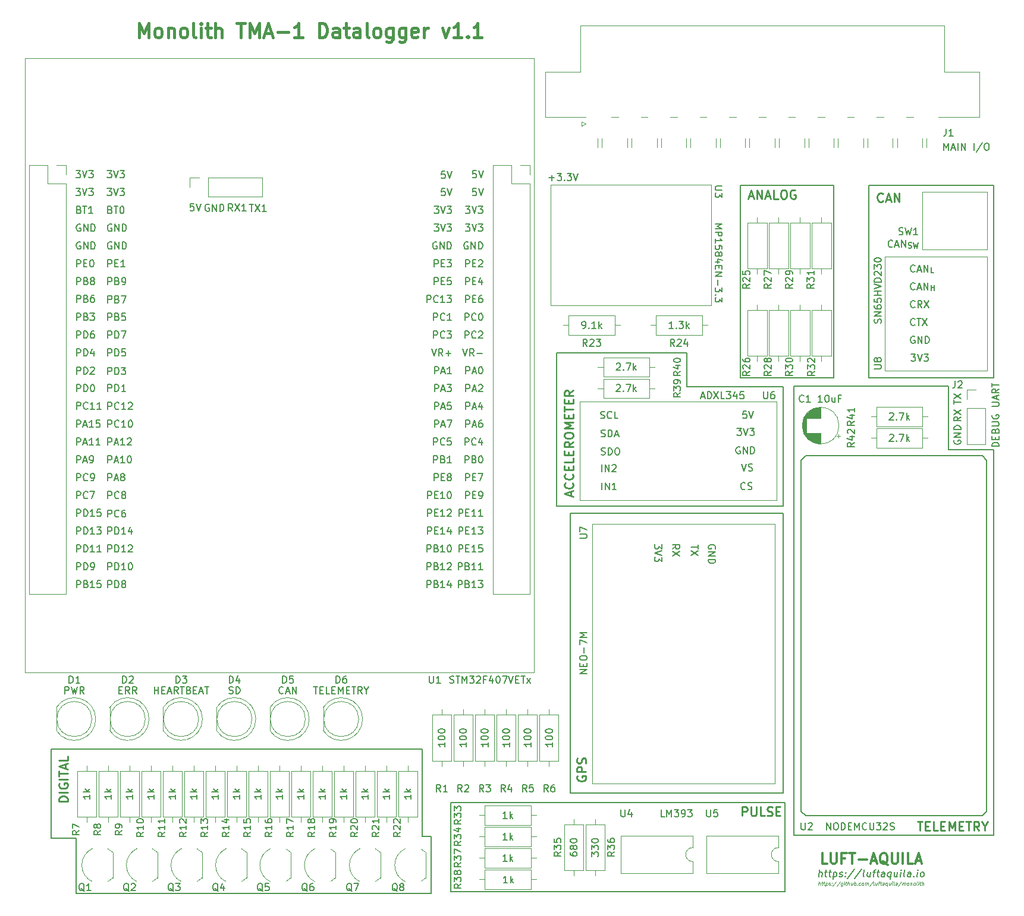
<source format=gbr>
%TF.GenerationSoftware,KiCad,Pcbnew,7.0.7*%
%TF.CreationDate,2023-09-25T16:01:05+09:00*%
%TF.ProjectId,TMA-1,544d412d-312e-46b6-9963-61645f706362,rev?*%
%TF.SameCoordinates,Original*%
%TF.FileFunction,Legend,Top*%
%TF.FilePolarity,Positive*%
%FSLAX46Y46*%
G04 Gerber Fmt 4.6, Leading zero omitted, Abs format (unit mm)*
G04 Created by KiCad (PCBNEW 7.0.7) date 2023-09-25 16:01:05*
%MOMM*%
%LPD*%
G01*
G04 APERTURE LIST*
%ADD10C,0.150000*%
%ADD11C,0.254000*%
%ADD12C,0.300000*%
%ADD13C,0.400000*%
%ADD14C,0.080000*%
%ADD15C,0.203200*%
%ADD16C,0.120000*%
%ADD17C,0.100000*%
G04 APERTURE END LIST*
D10*
X177165000Y-57277000D02*
X177165000Y-83439000D01*
X190398400Y-66167000D02*
X190398400Y-83439000D01*
X183515000Y-156718000D02*
X183515000Y-144018000D01*
X131826000Y-136398000D02*
X131826000Y-148844000D01*
X177165000Y-83439000D02*
X190398400Y-83439000D01*
X133096000Y-156972000D02*
X82550000Y-156972000D01*
X150973000Y-79883000D02*
X150973000Y-101727000D01*
X78994000Y-136398000D02*
X131826000Y-136398000D01*
X82550000Y-156972000D02*
X82550000Y-149098000D01*
X133096000Y-156972000D02*
X133096000Y-156972000D01*
X195453000Y-83439000D02*
X213233000Y-83439000D01*
X190398400Y-55981600D02*
X190398400Y-66167000D01*
X213233000Y-83439000D02*
X213233000Y-56007000D01*
X213233000Y-56007000D02*
X195453000Y-56007000D01*
X150973000Y-101727000D02*
X183231000Y-101727000D01*
X213233000Y-147153000D02*
X213233000Y-148677000D01*
X169515000Y-84709000D02*
X169515000Y-79883000D01*
X78994000Y-149098000D02*
X78994000Y-136398000D01*
X183235600Y-102743000D02*
X183235600Y-142621000D01*
X152908000Y-102743000D02*
X183235600Y-102743000D01*
X169515000Y-79883000D02*
X150973000Y-79883000D01*
X131826000Y-148844000D02*
X133096000Y-148844000D01*
X213233000Y-93726000D02*
X206756000Y-93726000D01*
X152908000Y-142621000D02*
X152908000Y-102743000D01*
X183231000Y-84709000D02*
X169515000Y-84709000D01*
X183235600Y-142621000D02*
X152908000Y-142621000D01*
X206756000Y-93726000D02*
X206756000Y-84669000D01*
X184785000Y-84669000D02*
X206756000Y-84669000D01*
X177165000Y-55981600D02*
X177165000Y-57277000D01*
X213233000Y-93726000D02*
X213233000Y-147153000D01*
X183515000Y-144018000D02*
X135890000Y-144018000D01*
X135890000Y-144018000D02*
X135890000Y-156718000D01*
X82550000Y-149098000D02*
X78994000Y-149098000D01*
X177165000Y-55981600D02*
X190398400Y-55981600D01*
X195453000Y-56007000D02*
X195453000Y-83439000D01*
X183231000Y-101727000D02*
X183231000Y-84709000D01*
X213233000Y-148677000D02*
X184785000Y-148677000D01*
X184785000Y-148677000D02*
X184785000Y-84669000D01*
X135890000Y-156718000D02*
X183515000Y-156718000D01*
X133096000Y-148844000D02*
X133096000Y-156972000D01*
X207578438Y-92357411D02*
X207530819Y-92452649D01*
X207530819Y-92452649D02*
X207530819Y-92595506D01*
X207530819Y-92595506D02*
X207578438Y-92738363D01*
X207578438Y-92738363D02*
X207673676Y-92833601D01*
X207673676Y-92833601D02*
X207768914Y-92881220D01*
X207768914Y-92881220D02*
X207959390Y-92928839D01*
X207959390Y-92928839D02*
X208102247Y-92928839D01*
X208102247Y-92928839D02*
X208292723Y-92881220D01*
X208292723Y-92881220D02*
X208387961Y-92833601D01*
X208387961Y-92833601D02*
X208483200Y-92738363D01*
X208483200Y-92738363D02*
X208530819Y-92595506D01*
X208530819Y-92595506D02*
X208530819Y-92500268D01*
X208530819Y-92500268D02*
X208483200Y-92357411D01*
X208483200Y-92357411D02*
X208435580Y-92309792D01*
X208435580Y-92309792D02*
X208102247Y-92309792D01*
X208102247Y-92309792D02*
X208102247Y-92500268D01*
X208530819Y-91881220D02*
X207530819Y-91881220D01*
X207530819Y-91881220D02*
X208530819Y-91309792D01*
X208530819Y-91309792D02*
X207530819Y-91309792D01*
X208530819Y-90833601D02*
X207530819Y-90833601D01*
X207530819Y-90833601D02*
X207530819Y-90595506D01*
X207530819Y-90595506D02*
X207578438Y-90452649D01*
X207578438Y-90452649D02*
X207673676Y-90357411D01*
X207673676Y-90357411D02*
X207768914Y-90309792D01*
X207768914Y-90309792D02*
X207959390Y-90262173D01*
X207959390Y-90262173D02*
X208102247Y-90262173D01*
X208102247Y-90262173D02*
X208292723Y-90309792D01*
X208292723Y-90309792D02*
X208387961Y-90357411D01*
X208387961Y-90357411D02*
X208483200Y-90452649D01*
X208483200Y-90452649D02*
X208530819Y-90595506D01*
X208530819Y-90595506D02*
X208530819Y-90833601D01*
D11*
X177380485Y-145881368D02*
X177380485Y-144611368D01*
X177380485Y-144611368D02*
X177864295Y-144611368D01*
X177864295Y-144611368D02*
X177985247Y-144671844D01*
X177985247Y-144671844D02*
X178045724Y-144732320D01*
X178045724Y-144732320D02*
X178106200Y-144853272D01*
X178106200Y-144853272D02*
X178106200Y-145034701D01*
X178106200Y-145034701D02*
X178045724Y-145155653D01*
X178045724Y-145155653D02*
X177985247Y-145216130D01*
X177985247Y-145216130D02*
X177864295Y-145276606D01*
X177864295Y-145276606D02*
X177380485Y-145276606D01*
X178650485Y-144611368D02*
X178650485Y-145639463D01*
X178650485Y-145639463D02*
X178710962Y-145760415D01*
X178710962Y-145760415D02*
X178771438Y-145820892D01*
X178771438Y-145820892D02*
X178892390Y-145881368D01*
X178892390Y-145881368D02*
X179134295Y-145881368D01*
X179134295Y-145881368D02*
X179255247Y-145820892D01*
X179255247Y-145820892D02*
X179315724Y-145760415D01*
X179315724Y-145760415D02*
X179376200Y-145639463D01*
X179376200Y-145639463D02*
X179376200Y-144611368D01*
X180585723Y-145881368D02*
X179980961Y-145881368D01*
X179980961Y-145881368D02*
X179980961Y-144611368D01*
X180948580Y-145820892D02*
X181130009Y-145881368D01*
X181130009Y-145881368D02*
X181432390Y-145881368D01*
X181432390Y-145881368D02*
X181553342Y-145820892D01*
X181553342Y-145820892D02*
X181613818Y-145760415D01*
X181613818Y-145760415D02*
X181674295Y-145639463D01*
X181674295Y-145639463D02*
X181674295Y-145518511D01*
X181674295Y-145518511D02*
X181613818Y-145397558D01*
X181613818Y-145397558D02*
X181553342Y-145337082D01*
X181553342Y-145337082D02*
X181432390Y-145276606D01*
X181432390Y-145276606D02*
X181190485Y-145216130D01*
X181190485Y-145216130D02*
X181069533Y-145155653D01*
X181069533Y-145155653D02*
X181009056Y-145095177D01*
X181009056Y-145095177D02*
X180948580Y-144974225D01*
X180948580Y-144974225D02*
X180948580Y-144853272D01*
X180948580Y-144853272D02*
X181009056Y-144732320D01*
X181009056Y-144732320D02*
X181069533Y-144671844D01*
X181069533Y-144671844D02*
X181190485Y-144611368D01*
X181190485Y-144611368D02*
X181492866Y-144611368D01*
X181492866Y-144611368D02*
X181674295Y-144671844D01*
X182218580Y-145216130D02*
X182641914Y-145216130D01*
X182823342Y-145881368D02*
X182218580Y-145881368D01*
X182218580Y-145881368D02*
X182218580Y-144611368D01*
X182218580Y-144611368D02*
X182823342Y-144611368D01*
X202345057Y-146730368D02*
X203070771Y-146730368D01*
X202707914Y-148000368D02*
X202707914Y-146730368D01*
X203494104Y-147335130D02*
X203917438Y-147335130D01*
X204098866Y-148000368D02*
X203494104Y-148000368D01*
X203494104Y-148000368D02*
X203494104Y-146730368D01*
X203494104Y-146730368D02*
X204098866Y-146730368D01*
X205247914Y-148000368D02*
X204643152Y-148000368D01*
X204643152Y-148000368D02*
X204643152Y-146730368D01*
X205671247Y-147335130D02*
X206094581Y-147335130D01*
X206276009Y-148000368D02*
X205671247Y-148000368D01*
X205671247Y-148000368D02*
X205671247Y-146730368D01*
X205671247Y-146730368D02*
X206276009Y-146730368D01*
X206820295Y-148000368D02*
X206820295Y-146730368D01*
X206820295Y-146730368D02*
X207243629Y-147637511D01*
X207243629Y-147637511D02*
X207666962Y-146730368D01*
X207666962Y-146730368D02*
X207666962Y-148000368D01*
X208271724Y-147335130D02*
X208695058Y-147335130D01*
X208876486Y-148000368D02*
X208271724Y-148000368D01*
X208271724Y-148000368D02*
X208271724Y-146730368D01*
X208271724Y-146730368D02*
X208876486Y-146730368D01*
X209239344Y-146730368D02*
X209965058Y-146730368D01*
X209602201Y-148000368D02*
X209602201Y-146730368D01*
X211114106Y-148000368D02*
X210690772Y-147395606D01*
X210388391Y-148000368D02*
X210388391Y-146730368D01*
X210388391Y-146730368D02*
X210872201Y-146730368D01*
X210872201Y-146730368D02*
X210993153Y-146790844D01*
X210993153Y-146790844D02*
X211053630Y-146851320D01*
X211053630Y-146851320D02*
X211114106Y-146972272D01*
X211114106Y-146972272D02*
X211114106Y-147153701D01*
X211114106Y-147153701D02*
X211053630Y-147274653D01*
X211053630Y-147274653D02*
X210993153Y-147335130D01*
X210993153Y-147335130D02*
X210872201Y-147395606D01*
X210872201Y-147395606D02*
X210388391Y-147395606D01*
X211900296Y-147395606D02*
X211900296Y-148000368D01*
X211476963Y-146730368D02*
X211900296Y-147395606D01*
X211900296Y-147395606D02*
X212323630Y-146730368D01*
D12*
X189482796Y-152708828D02*
X188768510Y-152708828D01*
X188768510Y-152708828D02*
X188768510Y-151208828D01*
X189982796Y-151208828D02*
X189982796Y-152423114D01*
X189982796Y-152423114D02*
X190054225Y-152565971D01*
X190054225Y-152565971D02*
X190125654Y-152637400D01*
X190125654Y-152637400D02*
X190268511Y-152708828D01*
X190268511Y-152708828D02*
X190554225Y-152708828D01*
X190554225Y-152708828D02*
X190697082Y-152637400D01*
X190697082Y-152637400D02*
X190768511Y-152565971D01*
X190768511Y-152565971D02*
X190839939Y-152423114D01*
X190839939Y-152423114D02*
X190839939Y-151208828D01*
X192054225Y-151923114D02*
X191554225Y-151923114D01*
X191554225Y-152708828D02*
X191554225Y-151208828D01*
X191554225Y-151208828D02*
X192268511Y-151208828D01*
X192625654Y-151208828D02*
X193482797Y-151208828D01*
X193054225Y-152708828D02*
X193054225Y-151208828D01*
X193982796Y-152137400D02*
X195125654Y-152137400D01*
X195768511Y-152280257D02*
X196482797Y-152280257D01*
X195625654Y-152708828D02*
X196125654Y-151208828D01*
X196125654Y-151208828D02*
X196625654Y-152708828D01*
X198125653Y-152851685D02*
X197982796Y-152780257D01*
X197982796Y-152780257D02*
X197839939Y-152637400D01*
X197839939Y-152637400D02*
X197625653Y-152423114D01*
X197625653Y-152423114D02*
X197482796Y-152351685D01*
X197482796Y-152351685D02*
X197339939Y-152351685D01*
X197411368Y-152708828D02*
X197268511Y-152637400D01*
X197268511Y-152637400D02*
X197125653Y-152494542D01*
X197125653Y-152494542D02*
X197054225Y-152208828D01*
X197054225Y-152208828D02*
X197054225Y-151708828D01*
X197054225Y-151708828D02*
X197125653Y-151423114D01*
X197125653Y-151423114D02*
X197268511Y-151280257D01*
X197268511Y-151280257D02*
X197411368Y-151208828D01*
X197411368Y-151208828D02*
X197697082Y-151208828D01*
X197697082Y-151208828D02*
X197839939Y-151280257D01*
X197839939Y-151280257D02*
X197982796Y-151423114D01*
X197982796Y-151423114D02*
X198054225Y-151708828D01*
X198054225Y-151708828D02*
X198054225Y-152208828D01*
X198054225Y-152208828D02*
X197982796Y-152494542D01*
X197982796Y-152494542D02*
X197839939Y-152637400D01*
X197839939Y-152637400D02*
X197697082Y-152708828D01*
X197697082Y-152708828D02*
X197411368Y-152708828D01*
X198697082Y-151208828D02*
X198697082Y-152423114D01*
X198697082Y-152423114D02*
X198768511Y-152565971D01*
X198768511Y-152565971D02*
X198839940Y-152637400D01*
X198839940Y-152637400D02*
X198982797Y-152708828D01*
X198982797Y-152708828D02*
X199268511Y-152708828D01*
X199268511Y-152708828D02*
X199411368Y-152637400D01*
X199411368Y-152637400D02*
X199482797Y-152565971D01*
X199482797Y-152565971D02*
X199554225Y-152423114D01*
X199554225Y-152423114D02*
X199554225Y-151208828D01*
X200268511Y-152708828D02*
X200268511Y-151208828D01*
X201697083Y-152708828D02*
X200982797Y-152708828D01*
X200982797Y-152708828D02*
X200982797Y-151208828D01*
X202125655Y-152280257D02*
X202839941Y-152280257D01*
X201982798Y-152708828D02*
X202482798Y-151208828D01*
X202482798Y-151208828D02*
X202982798Y-152708828D01*
D11*
X153942844Y-140216275D02*
X153882368Y-140337228D01*
X153882368Y-140337228D02*
X153882368Y-140518656D01*
X153882368Y-140518656D02*
X153942844Y-140700085D01*
X153942844Y-140700085D02*
X154063796Y-140821037D01*
X154063796Y-140821037D02*
X154184749Y-140881514D01*
X154184749Y-140881514D02*
X154426653Y-140941990D01*
X154426653Y-140941990D02*
X154608082Y-140941990D01*
X154608082Y-140941990D02*
X154849987Y-140881514D01*
X154849987Y-140881514D02*
X154970939Y-140821037D01*
X154970939Y-140821037D02*
X155091892Y-140700085D01*
X155091892Y-140700085D02*
X155152368Y-140518656D01*
X155152368Y-140518656D02*
X155152368Y-140397704D01*
X155152368Y-140397704D02*
X155091892Y-140216275D01*
X155091892Y-140216275D02*
X155031415Y-140155799D01*
X155031415Y-140155799D02*
X154608082Y-140155799D01*
X154608082Y-140155799D02*
X154608082Y-140397704D01*
X155152368Y-139611514D02*
X153882368Y-139611514D01*
X153882368Y-139611514D02*
X153882368Y-139127704D01*
X153882368Y-139127704D02*
X153942844Y-139006752D01*
X153942844Y-139006752D02*
X154003320Y-138946275D01*
X154003320Y-138946275D02*
X154124272Y-138885799D01*
X154124272Y-138885799D02*
X154305701Y-138885799D01*
X154305701Y-138885799D02*
X154426653Y-138946275D01*
X154426653Y-138946275D02*
X154487130Y-139006752D01*
X154487130Y-139006752D02*
X154547606Y-139127704D01*
X154547606Y-139127704D02*
X154547606Y-139611514D01*
X155091892Y-138401990D02*
X155152368Y-138220561D01*
X155152368Y-138220561D02*
X155152368Y-137918180D01*
X155152368Y-137918180D02*
X155091892Y-137797228D01*
X155091892Y-137797228D02*
X155031415Y-137736752D01*
X155031415Y-137736752D02*
X154910463Y-137676275D01*
X154910463Y-137676275D02*
X154789511Y-137676275D01*
X154789511Y-137676275D02*
X154668558Y-137736752D01*
X154668558Y-137736752D02*
X154608082Y-137797228D01*
X154608082Y-137797228D02*
X154547606Y-137918180D01*
X154547606Y-137918180D02*
X154487130Y-138160085D01*
X154487130Y-138160085D02*
X154426653Y-138281037D01*
X154426653Y-138281037D02*
X154366177Y-138341514D01*
X154366177Y-138341514D02*
X154245225Y-138401990D01*
X154245225Y-138401990D02*
X154124272Y-138401990D01*
X154124272Y-138401990D02*
X154003320Y-138341514D01*
X154003320Y-138341514D02*
X153942844Y-138281037D01*
X153942844Y-138281037D02*
X153882368Y-138160085D01*
X153882368Y-138160085D02*
X153882368Y-137857704D01*
X153882368Y-137857704D02*
X153942844Y-137676275D01*
D13*
X91544347Y-34913438D02*
X91544347Y-32913438D01*
X91544347Y-32913438D02*
X92211014Y-34342009D01*
X92211014Y-34342009D02*
X92877680Y-32913438D01*
X92877680Y-32913438D02*
X92877680Y-34913438D01*
X94115775Y-34913438D02*
X93925299Y-34818200D01*
X93925299Y-34818200D02*
X93830061Y-34722961D01*
X93830061Y-34722961D02*
X93734823Y-34532485D01*
X93734823Y-34532485D02*
X93734823Y-33961057D01*
X93734823Y-33961057D02*
X93830061Y-33770580D01*
X93830061Y-33770580D02*
X93925299Y-33675342D01*
X93925299Y-33675342D02*
X94115775Y-33580104D01*
X94115775Y-33580104D02*
X94401490Y-33580104D01*
X94401490Y-33580104D02*
X94591966Y-33675342D01*
X94591966Y-33675342D02*
X94687204Y-33770580D01*
X94687204Y-33770580D02*
X94782442Y-33961057D01*
X94782442Y-33961057D02*
X94782442Y-34532485D01*
X94782442Y-34532485D02*
X94687204Y-34722961D01*
X94687204Y-34722961D02*
X94591966Y-34818200D01*
X94591966Y-34818200D02*
X94401490Y-34913438D01*
X94401490Y-34913438D02*
X94115775Y-34913438D01*
X95639585Y-33580104D02*
X95639585Y-34913438D01*
X95639585Y-33770580D02*
X95734823Y-33675342D01*
X95734823Y-33675342D02*
X95925299Y-33580104D01*
X95925299Y-33580104D02*
X96211014Y-33580104D01*
X96211014Y-33580104D02*
X96401490Y-33675342D01*
X96401490Y-33675342D02*
X96496728Y-33865819D01*
X96496728Y-33865819D02*
X96496728Y-34913438D01*
X97734823Y-34913438D02*
X97544347Y-34818200D01*
X97544347Y-34818200D02*
X97449109Y-34722961D01*
X97449109Y-34722961D02*
X97353871Y-34532485D01*
X97353871Y-34532485D02*
X97353871Y-33961057D01*
X97353871Y-33961057D02*
X97449109Y-33770580D01*
X97449109Y-33770580D02*
X97544347Y-33675342D01*
X97544347Y-33675342D02*
X97734823Y-33580104D01*
X97734823Y-33580104D02*
X98020538Y-33580104D01*
X98020538Y-33580104D02*
X98211014Y-33675342D01*
X98211014Y-33675342D02*
X98306252Y-33770580D01*
X98306252Y-33770580D02*
X98401490Y-33961057D01*
X98401490Y-33961057D02*
X98401490Y-34532485D01*
X98401490Y-34532485D02*
X98306252Y-34722961D01*
X98306252Y-34722961D02*
X98211014Y-34818200D01*
X98211014Y-34818200D02*
X98020538Y-34913438D01*
X98020538Y-34913438D02*
X97734823Y-34913438D01*
X99544347Y-34913438D02*
X99353871Y-34818200D01*
X99353871Y-34818200D02*
X99258633Y-34627723D01*
X99258633Y-34627723D02*
X99258633Y-32913438D01*
X100306252Y-34913438D02*
X100306252Y-33580104D01*
X100306252Y-32913438D02*
X100211014Y-33008676D01*
X100211014Y-33008676D02*
X100306252Y-33103914D01*
X100306252Y-33103914D02*
X100401490Y-33008676D01*
X100401490Y-33008676D02*
X100306252Y-32913438D01*
X100306252Y-32913438D02*
X100306252Y-33103914D01*
X100972919Y-33580104D02*
X101734823Y-33580104D01*
X101258633Y-32913438D02*
X101258633Y-34627723D01*
X101258633Y-34627723D02*
X101353871Y-34818200D01*
X101353871Y-34818200D02*
X101544347Y-34913438D01*
X101544347Y-34913438D02*
X101734823Y-34913438D01*
X102401490Y-34913438D02*
X102401490Y-32913438D01*
X103258633Y-34913438D02*
X103258633Y-33865819D01*
X103258633Y-33865819D02*
X103163395Y-33675342D01*
X103163395Y-33675342D02*
X102972919Y-33580104D01*
X102972919Y-33580104D02*
X102687204Y-33580104D01*
X102687204Y-33580104D02*
X102496728Y-33675342D01*
X102496728Y-33675342D02*
X102401490Y-33770580D01*
X105449110Y-32913438D02*
X106591967Y-32913438D01*
X106020538Y-34913438D02*
X106020538Y-32913438D01*
X107258634Y-34913438D02*
X107258634Y-32913438D01*
X107258634Y-32913438D02*
X107925301Y-34342009D01*
X107925301Y-34342009D02*
X108591967Y-32913438D01*
X108591967Y-32913438D02*
X108591967Y-34913438D01*
X109449110Y-34342009D02*
X110401491Y-34342009D01*
X109258634Y-34913438D02*
X109925300Y-32913438D01*
X109925300Y-32913438D02*
X110591967Y-34913438D01*
X111258634Y-34151533D02*
X112782444Y-34151533D01*
X114782443Y-34913438D02*
X113639586Y-34913438D01*
X114211014Y-34913438D02*
X114211014Y-32913438D01*
X114211014Y-32913438D02*
X114020538Y-33199152D01*
X114020538Y-33199152D02*
X113830062Y-33389628D01*
X113830062Y-33389628D02*
X113639586Y-33484866D01*
X117163396Y-34913438D02*
X117163396Y-32913438D01*
X117163396Y-32913438D02*
X117639586Y-32913438D01*
X117639586Y-32913438D02*
X117925301Y-33008676D01*
X117925301Y-33008676D02*
X118115777Y-33199152D01*
X118115777Y-33199152D02*
X118211015Y-33389628D01*
X118211015Y-33389628D02*
X118306253Y-33770580D01*
X118306253Y-33770580D02*
X118306253Y-34056295D01*
X118306253Y-34056295D02*
X118211015Y-34437247D01*
X118211015Y-34437247D02*
X118115777Y-34627723D01*
X118115777Y-34627723D02*
X117925301Y-34818200D01*
X117925301Y-34818200D02*
X117639586Y-34913438D01*
X117639586Y-34913438D02*
X117163396Y-34913438D01*
X120020539Y-34913438D02*
X120020539Y-33865819D01*
X120020539Y-33865819D02*
X119925301Y-33675342D01*
X119925301Y-33675342D02*
X119734825Y-33580104D01*
X119734825Y-33580104D02*
X119353872Y-33580104D01*
X119353872Y-33580104D02*
X119163396Y-33675342D01*
X120020539Y-34818200D02*
X119830063Y-34913438D01*
X119830063Y-34913438D02*
X119353872Y-34913438D01*
X119353872Y-34913438D02*
X119163396Y-34818200D01*
X119163396Y-34818200D02*
X119068158Y-34627723D01*
X119068158Y-34627723D02*
X119068158Y-34437247D01*
X119068158Y-34437247D02*
X119163396Y-34246771D01*
X119163396Y-34246771D02*
X119353872Y-34151533D01*
X119353872Y-34151533D02*
X119830063Y-34151533D01*
X119830063Y-34151533D02*
X120020539Y-34056295D01*
X120687206Y-33580104D02*
X121449110Y-33580104D01*
X120972920Y-32913438D02*
X120972920Y-34627723D01*
X120972920Y-34627723D02*
X121068158Y-34818200D01*
X121068158Y-34818200D02*
X121258634Y-34913438D01*
X121258634Y-34913438D02*
X121449110Y-34913438D01*
X122972920Y-34913438D02*
X122972920Y-33865819D01*
X122972920Y-33865819D02*
X122877682Y-33675342D01*
X122877682Y-33675342D02*
X122687206Y-33580104D01*
X122687206Y-33580104D02*
X122306253Y-33580104D01*
X122306253Y-33580104D02*
X122115777Y-33675342D01*
X122972920Y-34818200D02*
X122782444Y-34913438D01*
X122782444Y-34913438D02*
X122306253Y-34913438D01*
X122306253Y-34913438D02*
X122115777Y-34818200D01*
X122115777Y-34818200D02*
X122020539Y-34627723D01*
X122020539Y-34627723D02*
X122020539Y-34437247D01*
X122020539Y-34437247D02*
X122115777Y-34246771D01*
X122115777Y-34246771D02*
X122306253Y-34151533D01*
X122306253Y-34151533D02*
X122782444Y-34151533D01*
X122782444Y-34151533D02*
X122972920Y-34056295D01*
X124211015Y-34913438D02*
X124020539Y-34818200D01*
X124020539Y-34818200D02*
X123925301Y-34627723D01*
X123925301Y-34627723D02*
X123925301Y-32913438D01*
X125258634Y-34913438D02*
X125068158Y-34818200D01*
X125068158Y-34818200D02*
X124972920Y-34722961D01*
X124972920Y-34722961D02*
X124877682Y-34532485D01*
X124877682Y-34532485D02*
X124877682Y-33961057D01*
X124877682Y-33961057D02*
X124972920Y-33770580D01*
X124972920Y-33770580D02*
X125068158Y-33675342D01*
X125068158Y-33675342D02*
X125258634Y-33580104D01*
X125258634Y-33580104D02*
X125544349Y-33580104D01*
X125544349Y-33580104D02*
X125734825Y-33675342D01*
X125734825Y-33675342D02*
X125830063Y-33770580D01*
X125830063Y-33770580D02*
X125925301Y-33961057D01*
X125925301Y-33961057D02*
X125925301Y-34532485D01*
X125925301Y-34532485D02*
X125830063Y-34722961D01*
X125830063Y-34722961D02*
X125734825Y-34818200D01*
X125734825Y-34818200D02*
X125544349Y-34913438D01*
X125544349Y-34913438D02*
X125258634Y-34913438D01*
X127639587Y-33580104D02*
X127639587Y-35199152D01*
X127639587Y-35199152D02*
X127544349Y-35389628D01*
X127544349Y-35389628D02*
X127449111Y-35484866D01*
X127449111Y-35484866D02*
X127258634Y-35580104D01*
X127258634Y-35580104D02*
X126972920Y-35580104D01*
X126972920Y-35580104D02*
X126782444Y-35484866D01*
X127639587Y-34818200D02*
X127449111Y-34913438D01*
X127449111Y-34913438D02*
X127068158Y-34913438D01*
X127068158Y-34913438D02*
X126877682Y-34818200D01*
X126877682Y-34818200D02*
X126782444Y-34722961D01*
X126782444Y-34722961D02*
X126687206Y-34532485D01*
X126687206Y-34532485D02*
X126687206Y-33961057D01*
X126687206Y-33961057D02*
X126782444Y-33770580D01*
X126782444Y-33770580D02*
X126877682Y-33675342D01*
X126877682Y-33675342D02*
X127068158Y-33580104D01*
X127068158Y-33580104D02*
X127449111Y-33580104D01*
X127449111Y-33580104D02*
X127639587Y-33675342D01*
X129449111Y-33580104D02*
X129449111Y-35199152D01*
X129449111Y-35199152D02*
X129353873Y-35389628D01*
X129353873Y-35389628D02*
X129258635Y-35484866D01*
X129258635Y-35484866D02*
X129068158Y-35580104D01*
X129068158Y-35580104D02*
X128782444Y-35580104D01*
X128782444Y-35580104D02*
X128591968Y-35484866D01*
X129449111Y-34818200D02*
X129258635Y-34913438D01*
X129258635Y-34913438D02*
X128877682Y-34913438D01*
X128877682Y-34913438D02*
X128687206Y-34818200D01*
X128687206Y-34818200D02*
X128591968Y-34722961D01*
X128591968Y-34722961D02*
X128496730Y-34532485D01*
X128496730Y-34532485D02*
X128496730Y-33961057D01*
X128496730Y-33961057D02*
X128591968Y-33770580D01*
X128591968Y-33770580D02*
X128687206Y-33675342D01*
X128687206Y-33675342D02*
X128877682Y-33580104D01*
X128877682Y-33580104D02*
X129258635Y-33580104D01*
X129258635Y-33580104D02*
X129449111Y-33675342D01*
X131163397Y-34818200D02*
X130972921Y-34913438D01*
X130972921Y-34913438D02*
X130591968Y-34913438D01*
X130591968Y-34913438D02*
X130401492Y-34818200D01*
X130401492Y-34818200D02*
X130306254Y-34627723D01*
X130306254Y-34627723D02*
X130306254Y-33865819D01*
X130306254Y-33865819D02*
X130401492Y-33675342D01*
X130401492Y-33675342D02*
X130591968Y-33580104D01*
X130591968Y-33580104D02*
X130972921Y-33580104D01*
X130972921Y-33580104D02*
X131163397Y-33675342D01*
X131163397Y-33675342D02*
X131258635Y-33865819D01*
X131258635Y-33865819D02*
X131258635Y-34056295D01*
X131258635Y-34056295D02*
X130306254Y-34246771D01*
X132115778Y-34913438D02*
X132115778Y-33580104D01*
X132115778Y-33961057D02*
X132211016Y-33770580D01*
X132211016Y-33770580D02*
X132306254Y-33675342D01*
X132306254Y-33675342D02*
X132496730Y-33580104D01*
X132496730Y-33580104D02*
X132687207Y-33580104D01*
X134687207Y-33580104D02*
X135163397Y-34913438D01*
X135163397Y-34913438D02*
X135639588Y-33580104D01*
X137449112Y-34913438D02*
X136306255Y-34913438D01*
X136877683Y-34913438D02*
X136877683Y-32913438D01*
X136877683Y-32913438D02*
X136687207Y-33199152D01*
X136687207Y-33199152D02*
X136496731Y-33389628D01*
X136496731Y-33389628D02*
X136306255Y-33484866D01*
X138306255Y-34722961D02*
X138401493Y-34818200D01*
X138401493Y-34818200D02*
X138306255Y-34913438D01*
X138306255Y-34913438D02*
X138211017Y-34818200D01*
X138211017Y-34818200D02*
X138306255Y-34722961D01*
X138306255Y-34722961D02*
X138306255Y-34913438D01*
X140306255Y-34913438D02*
X139163398Y-34913438D01*
X139734826Y-34913438D02*
X139734826Y-32913438D01*
X139734826Y-32913438D02*
X139544350Y-33199152D01*
X139544350Y-33199152D02*
X139353874Y-33389628D01*
X139353874Y-33389628D02*
X139163398Y-33484866D01*
D10*
X208530819Y-89007792D02*
X208054628Y-89341125D01*
X208530819Y-89579220D02*
X207530819Y-89579220D01*
X207530819Y-89579220D02*
X207530819Y-89198268D01*
X207530819Y-89198268D02*
X207578438Y-89103030D01*
X207578438Y-89103030D02*
X207626057Y-89055411D01*
X207626057Y-89055411D02*
X207721295Y-89007792D01*
X207721295Y-89007792D02*
X207864152Y-89007792D01*
X207864152Y-89007792D02*
X207959390Y-89055411D01*
X207959390Y-89055411D02*
X208007009Y-89103030D01*
X208007009Y-89103030D02*
X208054628Y-89198268D01*
X208054628Y-89198268D02*
X208054628Y-89579220D01*
X207530819Y-88674458D02*
X208530819Y-88007792D01*
X207530819Y-88007792D02*
X208530819Y-88674458D01*
D11*
X81365368Y-143802514D02*
X80095368Y-143802514D01*
X80095368Y-143802514D02*
X80095368Y-143500133D01*
X80095368Y-143500133D02*
X80155844Y-143318704D01*
X80155844Y-143318704D02*
X80276796Y-143197752D01*
X80276796Y-143197752D02*
X80397749Y-143137275D01*
X80397749Y-143137275D02*
X80639653Y-143076799D01*
X80639653Y-143076799D02*
X80821082Y-143076799D01*
X80821082Y-143076799D02*
X81062987Y-143137275D01*
X81062987Y-143137275D02*
X81183939Y-143197752D01*
X81183939Y-143197752D02*
X81304892Y-143318704D01*
X81304892Y-143318704D02*
X81365368Y-143500133D01*
X81365368Y-143500133D02*
X81365368Y-143802514D01*
X81365368Y-142532514D02*
X80095368Y-142532514D01*
X80155844Y-141262513D02*
X80095368Y-141383466D01*
X80095368Y-141383466D02*
X80095368Y-141564894D01*
X80095368Y-141564894D02*
X80155844Y-141746323D01*
X80155844Y-141746323D02*
X80276796Y-141867275D01*
X80276796Y-141867275D02*
X80397749Y-141927752D01*
X80397749Y-141927752D02*
X80639653Y-141988228D01*
X80639653Y-141988228D02*
X80821082Y-141988228D01*
X80821082Y-141988228D02*
X81062987Y-141927752D01*
X81062987Y-141927752D02*
X81183939Y-141867275D01*
X81183939Y-141867275D02*
X81304892Y-141746323D01*
X81304892Y-141746323D02*
X81365368Y-141564894D01*
X81365368Y-141564894D02*
X81365368Y-141443942D01*
X81365368Y-141443942D02*
X81304892Y-141262513D01*
X81304892Y-141262513D02*
X81244415Y-141202037D01*
X81244415Y-141202037D02*
X80821082Y-141202037D01*
X80821082Y-141202037D02*
X80821082Y-141443942D01*
X81365368Y-140657752D02*
X80095368Y-140657752D01*
X80095368Y-140234418D02*
X80095368Y-139508704D01*
X81365368Y-139871561D02*
X80095368Y-139871561D01*
X81002511Y-139145847D02*
X81002511Y-138541085D01*
X81365368Y-139266799D02*
X80095368Y-138843466D01*
X80095368Y-138843466D02*
X81365368Y-138420132D01*
X81365368Y-137392038D02*
X81365368Y-137996800D01*
X81365368Y-137996800D02*
X80095368Y-137996800D01*
X197410200Y-58257415D02*
X197349724Y-58317892D01*
X197349724Y-58317892D02*
X197168295Y-58378368D01*
X197168295Y-58378368D02*
X197047343Y-58378368D01*
X197047343Y-58378368D02*
X196865914Y-58317892D01*
X196865914Y-58317892D02*
X196744962Y-58196939D01*
X196744962Y-58196939D02*
X196684485Y-58075987D01*
X196684485Y-58075987D02*
X196624009Y-57834082D01*
X196624009Y-57834082D02*
X196624009Y-57652653D01*
X196624009Y-57652653D02*
X196684485Y-57410749D01*
X196684485Y-57410749D02*
X196744962Y-57289796D01*
X196744962Y-57289796D02*
X196865914Y-57168844D01*
X196865914Y-57168844D02*
X197047343Y-57108368D01*
X197047343Y-57108368D02*
X197168295Y-57108368D01*
X197168295Y-57108368D02*
X197349724Y-57168844D01*
X197349724Y-57168844D02*
X197410200Y-57229320D01*
X197894009Y-58015511D02*
X198498771Y-58015511D01*
X197773057Y-58378368D02*
X198196390Y-57108368D01*
X198196390Y-57108368D02*
X198619724Y-58378368D01*
X199043056Y-58378368D02*
X199043056Y-57108368D01*
X199043056Y-57108368D02*
X199768771Y-58378368D01*
X199768771Y-58378368D02*
X199768771Y-57108368D01*
D14*
X188255702Y-155763649D02*
X188318202Y-155263649D01*
X188469988Y-155763649D02*
X188502726Y-155501744D01*
X188502726Y-155501744D02*
X188484869Y-155454125D01*
X188484869Y-155454125D02*
X188440226Y-155430316D01*
X188440226Y-155430316D02*
X188368797Y-155430316D01*
X188368797Y-155430316D02*
X188318202Y-155454125D01*
X188318202Y-155454125D02*
X188291416Y-155477935D01*
X188678321Y-155430316D02*
X188868797Y-155430316D01*
X188770583Y-155263649D02*
X188717012Y-155692220D01*
X188717012Y-155692220D02*
X188734869Y-155739840D01*
X188734869Y-155739840D02*
X188779512Y-155763649D01*
X188779512Y-155763649D02*
X188827131Y-155763649D01*
X188964035Y-155430316D02*
X189154511Y-155430316D01*
X189056297Y-155263649D02*
X189002726Y-155692220D01*
X189002726Y-155692220D02*
X189020583Y-155739840D01*
X189020583Y-155739840D02*
X189065226Y-155763649D01*
X189065226Y-155763649D02*
X189112845Y-155763649D01*
X189321178Y-155430316D02*
X189258678Y-155930316D01*
X189318201Y-155454125D02*
X189368797Y-155430316D01*
X189368797Y-155430316D02*
X189464035Y-155430316D01*
X189464035Y-155430316D02*
X189508678Y-155454125D01*
X189508678Y-155454125D02*
X189529511Y-155477935D01*
X189529511Y-155477935D02*
X189547368Y-155525554D01*
X189547368Y-155525554D02*
X189529511Y-155668411D01*
X189529511Y-155668411D02*
X189499749Y-155716030D01*
X189499749Y-155716030D02*
X189472963Y-155739840D01*
X189472963Y-155739840D02*
X189422368Y-155763649D01*
X189422368Y-155763649D02*
X189327130Y-155763649D01*
X189327130Y-155763649D02*
X189282487Y-155739840D01*
X189711059Y-155739840D02*
X189755701Y-155763649D01*
X189755701Y-155763649D02*
X189850940Y-155763649D01*
X189850940Y-155763649D02*
X189901535Y-155739840D01*
X189901535Y-155739840D02*
X189931297Y-155692220D01*
X189931297Y-155692220D02*
X189934273Y-155668411D01*
X189934273Y-155668411D02*
X189916416Y-155620792D01*
X189916416Y-155620792D02*
X189871773Y-155596982D01*
X189871773Y-155596982D02*
X189800344Y-155596982D01*
X189800344Y-155596982D02*
X189755701Y-155573173D01*
X189755701Y-155573173D02*
X189737844Y-155525554D01*
X189737844Y-155525554D02*
X189740821Y-155501744D01*
X189740821Y-155501744D02*
X189770582Y-155454125D01*
X189770582Y-155454125D02*
X189821178Y-155430316D01*
X189821178Y-155430316D02*
X189892606Y-155430316D01*
X189892606Y-155430316D02*
X189937249Y-155454125D01*
X190142606Y-155716030D02*
X190163440Y-155739840D01*
X190163440Y-155739840D02*
X190136654Y-155763649D01*
X190136654Y-155763649D02*
X190115821Y-155739840D01*
X190115821Y-155739840D02*
X190142606Y-155716030D01*
X190142606Y-155716030D02*
X190136654Y-155763649D01*
X190175344Y-155454125D02*
X190196178Y-155477935D01*
X190196178Y-155477935D02*
X190169392Y-155501744D01*
X190169392Y-155501744D02*
X190148559Y-155477935D01*
X190148559Y-155477935D02*
X190175344Y-155454125D01*
X190175344Y-155454125D02*
X190169392Y-155501744D01*
X190797368Y-155239840D02*
X190288439Y-155882697D01*
X191321178Y-155239840D02*
X190812249Y-155882697D01*
X191678321Y-155430316D02*
X191627726Y-155835078D01*
X191627726Y-155835078D02*
X191597964Y-155882697D01*
X191597964Y-155882697D02*
X191571178Y-155906506D01*
X191571178Y-155906506D02*
X191520583Y-155930316D01*
X191520583Y-155930316D02*
X191449155Y-155930316D01*
X191449155Y-155930316D02*
X191404512Y-155906506D01*
X191639631Y-155739840D02*
X191589036Y-155763649D01*
X191589036Y-155763649D02*
X191493798Y-155763649D01*
X191493798Y-155763649D02*
X191449155Y-155739840D01*
X191449155Y-155739840D02*
X191428321Y-155716030D01*
X191428321Y-155716030D02*
X191410464Y-155668411D01*
X191410464Y-155668411D02*
X191428321Y-155525554D01*
X191428321Y-155525554D02*
X191458083Y-155477935D01*
X191458083Y-155477935D02*
X191484869Y-155454125D01*
X191484869Y-155454125D02*
X191535464Y-155430316D01*
X191535464Y-155430316D02*
X191630702Y-155430316D01*
X191630702Y-155430316D02*
X191675345Y-155454125D01*
X191874750Y-155763649D02*
X191916417Y-155430316D01*
X191937250Y-155263649D02*
X191910464Y-155287459D01*
X191910464Y-155287459D02*
X191931298Y-155311268D01*
X191931298Y-155311268D02*
X191958083Y-155287459D01*
X191958083Y-155287459D02*
X191937250Y-155263649D01*
X191937250Y-155263649D02*
X191931298Y-155311268D01*
X192083083Y-155430316D02*
X192273559Y-155430316D01*
X192175345Y-155263649D02*
X192121774Y-155692220D01*
X192121774Y-155692220D02*
X192139631Y-155739840D01*
X192139631Y-155739840D02*
X192184274Y-155763649D01*
X192184274Y-155763649D02*
X192231893Y-155763649D01*
X192398559Y-155763649D02*
X192461059Y-155263649D01*
X192612845Y-155763649D02*
X192645583Y-155501744D01*
X192645583Y-155501744D02*
X192627726Y-155454125D01*
X192627726Y-155454125D02*
X192583083Y-155430316D01*
X192583083Y-155430316D02*
X192511654Y-155430316D01*
X192511654Y-155430316D02*
X192461059Y-155454125D01*
X192461059Y-155454125D02*
X192434273Y-155477935D01*
X193106892Y-155430316D02*
X193065226Y-155763649D01*
X192892607Y-155430316D02*
X192859869Y-155692220D01*
X192859869Y-155692220D02*
X192877726Y-155739840D01*
X192877726Y-155739840D02*
X192922369Y-155763649D01*
X192922369Y-155763649D02*
X192993797Y-155763649D01*
X192993797Y-155763649D02*
X193044392Y-155739840D01*
X193044392Y-155739840D02*
X193071178Y-155716030D01*
X193303321Y-155763649D02*
X193365821Y-155263649D01*
X193342011Y-155454125D02*
X193392607Y-155430316D01*
X193392607Y-155430316D02*
X193487845Y-155430316D01*
X193487845Y-155430316D02*
X193532488Y-155454125D01*
X193532488Y-155454125D02*
X193553321Y-155477935D01*
X193553321Y-155477935D02*
X193571178Y-155525554D01*
X193571178Y-155525554D02*
X193553321Y-155668411D01*
X193553321Y-155668411D02*
X193523559Y-155716030D01*
X193523559Y-155716030D02*
X193496773Y-155739840D01*
X193496773Y-155739840D02*
X193446178Y-155763649D01*
X193446178Y-155763649D02*
X193350940Y-155763649D01*
X193350940Y-155763649D02*
X193306297Y-155739840D01*
X193761654Y-155716030D02*
X193782488Y-155739840D01*
X193782488Y-155739840D02*
X193755702Y-155763649D01*
X193755702Y-155763649D02*
X193734869Y-155739840D01*
X193734869Y-155739840D02*
X193761654Y-155716030D01*
X193761654Y-155716030D02*
X193755702Y-155763649D01*
X194211059Y-155739840D02*
X194160464Y-155763649D01*
X194160464Y-155763649D02*
X194065226Y-155763649D01*
X194065226Y-155763649D02*
X194020583Y-155739840D01*
X194020583Y-155739840D02*
X193999749Y-155716030D01*
X193999749Y-155716030D02*
X193981892Y-155668411D01*
X193981892Y-155668411D02*
X193999749Y-155525554D01*
X193999749Y-155525554D02*
X194029511Y-155477935D01*
X194029511Y-155477935D02*
X194056297Y-155454125D01*
X194056297Y-155454125D02*
X194106892Y-155430316D01*
X194106892Y-155430316D02*
X194202130Y-155430316D01*
X194202130Y-155430316D02*
X194246773Y-155454125D01*
X194493797Y-155763649D02*
X194449154Y-155739840D01*
X194449154Y-155739840D02*
X194428320Y-155716030D01*
X194428320Y-155716030D02*
X194410463Y-155668411D01*
X194410463Y-155668411D02*
X194428320Y-155525554D01*
X194428320Y-155525554D02*
X194458082Y-155477935D01*
X194458082Y-155477935D02*
X194484868Y-155454125D01*
X194484868Y-155454125D02*
X194535463Y-155430316D01*
X194535463Y-155430316D02*
X194606892Y-155430316D01*
X194606892Y-155430316D02*
X194651535Y-155454125D01*
X194651535Y-155454125D02*
X194672368Y-155477935D01*
X194672368Y-155477935D02*
X194690225Y-155525554D01*
X194690225Y-155525554D02*
X194672368Y-155668411D01*
X194672368Y-155668411D02*
X194642606Y-155716030D01*
X194642606Y-155716030D02*
X194615820Y-155739840D01*
X194615820Y-155739840D02*
X194565225Y-155763649D01*
X194565225Y-155763649D02*
X194493797Y-155763649D01*
X194874749Y-155763649D02*
X194916416Y-155430316D01*
X194910463Y-155477935D02*
X194937249Y-155454125D01*
X194937249Y-155454125D02*
X194987844Y-155430316D01*
X194987844Y-155430316D02*
X195059273Y-155430316D01*
X195059273Y-155430316D02*
X195103916Y-155454125D01*
X195103916Y-155454125D02*
X195121773Y-155501744D01*
X195121773Y-155501744D02*
X195089035Y-155763649D01*
X195121773Y-155501744D02*
X195151535Y-155454125D01*
X195151535Y-155454125D02*
X195202130Y-155430316D01*
X195202130Y-155430316D02*
X195273558Y-155430316D01*
X195273558Y-155430316D02*
X195318201Y-155454125D01*
X195318201Y-155454125D02*
X195336058Y-155501744D01*
X195336058Y-155501744D02*
X195303320Y-155763649D01*
X195964035Y-155239840D02*
X195455106Y-155882697D01*
X196136655Y-155763649D02*
X196092012Y-155739840D01*
X196092012Y-155739840D02*
X196074155Y-155692220D01*
X196074155Y-155692220D02*
X196127726Y-155263649D01*
X196583083Y-155430316D02*
X196541417Y-155763649D01*
X196368798Y-155430316D02*
X196336060Y-155692220D01*
X196336060Y-155692220D02*
X196353917Y-155739840D01*
X196353917Y-155739840D02*
X196398560Y-155763649D01*
X196398560Y-155763649D02*
X196469988Y-155763649D01*
X196469988Y-155763649D02*
X196520583Y-155739840D01*
X196520583Y-155739840D02*
X196547369Y-155716030D01*
X196749750Y-155430316D02*
X196940226Y-155430316D01*
X196779512Y-155763649D02*
X196833083Y-155335078D01*
X196833083Y-155335078D02*
X196862845Y-155287459D01*
X196862845Y-155287459D02*
X196913441Y-155263649D01*
X196913441Y-155263649D02*
X196961060Y-155263649D01*
X197035464Y-155430316D02*
X197225940Y-155430316D01*
X197127726Y-155263649D02*
X197074155Y-155692220D01*
X197074155Y-155692220D02*
X197092012Y-155739840D01*
X197092012Y-155739840D02*
X197136655Y-155763649D01*
X197136655Y-155763649D02*
X197184274Y-155763649D01*
X197565226Y-155763649D02*
X197597964Y-155501744D01*
X197597964Y-155501744D02*
X197580107Y-155454125D01*
X197580107Y-155454125D02*
X197535464Y-155430316D01*
X197535464Y-155430316D02*
X197440226Y-155430316D01*
X197440226Y-155430316D02*
X197389630Y-155454125D01*
X197568202Y-155739840D02*
X197517607Y-155763649D01*
X197517607Y-155763649D02*
X197398559Y-155763649D01*
X197398559Y-155763649D02*
X197353916Y-155739840D01*
X197353916Y-155739840D02*
X197336059Y-155692220D01*
X197336059Y-155692220D02*
X197342011Y-155644601D01*
X197342011Y-155644601D02*
X197371773Y-155596982D01*
X197371773Y-155596982D02*
X197422369Y-155573173D01*
X197422369Y-155573173D02*
X197541416Y-155573173D01*
X197541416Y-155573173D02*
X197592011Y-155549363D01*
X198059273Y-155430316D02*
X197996773Y-155930316D01*
X198020583Y-155739840D02*
X197969988Y-155763649D01*
X197969988Y-155763649D02*
X197874750Y-155763649D01*
X197874750Y-155763649D02*
X197830107Y-155739840D01*
X197830107Y-155739840D02*
X197809273Y-155716030D01*
X197809273Y-155716030D02*
X197791416Y-155668411D01*
X197791416Y-155668411D02*
X197809273Y-155525554D01*
X197809273Y-155525554D02*
X197839035Y-155477935D01*
X197839035Y-155477935D02*
X197865821Y-155454125D01*
X197865821Y-155454125D02*
X197916416Y-155430316D01*
X197916416Y-155430316D02*
X198011654Y-155430316D01*
X198011654Y-155430316D02*
X198056297Y-155454125D01*
X198511654Y-155430316D02*
X198469988Y-155763649D01*
X198297369Y-155430316D02*
X198264631Y-155692220D01*
X198264631Y-155692220D02*
X198282488Y-155739840D01*
X198282488Y-155739840D02*
X198327131Y-155763649D01*
X198327131Y-155763649D02*
X198398559Y-155763649D01*
X198398559Y-155763649D02*
X198449154Y-155739840D01*
X198449154Y-155739840D02*
X198475940Y-155716030D01*
X198708083Y-155763649D02*
X198749750Y-155430316D01*
X198770583Y-155263649D02*
X198743797Y-155287459D01*
X198743797Y-155287459D02*
X198764631Y-155311268D01*
X198764631Y-155311268D02*
X198791416Y-155287459D01*
X198791416Y-155287459D02*
X198770583Y-155263649D01*
X198770583Y-155263649D02*
X198764631Y-155311268D01*
X199017607Y-155763649D02*
X198972964Y-155739840D01*
X198972964Y-155739840D02*
X198955107Y-155692220D01*
X198955107Y-155692220D02*
X199008678Y-155263649D01*
X199422369Y-155763649D02*
X199455107Y-155501744D01*
X199455107Y-155501744D02*
X199437250Y-155454125D01*
X199437250Y-155454125D02*
X199392607Y-155430316D01*
X199392607Y-155430316D02*
X199297369Y-155430316D01*
X199297369Y-155430316D02*
X199246773Y-155454125D01*
X199425345Y-155739840D02*
X199374750Y-155763649D01*
X199374750Y-155763649D02*
X199255702Y-155763649D01*
X199255702Y-155763649D02*
X199211059Y-155739840D01*
X199211059Y-155739840D02*
X199193202Y-155692220D01*
X199193202Y-155692220D02*
X199199154Y-155644601D01*
X199199154Y-155644601D02*
X199228916Y-155596982D01*
X199228916Y-155596982D02*
X199279512Y-155573173D01*
X199279512Y-155573173D02*
X199398559Y-155573173D01*
X199398559Y-155573173D02*
X199449154Y-155549363D01*
X200083083Y-155239840D02*
X199574154Y-155882697D01*
X200184274Y-155763649D02*
X200225941Y-155430316D01*
X200219988Y-155477935D02*
X200246774Y-155454125D01*
X200246774Y-155454125D02*
X200297369Y-155430316D01*
X200297369Y-155430316D02*
X200368798Y-155430316D01*
X200368798Y-155430316D02*
X200413441Y-155454125D01*
X200413441Y-155454125D02*
X200431298Y-155501744D01*
X200431298Y-155501744D02*
X200398560Y-155763649D01*
X200431298Y-155501744D02*
X200461060Y-155454125D01*
X200461060Y-155454125D02*
X200511655Y-155430316D01*
X200511655Y-155430316D02*
X200583083Y-155430316D01*
X200583083Y-155430316D02*
X200627726Y-155454125D01*
X200627726Y-155454125D02*
X200645583Y-155501744D01*
X200645583Y-155501744D02*
X200612845Y-155763649D01*
X200922370Y-155763649D02*
X200877727Y-155739840D01*
X200877727Y-155739840D02*
X200856893Y-155716030D01*
X200856893Y-155716030D02*
X200839036Y-155668411D01*
X200839036Y-155668411D02*
X200856893Y-155525554D01*
X200856893Y-155525554D02*
X200886655Y-155477935D01*
X200886655Y-155477935D02*
X200913441Y-155454125D01*
X200913441Y-155454125D02*
X200964036Y-155430316D01*
X200964036Y-155430316D02*
X201035465Y-155430316D01*
X201035465Y-155430316D02*
X201080108Y-155454125D01*
X201080108Y-155454125D02*
X201100941Y-155477935D01*
X201100941Y-155477935D02*
X201118798Y-155525554D01*
X201118798Y-155525554D02*
X201100941Y-155668411D01*
X201100941Y-155668411D02*
X201071179Y-155716030D01*
X201071179Y-155716030D02*
X201044393Y-155739840D01*
X201044393Y-155739840D02*
X200993798Y-155763649D01*
X200993798Y-155763649D02*
X200922370Y-155763649D01*
X201344989Y-155430316D02*
X201303322Y-155763649D01*
X201339036Y-155477935D02*
X201365822Y-155454125D01*
X201365822Y-155454125D02*
X201416417Y-155430316D01*
X201416417Y-155430316D02*
X201487846Y-155430316D01*
X201487846Y-155430316D02*
X201532489Y-155454125D01*
X201532489Y-155454125D02*
X201550346Y-155501744D01*
X201550346Y-155501744D02*
X201517608Y-155763649D01*
X201827132Y-155763649D02*
X201782489Y-155739840D01*
X201782489Y-155739840D02*
X201761655Y-155716030D01*
X201761655Y-155716030D02*
X201743798Y-155668411D01*
X201743798Y-155668411D02*
X201761655Y-155525554D01*
X201761655Y-155525554D02*
X201791417Y-155477935D01*
X201791417Y-155477935D02*
X201818203Y-155454125D01*
X201818203Y-155454125D02*
X201868798Y-155430316D01*
X201868798Y-155430316D02*
X201940227Y-155430316D01*
X201940227Y-155430316D02*
X201984870Y-155454125D01*
X201984870Y-155454125D02*
X202005703Y-155477935D01*
X202005703Y-155477935D02*
X202023560Y-155525554D01*
X202023560Y-155525554D02*
X202005703Y-155668411D01*
X202005703Y-155668411D02*
X201975941Y-155716030D01*
X201975941Y-155716030D02*
X201949155Y-155739840D01*
X201949155Y-155739840D02*
X201898560Y-155763649D01*
X201898560Y-155763649D02*
X201827132Y-155763649D01*
X202279513Y-155763649D02*
X202234870Y-155739840D01*
X202234870Y-155739840D02*
X202217013Y-155692220D01*
X202217013Y-155692220D02*
X202270584Y-155263649D01*
X202469989Y-155763649D02*
X202511656Y-155430316D01*
X202532489Y-155263649D02*
X202505703Y-155287459D01*
X202505703Y-155287459D02*
X202526537Y-155311268D01*
X202526537Y-155311268D02*
X202553322Y-155287459D01*
X202553322Y-155287459D02*
X202532489Y-155263649D01*
X202532489Y-155263649D02*
X202526537Y-155311268D01*
X202678322Y-155430316D02*
X202868798Y-155430316D01*
X202770584Y-155263649D02*
X202717013Y-155692220D01*
X202717013Y-155692220D02*
X202734870Y-155739840D01*
X202734870Y-155739840D02*
X202779513Y-155763649D01*
X202779513Y-155763649D02*
X202827132Y-155763649D01*
X202993798Y-155763649D02*
X203056298Y-155263649D01*
X203208084Y-155763649D02*
X203240822Y-155501744D01*
X203240822Y-155501744D02*
X203222965Y-155454125D01*
X203222965Y-155454125D02*
X203178322Y-155430316D01*
X203178322Y-155430316D02*
X203106893Y-155430316D01*
X203106893Y-155430316D02*
X203056298Y-155454125D01*
X203056298Y-155454125D02*
X203029512Y-155477935D01*
D10*
X188290826Y-154555819D02*
X188415826Y-153555819D01*
X188719398Y-154555819D02*
X188784874Y-154032009D01*
X188784874Y-154032009D02*
X188749160Y-153936771D01*
X188749160Y-153936771D02*
X188659874Y-153889152D01*
X188659874Y-153889152D02*
X188517017Y-153889152D01*
X188517017Y-153889152D02*
X188415826Y-153936771D01*
X188415826Y-153936771D02*
X188362255Y-153984390D01*
X189136065Y-153889152D02*
X189517017Y-153889152D01*
X189320588Y-153555819D02*
X189213446Y-154412961D01*
X189213446Y-154412961D02*
X189249160Y-154508200D01*
X189249160Y-154508200D02*
X189338446Y-154555819D01*
X189338446Y-154555819D02*
X189433684Y-154555819D01*
X189707494Y-153889152D02*
X190088446Y-153889152D01*
X189892017Y-153555819D02*
X189784875Y-154412961D01*
X189784875Y-154412961D02*
X189820589Y-154508200D01*
X189820589Y-154508200D02*
X189909875Y-154555819D01*
X189909875Y-154555819D02*
X190005113Y-154555819D01*
X190421780Y-153889152D02*
X190296780Y-154889152D01*
X190415827Y-153936771D02*
X190517018Y-153889152D01*
X190517018Y-153889152D02*
X190707494Y-153889152D01*
X190707494Y-153889152D02*
X190796780Y-153936771D01*
X190796780Y-153936771D02*
X190838446Y-153984390D01*
X190838446Y-153984390D02*
X190874161Y-154079628D01*
X190874161Y-154079628D02*
X190838446Y-154365342D01*
X190838446Y-154365342D02*
X190778923Y-154460580D01*
X190778923Y-154460580D02*
X190725351Y-154508200D01*
X190725351Y-154508200D02*
X190624161Y-154555819D01*
X190624161Y-154555819D02*
X190433684Y-154555819D01*
X190433684Y-154555819D02*
X190344399Y-154508200D01*
X191201542Y-154508200D02*
X191290827Y-154555819D01*
X191290827Y-154555819D02*
X191481304Y-154555819D01*
X191481304Y-154555819D02*
X191582494Y-154508200D01*
X191582494Y-154508200D02*
X191642018Y-154412961D01*
X191642018Y-154412961D02*
X191647970Y-154365342D01*
X191647970Y-154365342D02*
X191612256Y-154270104D01*
X191612256Y-154270104D02*
X191522970Y-154222485D01*
X191522970Y-154222485D02*
X191380113Y-154222485D01*
X191380113Y-154222485D02*
X191290827Y-154174866D01*
X191290827Y-154174866D02*
X191255113Y-154079628D01*
X191255113Y-154079628D02*
X191261066Y-154032009D01*
X191261066Y-154032009D02*
X191320589Y-153936771D01*
X191320589Y-153936771D02*
X191421780Y-153889152D01*
X191421780Y-153889152D02*
X191564637Y-153889152D01*
X191564637Y-153889152D02*
X191653923Y-153936771D01*
X192064637Y-154460580D02*
X192106304Y-154508200D01*
X192106304Y-154508200D02*
X192052732Y-154555819D01*
X192052732Y-154555819D02*
X192011066Y-154508200D01*
X192011066Y-154508200D02*
X192064637Y-154460580D01*
X192064637Y-154460580D02*
X192052732Y-154555819D01*
X192130113Y-153936771D02*
X192171780Y-153984390D01*
X192171780Y-153984390D02*
X192118209Y-154032009D01*
X192118209Y-154032009D02*
X192076542Y-153984390D01*
X192076542Y-153984390D02*
X192130113Y-153936771D01*
X192130113Y-153936771D02*
X192118209Y-154032009D01*
X193374160Y-153508200D02*
X192356303Y-154793914D01*
X194421779Y-153508200D02*
X193403922Y-154793914D01*
X194767018Y-154555819D02*
X194677732Y-154508200D01*
X194677732Y-154508200D02*
X194642018Y-154412961D01*
X194642018Y-154412961D02*
X194749160Y-153555819D01*
X195659875Y-153889152D02*
X195576542Y-154555819D01*
X195231304Y-153889152D02*
X195165828Y-154412961D01*
X195165828Y-154412961D02*
X195201542Y-154508200D01*
X195201542Y-154508200D02*
X195290828Y-154555819D01*
X195290828Y-154555819D02*
X195433685Y-154555819D01*
X195433685Y-154555819D02*
X195534875Y-154508200D01*
X195534875Y-154508200D02*
X195588447Y-154460580D01*
X195993209Y-153889152D02*
X196374161Y-153889152D01*
X196052732Y-154555819D02*
X196159875Y-153698676D01*
X196159875Y-153698676D02*
X196219399Y-153603438D01*
X196219399Y-153603438D02*
X196320590Y-153555819D01*
X196320590Y-153555819D02*
X196415828Y-153555819D01*
X196564638Y-153889152D02*
X196945590Y-153889152D01*
X196749161Y-153555819D02*
X196642019Y-154412961D01*
X196642019Y-154412961D02*
X196677733Y-154508200D01*
X196677733Y-154508200D02*
X196767019Y-154555819D01*
X196767019Y-154555819D02*
X196862257Y-154555819D01*
X197624162Y-154555819D02*
X197689638Y-154032009D01*
X197689638Y-154032009D02*
X197653924Y-153936771D01*
X197653924Y-153936771D02*
X197564638Y-153889152D01*
X197564638Y-153889152D02*
X197374162Y-153889152D01*
X197374162Y-153889152D02*
X197272971Y-153936771D01*
X197630114Y-154508200D02*
X197528924Y-154555819D01*
X197528924Y-154555819D02*
X197290828Y-154555819D01*
X197290828Y-154555819D02*
X197201543Y-154508200D01*
X197201543Y-154508200D02*
X197165828Y-154412961D01*
X197165828Y-154412961D02*
X197177733Y-154317723D01*
X197177733Y-154317723D02*
X197237257Y-154222485D01*
X197237257Y-154222485D02*
X197338448Y-154174866D01*
X197338448Y-154174866D02*
X197576543Y-154174866D01*
X197576543Y-154174866D02*
X197677733Y-154127247D01*
X198612257Y-153889152D02*
X198487257Y-154889152D01*
X198534876Y-154508200D02*
X198433686Y-154555819D01*
X198433686Y-154555819D02*
X198243210Y-154555819D01*
X198243210Y-154555819D02*
X198153924Y-154508200D01*
X198153924Y-154508200D02*
X198112257Y-154460580D01*
X198112257Y-154460580D02*
X198076543Y-154365342D01*
X198076543Y-154365342D02*
X198112257Y-154079628D01*
X198112257Y-154079628D02*
X198171781Y-153984390D01*
X198171781Y-153984390D02*
X198225352Y-153936771D01*
X198225352Y-153936771D02*
X198326543Y-153889152D01*
X198326543Y-153889152D02*
X198517019Y-153889152D01*
X198517019Y-153889152D02*
X198606305Y-153936771D01*
X199517019Y-153889152D02*
X199433686Y-154555819D01*
X199088448Y-153889152D02*
X199022972Y-154412961D01*
X199022972Y-154412961D02*
X199058686Y-154508200D01*
X199058686Y-154508200D02*
X199147972Y-154555819D01*
X199147972Y-154555819D02*
X199290829Y-154555819D01*
X199290829Y-154555819D02*
X199392019Y-154508200D01*
X199392019Y-154508200D02*
X199445591Y-154460580D01*
X199909876Y-154555819D02*
X199993210Y-153889152D01*
X200034876Y-153555819D02*
X199981305Y-153603438D01*
X199981305Y-153603438D02*
X200022972Y-153651057D01*
X200022972Y-153651057D02*
X200076543Y-153603438D01*
X200076543Y-153603438D02*
X200034876Y-153555819D01*
X200034876Y-153555819D02*
X200022972Y-153651057D01*
X200528924Y-154555819D02*
X200439638Y-154508200D01*
X200439638Y-154508200D02*
X200403924Y-154412961D01*
X200403924Y-154412961D02*
X200511066Y-153555819D01*
X201338448Y-154555819D02*
X201403924Y-154032009D01*
X201403924Y-154032009D02*
X201368210Y-153936771D01*
X201368210Y-153936771D02*
X201278924Y-153889152D01*
X201278924Y-153889152D02*
X201088448Y-153889152D01*
X201088448Y-153889152D02*
X200987257Y-153936771D01*
X201344400Y-154508200D02*
X201243210Y-154555819D01*
X201243210Y-154555819D02*
X201005114Y-154555819D01*
X201005114Y-154555819D02*
X200915829Y-154508200D01*
X200915829Y-154508200D02*
X200880114Y-154412961D01*
X200880114Y-154412961D02*
X200892019Y-154317723D01*
X200892019Y-154317723D02*
X200951543Y-154222485D01*
X200951543Y-154222485D02*
X201052734Y-154174866D01*
X201052734Y-154174866D02*
X201290829Y-154174866D01*
X201290829Y-154174866D02*
X201392019Y-154127247D01*
X201826543Y-154460580D02*
X201868210Y-154508200D01*
X201868210Y-154508200D02*
X201814638Y-154555819D01*
X201814638Y-154555819D02*
X201772972Y-154508200D01*
X201772972Y-154508200D02*
X201826543Y-154460580D01*
X201826543Y-154460580D02*
X201814638Y-154555819D01*
X202290828Y-154555819D02*
X202374162Y-153889152D01*
X202415828Y-153555819D02*
X202362257Y-153603438D01*
X202362257Y-153603438D02*
X202403924Y-153651057D01*
X202403924Y-153651057D02*
X202457495Y-153603438D01*
X202457495Y-153603438D02*
X202415828Y-153555819D01*
X202415828Y-153555819D02*
X202403924Y-153651057D01*
X202909876Y-154555819D02*
X202820590Y-154508200D01*
X202820590Y-154508200D02*
X202778923Y-154460580D01*
X202778923Y-154460580D02*
X202743209Y-154365342D01*
X202743209Y-154365342D02*
X202778923Y-154079628D01*
X202778923Y-154079628D02*
X202838447Y-153984390D01*
X202838447Y-153984390D02*
X202892018Y-153936771D01*
X202892018Y-153936771D02*
X202993209Y-153889152D01*
X202993209Y-153889152D02*
X203136066Y-153889152D01*
X203136066Y-153889152D02*
X203225352Y-153936771D01*
X203225352Y-153936771D02*
X203267018Y-153984390D01*
X203267018Y-153984390D02*
X203302733Y-154079628D01*
X203302733Y-154079628D02*
X203267018Y-154365342D01*
X203267018Y-154365342D02*
X203207495Y-154460580D01*
X203207495Y-154460580D02*
X203153923Y-154508200D01*
X203153923Y-154508200D02*
X203052733Y-154555819D01*
X203052733Y-154555819D02*
X202909876Y-154555819D01*
D11*
X178336009Y-57558311D02*
X178940771Y-57558311D01*
X178215057Y-57921168D02*
X178638390Y-56651168D01*
X178638390Y-56651168D02*
X179061724Y-57921168D01*
X179485056Y-57921168D02*
X179485056Y-56651168D01*
X179485056Y-56651168D02*
X180210771Y-57921168D01*
X180210771Y-57921168D02*
X180210771Y-56651168D01*
X180755056Y-57558311D02*
X181359818Y-57558311D01*
X180634104Y-57921168D02*
X181057437Y-56651168D01*
X181057437Y-56651168D02*
X181480771Y-57921168D01*
X182508865Y-57921168D02*
X181904103Y-57921168D01*
X181904103Y-57921168D02*
X181904103Y-56651168D01*
X183174103Y-56651168D02*
X183416008Y-56651168D01*
X183416008Y-56651168D02*
X183536960Y-56711644D01*
X183536960Y-56711644D02*
X183657913Y-56832596D01*
X183657913Y-56832596D02*
X183718389Y-57074501D01*
X183718389Y-57074501D02*
X183718389Y-57497834D01*
X183718389Y-57497834D02*
X183657913Y-57739739D01*
X183657913Y-57739739D02*
X183536960Y-57860692D01*
X183536960Y-57860692D02*
X183416008Y-57921168D01*
X183416008Y-57921168D02*
X183174103Y-57921168D01*
X183174103Y-57921168D02*
X183053151Y-57860692D01*
X183053151Y-57860692D02*
X182932198Y-57739739D01*
X182932198Y-57739739D02*
X182871722Y-57497834D01*
X182871722Y-57497834D02*
X182871722Y-57074501D01*
X182871722Y-57074501D02*
X182932198Y-56832596D01*
X182932198Y-56832596D02*
X183053151Y-56711644D01*
X183053151Y-56711644D02*
X183174103Y-56651168D01*
X184927913Y-56711644D02*
X184806960Y-56651168D01*
X184806960Y-56651168D02*
X184625532Y-56651168D01*
X184625532Y-56651168D02*
X184444103Y-56711644D01*
X184444103Y-56711644D02*
X184323151Y-56832596D01*
X184323151Y-56832596D02*
X184262674Y-56953549D01*
X184262674Y-56953549D02*
X184202198Y-57195453D01*
X184202198Y-57195453D02*
X184202198Y-57376882D01*
X184202198Y-57376882D02*
X184262674Y-57618787D01*
X184262674Y-57618787D02*
X184323151Y-57739739D01*
X184323151Y-57739739D02*
X184444103Y-57860692D01*
X184444103Y-57860692D02*
X184625532Y-57921168D01*
X184625532Y-57921168D02*
X184746484Y-57921168D01*
X184746484Y-57921168D02*
X184927913Y-57860692D01*
X184927913Y-57860692D02*
X184988389Y-57800215D01*
X184988389Y-57800215D02*
X184988389Y-57376882D01*
X184988389Y-57376882D02*
X184746484Y-57376882D01*
D10*
X207530819Y-87182077D02*
X207530819Y-86610649D01*
X208530819Y-86896363D02*
X207530819Y-86896363D01*
X207530819Y-86372553D02*
X208530819Y-85705887D01*
X207530819Y-85705887D02*
X208530819Y-86372553D01*
D11*
X152981511Y-100301990D02*
X152981511Y-99697228D01*
X153344368Y-100422942D02*
X152074368Y-99999609D01*
X152074368Y-99999609D02*
X153344368Y-99576275D01*
X153223415Y-98427228D02*
X153283892Y-98487704D01*
X153283892Y-98487704D02*
X153344368Y-98669133D01*
X153344368Y-98669133D02*
X153344368Y-98790085D01*
X153344368Y-98790085D02*
X153283892Y-98971514D01*
X153283892Y-98971514D02*
X153162939Y-99092466D01*
X153162939Y-99092466D02*
X153041987Y-99152943D01*
X153041987Y-99152943D02*
X152800082Y-99213419D01*
X152800082Y-99213419D02*
X152618653Y-99213419D01*
X152618653Y-99213419D02*
X152376749Y-99152943D01*
X152376749Y-99152943D02*
X152255796Y-99092466D01*
X152255796Y-99092466D02*
X152134844Y-98971514D01*
X152134844Y-98971514D02*
X152074368Y-98790085D01*
X152074368Y-98790085D02*
X152074368Y-98669133D01*
X152074368Y-98669133D02*
X152134844Y-98487704D01*
X152134844Y-98487704D02*
X152195320Y-98427228D01*
X153223415Y-97157228D02*
X153283892Y-97217704D01*
X153283892Y-97217704D02*
X153344368Y-97399133D01*
X153344368Y-97399133D02*
X153344368Y-97520085D01*
X153344368Y-97520085D02*
X153283892Y-97701514D01*
X153283892Y-97701514D02*
X153162939Y-97822466D01*
X153162939Y-97822466D02*
X153041987Y-97882943D01*
X153041987Y-97882943D02*
X152800082Y-97943419D01*
X152800082Y-97943419D02*
X152618653Y-97943419D01*
X152618653Y-97943419D02*
X152376749Y-97882943D01*
X152376749Y-97882943D02*
X152255796Y-97822466D01*
X152255796Y-97822466D02*
X152134844Y-97701514D01*
X152134844Y-97701514D02*
X152074368Y-97520085D01*
X152074368Y-97520085D02*
X152074368Y-97399133D01*
X152074368Y-97399133D02*
X152134844Y-97217704D01*
X152134844Y-97217704D02*
X152195320Y-97157228D01*
X152679130Y-96612943D02*
X152679130Y-96189609D01*
X153344368Y-96008181D02*
X153344368Y-96612943D01*
X153344368Y-96612943D02*
X152074368Y-96612943D01*
X152074368Y-96612943D02*
X152074368Y-96008181D01*
X153344368Y-94859133D02*
X153344368Y-95463895D01*
X153344368Y-95463895D02*
X152074368Y-95463895D01*
X152679130Y-94435800D02*
X152679130Y-94012466D01*
X153344368Y-93831038D02*
X153344368Y-94435800D01*
X153344368Y-94435800D02*
X152074368Y-94435800D01*
X152074368Y-94435800D02*
X152074368Y-93831038D01*
X153344368Y-92561037D02*
X152739606Y-92984371D01*
X153344368Y-93286752D02*
X152074368Y-93286752D01*
X152074368Y-93286752D02*
X152074368Y-92802942D01*
X152074368Y-92802942D02*
X152134844Y-92681990D01*
X152134844Y-92681990D02*
X152195320Y-92621513D01*
X152195320Y-92621513D02*
X152316272Y-92561037D01*
X152316272Y-92561037D02*
X152497701Y-92561037D01*
X152497701Y-92561037D02*
X152618653Y-92621513D01*
X152618653Y-92621513D02*
X152679130Y-92681990D01*
X152679130Y-92681990D02*
X152739606Y-92802942D01*
X152739606Y-92802942D02*
X152739606Y-93286752D01*
X152074368Y-91774847D02*
X152074368Y-91532942D01*
X152074368Y-91532942D02*
X152134844Y-91411990D01*
X152134844Y-91411990D02*
X152255796Y-91291037D01*
X152255796Y-91291037D02*
X152497701Y-91230561D01*
X152497701Y-91230561D02*
X152921034Y-91230561D01*
X152921034Y-91230561D02*
X153162939Y-91291037D01*
X153162939Y-91291037D02*
X153283892Y-91411990D01*
X153283892Y-91411990D02*
X153344368Y-91532942D01*
X153344368Y-91532942D02*
X153344368Y-91774847D01*
X153344368Y-91774847D02*
X153283892Y-91895799D01*
X153283892Y-91895799D02*
X153162939Y-92016752D01*
X153162939Y-92016752D02*
X152921034Y-92077228D01*
X152921034Y-92077228D02*
X152497701Y-92077228D01*
X152497701Y-92077228D02*
X152255796Y-92016752D01*
X152255796Y-92016752D02*
X152134844Y-91895799D01*
X152134844Y-91895799D02*
X152074368Y-91774847D01*
X153344368Y-90686276D02*
X152074368Y-90686276D01*
X152074368Y-90686276D02*
X152981511Y-90262942D01*
X152981511Y-90262942D02*
X152074368Y-89839609D01*
X152074368Y-89839609D02*
X153344368Y-89839609D01*
X152679130Y-89234847D02*
X152679130Y-88811513D01*
X153344368Y-88630085D02*
X153344368Y-89234847D01*
X153344368Y-89234847D02*
X152074368Y-89234847D01*
X152074368Y-89234847D02*
X152074368Y-88630085D01*
X152074368Y-88267227D02*
X152074368Y-87541513D01*
X153344368Y-87904370D02*
X152074368Y-87904370D01*
X152679130Y-87118180D02*
X152679130Y-86694846D01*
X153344368Y-86513418D02*
X153344368Y-87118180D01*
X153344368Y-87118180D02*
X152074368Y-87118180D01*
X152074368Y-87118180D02*
X152074368Y-86513418D01*
X153344368Y-85243417D02*
X152739606Y-85666751D01*
X153344368Y-85969132D02*
X152074368Y-85969132D01*
X152074368Y-85969132D02*
X152074368Y-85485322D01*
X152074368Y-85485322D02*
X152134844Y-85364370D01*
X152134844Y-85364370D02*
X152195320Y-85303893D01*
X152195320Y-85303893D02*
X152316272Y-85243417D01*
X152316272Y-85243417D02*
X152497701Y-85243417D01*
X152497701Y-85243417D02*
X152618653Y-85303893D01*
X152618653Y-85303893D02*
X152679130Y-85364370D01*
X152679130Y-85364370D02*
X152739606Y-85485322D01*
X152739606Y-85485322D02*
X152739606Y-85969132D01*
D10*
X185801095Y-146861819D02*
X185801095Y-147671342D01*
X185801095Y-147671342D02*
X185848714Y-147766580D01*
X185848714Y-147766580D02*
X185896333Y-147814200D01*
X185896333Y-147814200D02*
X185991571Y-147861819D01*
X185991571Y-147861819D02*
X186182047Y-147861819D01*
X186182047Y-147861819D02*
X186277285Y-147814200D01*
X186277285Y-147814200D02*
X186324904Y-147766580D01*
X186324904Y-147766580D02*
X186372523Y-147671342D01*
X186372523Y-147671342D02*
X186372523Y-146861819D01*
X186801095Y-146957057D02*
X186848714Y-146909438D01*
X186848714Y-146909438D02*
X186943952Y-146861819D01*
X186943952Y-146861819D02*
X187182047Y-146861819D01*
X187182047Y-146861819D02*
X187277285Y-146909438D01*
X187277285Y-146909438D02*
X187324904Y-146957057D01*
X187324904Y-146957057D02*
X187372523Y-147052295D01*
X187372523Y-147052295D02*
X187372523Y-147147533D01*
X187372523Y-147147533D02*
X187324904Y-147290390D01*
X187324904Y-147290390D02*
X186753476Y-147861819D01*
X186753476Y-147861819D02*
X187372523Y-147861819D01*
X189397286Y-147861819D02*
X189397286Y-146861819D01*
X189397286Y-146861819D02*
X189968714Y-147861819D01*
X189968714Y-147861819D02*
X189968714Y-146861819D01*
X190635381Y-146861819D02*
X190825857Y-146861819D01*
X190825857Y-146861819D02*
X190921095Y-146909438D01*
X190921095Y-146909438D02*
X191016333Y-147004676D01*
X191016333Y-147004676D02*
X191063952Y-147195152D01*
X191063952Y-147195152D02*
X191063952Y-147528485D01*
X191063952Y-147528485D02*
X191016333Y-147718961D01*
X191016333Y-147718961D02*
X190921095Y-147814200D01*
X190921095Y-147814200D02*
X190825857Y-147861819D01*
X190825857Y-147861819D02*
X190635381Y-147861819D01*
X190635381Y-147861819D02*
X190540143Y-147814200D01*
X190540143Y-147814200D02*
X190444905Y-147718961D01*
X190444905Y-147718961D02*
X190397286Y-147528485D01*
X190397286Y-147528485D02*
X190397286Y-147195152D01*
X190397286Y-147195152D02*
X190444905Y-147004676D01*
X190444905Y-147004676D02*
X190540143Y-146909438D01*
X190540143Y-146909438D02*
X190635381Y-146861819D01*
X191492524Y-147861819D02*
X191492524Y-146861819D01*
X191492524Y-146861819D02*
X191730619Y-146861819D01*
X191730619Y-146861819D02*
X191873476Y-146909438D01*
X191873476Y-146909438D02*
X191968714Y-147004676D01*
X191968714Y-147004676D02*
X192016333Y-147099914D01*
X192016333Y-147099914D02*
X192063952Y-147290390D01*
X192063952Y-147290390D02*
X192063952Y-147433247D01*
X192063952Y-147433247D02*
X192016333Y-147623723D01*
X192016333Y-147623723D02*
X191968714Y-147718961D01*
X191968714Y-147718961D02*
X191873476Y-147814200D01*
X191873476Y-147814200D02*
X191730619Y-147861819D01*
X191730619Y-147861819D02*
X191492524Y-147861819D01*
X192492524Y-147338009D02*
X192825857Y-147338009D01*
X192968714Y-147861819D02*
X192492524Y-147861819D01*
X192492524Y-147861819D02*
X192492524Y-146861819D01*
X192492524Y-146861819D02*
X192968714Y-146861819D01*
X193397286Y-147861819D02*
X193397286Y-146861819D01*
X193397286Y-146861819D02*
X193730619Y-147576104D01*
X193730619Y-147576104D02*
X194063952Y-146861819D01*
X194063952Y-146861819D02*
X194063952Y-147861819D01*
X195111571Y-147766580D02*
X195063952Y-147814200D01*
X195063952Y-147814200D02*
X194921095Y-147861819D01*
X194921095Y-147861819D02*
X194825857Y-147861819D01*
X194825857Y-147861819D02*
X194683000Y-147814200D01*
X194683000Y-147814200D02*
X194587762Y-147718961D01*
X194587762Y-147718961D02*
X194540143Y-147623723D01*
X194540143Y-147623723D02*
X194492524Y-147433247D01*
X194492524Y-147433247D02*
X194492524Y-147290390D01*
X194492524Y-147290390D02*
X194540143Y-147099914D01*
X194540143Y-147099914D02*
X194587762Y-147004676D01*
X194587762Y-147004676D02*
X194683000Y-146909438D01*
X194683000Y-146909438D02*
X194825857Y-146861819D01*
X194825857Y-146861819D02*
X194921095Y-146861819D01*
X194921095Y-146861819D02*
X195063952Y-146909438D01*
X195063952Y-146909438D02*
X195111571Y-146957057D01*
X195540143Y-146861819D02*
X195540143Y-147671342D01*
X195540143Y-147671342D02*
X195587762Y-147766580D01*
X195587762Y-147766580D02*
X195635381Y-147814200D01*
X195635381Y-147814200D02*
X195730619Y-147861819D01*
X195730619Y-147861819D02*
X195921095Y-147861819D01*
X195921095Y-147861819D02*
X196016333Y-147814200D01*
X196016333Y-147814200D02*
X196063952Y-147766580D01*
X196063952Y-147766580D02*
X196111571Y-147671342D01*
X196111571Y-147671342D02*
X196111571Y-146861819D01*
X196492524Y-146861819D02*
X197111571Y-146861819D01*
X197111571Y-146861819D02*
X196778238Y-147242771D01*
X196778238Y-147242771D02*
X196921095Y-147242771D01*
X196921095Y-147242771D02*
X197016333Y-147290390D01*
X197016333Y-147290390D02*
X197063952Y-147338009D01*
X197063952Y-147338009D02*
X197111571Y-147433247D01*
X197111571Y-147433247D02*
X197111571Y-147671342D01*
X197111571Y-147671342D02*
X197063952Y-147766580D01*
X197063952Y-147766580D02*
X197016333Y-147814200D01*
X197016333Y-147814200D02*
X196921095Y-147861819D01*
X196921095Y-147861819D02*
X196635381Y-147861819D01*
X196635381Y-147861819D02*
X196540143Y-147814200D01*
X196540143Y-147814200D02*
X196492524Y-147766580D01*
X197492524Y-146957057D02*
X197540143Y-146909438D01*
X197540143Y-146909438D02*
X197635381Y-146861819D01*
X197635381Y-146861819D02*
X197873476Y-146861819D01*
X197873476Y-146861819D02*
X197968714Y-146909438D01*
X197968714Y-146909438D02*
X198016333Y-146957057D01*
X198016333Y-146957057D02*
X198063952Y-147052295D01*
X198063952Y-147052295D02*
X198063952Y-147147533D01*
X198063952Y-147147533D02*
X198016333Y-147290390D01*
X198016333Y-147290390D02*
X197444905Y-147861819D01*
X197444905Y-147861819D02*
X198063952Y-147861819D01*
X198444905Y-147814200D02*
X198587762Y-147861819D01*
X198587762Y-147861819D02*
X198825857Y-147861819D01*
X198825857Y-147861819D02*
X198921095Y-147814200D01*
X198921095Y-147814200D02*
X198968714Y-147766580D01*
X198968714Y-147766580D02*
X199016333Y-147671342D01*
X199016333Y-147671342D02*
X199016333Y-147576104D01*
X199016333Y-147576104D02*
X198968714Y-147480866D01*
X198968714Y-147480866D02*
X198921095Y-147433247D01*
X198921095Y-147433247D02*
X198825857Y-147385628D01*
X198825857Y-147385628D02*
X198635381Y-147338009D01*
X198635381Y-147338009D02*
X198540143Y-147290390D01*
X198540143Y-147290390D02*
X198492524Y-147242771D01*
X198492524Y-147242771D02*
X198444905Y-147147533D01*
X198444905Y-147147533D02*
X198444905Y-147052295D01*
X198444905Y-147052295D02*
X198492524Y-146957057D01*
X198492524Y-146957057D02*
X198540143Y-146909438D01*
X198540143Y-146909438D02*
X198635381Y-146861819D01*
X198635381Y-146861819D02*
X198873476Y-146861819D01*
X198873476Y-146861819D02*
X199016333Y-146909438D01*
X149763333Y-142440819D02*
X149430000Y-141964628D01*
X149191905Y-142440819D02*
X149191905Y-141440819D01*
X149191905Y-141440819D02*
X149572857Y-141440819D01*
X149572857Y-141440819D02*
X149668095Y-141488438D01*
X149668095Y-141488438D02*
X149715714Y-141536057D01*
X149715714Y-141536057D02*
X149763333Y-141631295D01*
X149763333Y-141631295D02*
X149763333Y-141774152D01*
X149763333Y-141774152D02*
X149715714Y-141869390D01*
X149715714Y-141869390D02*
X149668095Y-141917009D01*
X149668095Y-141917009D02*
X149572857Y-141964628D01*
X149572857Y-141964628D02*
X149191905Y-141964628D01*
X150620476Y-141440819D02*
X150430000Y-141440819D01*
X150430000Y-141440819D02*
X150334762Y-141488438D01*
X150334762Y-141488438D02*
X150287143Y-141536057D01*
X150287143Y-141536057D02*
X150191905Y-141678914D01*
X150191905Y-141678914D02*
X150144286Y-141869390D01*
X150144286Y-141869390D02*
X150144286Y-142250342D01*
X150144286Y-142250342D02*
X150191905Y-142345580D01*
X150191905Y-142345580D02*
X150239524Y-142393200D01*
X150239524Y-142393200D02*
X150334762Y-142440819D01*
X150334762Y-142440819D02*
X150525238Y-142440819D01*
X150525238Y-142440819D02*
X150620476Y-142393200D01*
X150620476Y-142393200D02*
X150668095Y-142345580D01*
X150668095Y-142345580D02*
X150715714Y-142250342D01*
X150715714Y-142250342D02*
X150715714Y-142012247D01*
X150715714Y-142012247D02*
X150668095Y-141917009D01*
X150668095Y-141917009D02*
X150620476Y-141869390D01*
X150620476Y-141869390D02*
X150525238Y-141821771D01*
X150525238Y-141821771D02*
X150334762Y-141821771D01*
X150334762Y-141821771D02*
X150239524Y-141869390D01*
X150239524Y-141869390D02*
X150191905Y-141917009D01*
X150191905Y-141917009D02*
X150144286Y-142012247D01*
X150384819Y-135413666D02*
X150384819Y-135985094D01*
X150384819Y-135699380D02*
X149384819Y-135699380D01*
X149384819Y-135699380D02*
X149527676Y-135794618D01*
X149527676Y-135794618D02*
X149622914Y-135889856D01*
X149622914Y-135889856D02*
X149670533Y-135985094D01*
X149384819Y-134794618D02*
X149384819Y-134699380D01*
X149384819Y-134699380D02*
X149432438Y-134604142D01*
X149432438Y-134604142D02*
X149480057Y-134556523D01*
X149480057Y-134556523D02*
X149575295Y-134508904D01*
X149575295Y-134508904D02*
X149765771Y-134461285D01*
X149765771Y-134461285D02*
X150003866Y-134461285D01*
X150003866Y-134461285D02*
X150194342Y-134508904D01*
X150194342Y-134508904D02*
X150289580Y-134556523D01*
X150289580Y-134556523D02*
X150337200Y-134604142D01*
X150337200Y-134604142D02*
X150384819Y-134699380D01*
X150384819Y-134699380D02*
X150384819Y-134794618D01*
X150384819Y-134794618D02*
X150337200Y-134889856D01*
X150337200Y-134889856D02*
X150289580Y-134937475D01*
X150289580Y-134937475D02*
X150194342Y-134985094D01*
X150194342Y-134985094D02*
X150003866Y-135032713D01*
X150003866Y-135032713D02*
X149765771Y-135032713D01*
X149765771Y-135032713D02*
X149575295Y-134985094D01*
X149575295Y-134985094D02*
X149480057Y-134937475D01*
X149480057Y-134937475D02*
X149432438Y-134889856D01*
X149432438Y-134889856D02*
X149384819Y-134794618D01*
X149384819Y-133842237D02*
X149384819Y-133746999D01*
X149384819Y-133746999D02*
X149432438Y-133651761D01*
X149432438Y-133651761D02*
X149480057Y-133604142D01*
X149480057Y-133604142D02*
X149575295Y-133556523D01*
X149575295Y-133556523D02*
X149765771Y-133508904D01*
X149765771Y-133508904D02*
X150003866Y-133508904D01*
X150003866Y-133508904D02*
X150194342Y-133556523D01*
X150194342Y-133556523D02*
X150289580Y-133604142D01*
X150289580Y-133604142D02*
X150337200Y-133651761D01*
X150337200Y-133651761D02*
X150384819Y-133746999D01*
X150384819Y-133746999D02*
X150384819Y-133842237D01*
X150384819Y-133842237D02*
X150337200Y-133937475D01*
X150337200Y-133937475D02*
X150289580Y-133985094D01*
X150289580Y-133985094D02*
X150194342Y-134032713D01*
X150194342Y-134032713D02*
X150003866Y-134080332D01*
X150003866Y-134080332D02*
X149765771Y-134080332D01*
X149765771Y-134080332D02*
X149575295Y-134032713D01*
X149575295Y-134032713D02*
X149480057Y-133985094D01*
X149480057Y-133985094D02*
X149432438Y-133937475D01*
X149432438Y-133937475D02*
X149384819Y-133842237D01*
X109124761Y-156633057D02*
X109029523Y-156585438D01*
X109029523Y-156585438D02*
X108934285Y-156490200D01*
X108934285Y-156490200D02*
X108791428Y-156347342D01*
X108791428Y-156347342D02*
X108696190Y-156299723D01*
X108696190Y-156299723D02*
X108600952Y-156299723D01*
X108648571Y-156537819D02*
X108553333Y-156490200D01*
X108553333Y-156490200D02*
X108458095Y-156394961D01*
X108458095Y-156394961D02*
X108410476Y-156204485D01*
X108410476Y-156204485D02*
X108410476Y-155871152D01*
X108410476Y-155871152D02*
X108458095Y-155680676D01*
X108458095Y-155680676D02*
X108553333Y-155585438D01*
X108553333Y-155585438D02*
X108648571Y-155537819D01*
X108648571Y-155537819D02*
X108839047Y-155537819D01*
X108839047Y-155537819D02*
X108934285Y-155585438D01*
X108934285Y-155585438D02*
X109029523Y-155680676D01*
X109029523Y-155680676D02*
X109077142Y-155871152D01*
X109077142Y-155871152D02*
X109077142Y-156204485D01*
X109077142Y-156204485D02*
X109029523Y-156394961D01*
X109029523Y-156394961D02*
X108934285Y-156490200D01*
X108934285Y-156490200D02*
X108839047Y-156537819D01*
X108839047Y-156537819D02*
X108648571Y-156537819D01*
X109981904Y-155537819D02*
X109505714Y-155537819D01*
X109505714Y-155537819D02*
X109458095Y-156014009D01*
X109458095Y-156014009D02*
X109505714Y-155966390D01*
X109505714Y-155966390D02*
X109600952Y-155918771D01*
X109600952Y-155918771D02*
X109839047Y-155918771D01*
X109839047Y-155918771D02*
X109934285Y-155966390D01*
X109934285Y-155966390D02*
X109981904Y-156014009D01*
X109981904Y-156014009D02*
X110029523Y-156109247D01*
X110029523Y-156109247D02*
X110029523Y-156347342D01*
X110029523Y-156347342D02*
X109981904Y-156442580D01*
X109981904Y-156442580D02*
X109934285Y-156490200D01*
X109934285Y-156490200D02*
X109839047Y-156537819D01*
X109839047Y-156537819D02*
X109600952Y-156537819D01*
X109600952Y-156537819D02*
X109505714Y-156490200D01*
X109505714Y-156490200D02*
X109458095Y-156442580D01*
X140577333Y-142440819D02*
X140244000Y-141964628D01*
X140005905Y-142440819D02*
X140005905Y-141440819D01*
X140005905Y-141440819D02*
X140386857Y-141440819D01*
X140386857Y-141440819D02*
X140482095Y-141488438D01*
X140482095Y-141488438D02*
X140529714Y-141536057D01*
X140529714Y-141536057D02*
X140577333Y-141631295D01*
X140577333Y-141631295D02*
X140577333Y-141774152D01*
X140577333Y-141774152D02*
X140529714Y-141869390D01*
X140529714Y-141869390D02*
X140482095Y-141917009D01*
X140482095Y-141917009D02*
X140386857Y-141964628D01*
X140386857Y-141964628D02*
X140005905Y-141964628D01*
X140910667Y-141440819D02*
X141529714Y-141440819D01*
X141529714Y-141440819D02*
X141196381Y-141821771D01*
X141196381Y-141821771D02*
X141339238Y-141821771D01*
X141339238Y-141821771D02*
X141434476Y-141869390D01*
X141434476Y-141869390D02*
X141482095Y-141917009D01*
X141482095Y-141917009D02*
X141529714Y-142012247D01*
X141529714Y-142012247D02*
X141529714Y-142250342D01*
X141529714Y-142250342D02*
X141482095Y-142345580D01*
X141482095Y-142345580D02*
X141434476Y-142393200D01*
X141434476Y-142393200D02*
X141339238Y-142440819D01*
X141339238Y-142440819D02*
X141053524Y-142440819D01*
X141053524Y-142440819D02*
X140958286Y-142393200D01*
X140958286Y-142393200D02*
X140910667Y-142345580D01*
X141198819Y-135413666D02*
X141198819Y-135985094D01*
X141198819Y-135699380D02*
X140198819Y-135699380D01*
X140198819Y-135699380D02*
X140341676Y-135794618D01*
X140341676Y-135794618D02*
X140436914Y-135889856D01*
X140436914Y-135889856D02*
X140484533Y-135985094D01*
X140198819Y-134794618D02*
X140198819Y-134699380D01*
X140198819Y-134699380D02*
X140246438Y-134604142D01*
X140246438Y-134604142D02*
X140294057Y-134556523D01*
X140294057Y-134556523D02*
X140389295Y-134508904D01*
X140389295Y-134508904D02*
X140579771Y-134461285D01*
X140579771Y-134461285D02*
X140817866Y-134461285D01*
X140817866Y-134461285D02*
X141008342Y-134508904D01*
X141008342Y-134508904D02*
X141103580Y-134556523D01*
X141103580Y-134556523D02*
X141151200Y-134604142D01*
X141151200Y-134604142D02*
X141198819Y-134699380D01*
X141198819Y-134699380D02*
X141198819Y-134794618D01*
X141198819Y-134794618D02*
X141151200Y-134889856D01*
X141151200Y-134889856D02*
X141103580Y-134937475D01*
X141103580Y-134937475D02*
X141008342Y-134985094D01*
X141008342Y-134985094D02*
X140817866Y-135032713D01*
X140817866Y-135032713D02*
X140579771Y-135032713D01*
X140579771Y-135032713D02*
X140389295Y-134985094D01*
X140389295Y-134985094D02*
X140294057Y-134937475D01*
X140294057Y-134937475D02*
X140246438Y-134889856D01*
X140246438Y-134889856D02*
X140198819Y-134794618D01*
X140198819Y-133842237D02*
X140198819Y-133746999D01*
X140198819Y-133746999D02*
X140246438Y-133651761D01*
X140246438Y-133651761D02*
X140294057Y-133604142D01*
X140294057Y-133604142D02*
X140389295Y-133556523D01*
X140389295Y-133556523D02*
X140579771Y-133508904D01*
X140579771Y-133508904D02*
X140817866Y-133508904D01*
X140817866Y-133508904D02*
X141008342Y-133556523D01*
X141008342Y-133556523D02*
X141103580Y-133604142D01*
X141103580Y-133604142D02*
X141151200Y-133651761D01*
X141151200Y-133651761D02*
X141198819Y-133746999D01*
X141198819Y-133746999D02*
X141198819Y-133842237D01*
X141198819Y-133842237D02*
X141151200Y-133937475D01*
X141151200Y-133937475D02*
X141103580Y-133985094D01*
X141103580Y-133985094D02*
X141008342Y-134032713D01*
X141008342Y-134032713D02*
X140817866Y-134080332D01*
X140817866Y-134080332D02*
X140579771Y-134080332D01*
X140579771Y-134080332D02*
X140389295Y-134032713D01*
X140389295Y-134032713D02*
X140294057Y-133985094D01*
X140294057Y-133985094D02*
X140246438Y-133937475D01*
X140246438Y-133937475D02*
X140198819Y-133842237D01*
X143639333Y-142440819D02*
X143306000Y-141964628D01*
X143067905Y-142440819D02*
X143067905Y-141440819D01*
X143067905Y-141440819D02*
X143448857Y-141440819D01*
X143448857Y-141440819D02*
X143544095Y-141488438D01*
X143544095Y-141488438D02*
X143591714Y-141536057D01*
X143591714Y-141536057D02*
X143639333Y-141631295D01*
X143639333Y-141631295D02*
X143639333Y-141774152D01*
X143639333Y-141774152D02*
X143591714Y-141869390D01*
X143591714Y-141869390D02*
X143544095Y-141917009D01*
X143544095Y-141917009D02*
X143448857Y-141964628D01*
X143448857Y-141964628D02*
X143067905Y-141964628D01*
X144496476Y-141774152D02*
X144496476Y-142440819D01*
X144258381Y-141393200D02*
X144020286Y-142107485D01*
X144020286Y-142107485D02*
X144639333Y-142107485D01*
X144260819Y-135413666D02*
X144260819Y-135985094D01*
X144260819Y-135699380D02*
X143260819Y-135699380D01*
X143260819Y-135699380D02*
X143403676Y-135794618D01*
X143403676Y-135794618D02*
X143498914Y-135889856D01*
X143498914Y-135889856D02*
X143546533Y-135985094D01*
X143260819Y-134794618D02*
X143260819Y-134699380D01*
X143260819Y-134699380D02*
X143308438Y-134604142D01*
X143308438Y-134604142D02*
X143356057Y-134556523D01*
X143356057Y-134556523D02*
X143451295Y-134508904D01*
X143451295Y-134508904D02*
X143641771Y-134461285D01*
X143641771Y-134461285D02*
X143879866Y-134461285D01*
X143879866Y-134461285D02*
X144070342Y-134508904D01*
X144070342Y-134508904D02*
X144165580Y-134556523D01*
X144165580Y-134556523D02*
X144213200Y-134604142D01*
X144213200Y-134604142D02*
X144260819Y-134699380D01*
X144260819Y-134699380D02*
X144260819Y-134794618D01*
X144260819Y-134794618D02*
X144213200Y-134889856D01*
X144213200Y-134889856D02*
X144165580Y-134937475D01*
X144165580Y-134937475D02*
X144070342Y-134985094D01*
X144070342Y-134985094D02*
X143879866Y-135032713D01*
X143879866Y-135032713D02*
X143641771Y-135032713D01*
X143641771Y-135032713D02*
X143451295Y-134985094D01*
X143451295Y-134985094D02*
X143356057Y-134937475D01*
X143356057Y-134937475D02*
X143308438Y-134889856D01*
X143308438Y-134889856D02*
X143260819Y-134794618D01*
X143260819Y-133842237D02*
X143260819Y-133746999D01*
X143260819Y-133746999D02*
X143308438Y-133651761D01*
X143308438Y-133651761D02*
X143356057Y-133604142D01*
X143356057Y-133604142D02*
X143451295Y-133556523D01*
X143451295Y-133556523D02*
X143641771Y-133508904D01*
X143641771Y-133508904D02*
X143879866Y-133508904D01*
X143879866Y-133508904D02*
X144070342Y-133556523D01*
X144070342Y-133556523D02*
X144165580Y-133604142D01*
X144165580Y-133604142D02*
X144213200Y-133651761D01*
X144213200Y-133651761D02*
X144260819Y-133746999D01*
X144260819Y-133746999D02*
X144260819Y-133842237D01*
X144260819Y-133842237D02*
X144213200Y-133937475D01*
X144213200Y-133937475D02*
X144165580Y-133985094D01*
X144165580Y-133985094D02*
X144070342Y-134032713D01*
X144070342Y-134032713D02*
X143879866Y-134080332D01*
X143879866Y-134080332D02*
X143641771Y-134080332D01*
X143641771Y-134080332D02*
X143451295Y-134032713D01*
X143451295Y-134032713D02*
X143356057Y-133985094D01*
X143356057Y-133985094D02*
X143308438Y-133937475D01*
X143308438Y-133937475D02*
X143260819Y-133842237D01*
X116532819Y-148216857D02*
X116056628Y-148550190D01*
X116532819Y-148788285D02*
X115532819Y-148788285D01*
X115532819Y-148788285D02*
X115532819Y-148407333D01*
X115532819Y-148407333D02*
X115580438Y-148312095D01*
X115580438Y-148312095D02*
X115628057Y-148264476D01*
X115628057Y-148264476D02*
X115723295Y-148216857D01*
X115723295Y-148216857D02*
X115866152Y-148216857D01*
X115866152Y-148216857D02*
X115961390Y-148264476D01*
X115961390Y-148264476D02*
X116009009Y-148312095D01*
X116009009Y-148312095D02*
X116056628Y-148407333D01*
X116056628Y-148407333D02*
X116056628Y-148788285D01*
X116532819Y-147264476D02*
X116532819Y-147835904D01*
X116532819Y-147550190D02*
X115532819Y-147550190D01*
X115532819Y-147550190D02*
X115675676Y-147645428D01*
X115675676Y-147645428D02*
X115770914Y-147740666D01*
X115770914Y-147740666D02*
X115818533Y-147835904D01*
X115961390Y-146693047D02*
X115913771Y-146788285D01*
X115913771Y-146788285D02*
X115866152Y-146835904D01*
X115866152Y-146835904D02*
X115770914Y-146883523D01*
X115770914Y-146883523D02*
X115723295Y-146883523D01*
X115723295Y-146883523D02*
X115628057Y-146835904D01*
X115628057Y-146835904D02*
X115580438Y-146788285D01*
X115580438Y-146788285D02*
X115532819Y-146693047D01*
X115532819Y-146693047D02*
X115532819Y-146502571D01*
X115532819Y-146502571D02*
X115580438Y-146407333D01*
X115580438Y-146407333D02*
X115628057Y-146359714D01*
X115628057Y-146359714D02*
X115723295Y-146312095D01*
X115723295Y-146312095D02*
X115770914Y-146312095D01*
X115770914Y-146312095D02*
X115866152Y-146359714D01*
X115866152Y-146359714D02*
X115913771Y-146407333D01*
X115913771Y-146407333D02*
X115961390Y-146502571D01*
X115961390Y-146502571D02*
X115961390Y-146693047D01*
X115961390Y-146693047D02*
X116009009Y-146788285D01*
X116009009Y-146788285D02*
X116056628Y-146835904D01*
X116056628Y-146835904D02*
X116151866Y-146883523D01*
X116151866Y-146883523D02*
X116342342Y-146883523D01*
X116342342Y-146883523D02*
X116437580Y-146835904D01*
X116437580Y-146835904D02*
X116485200Y-146788285D01*
X116485200Y-146788285D02*
X116532819Y-146693047D01*
X116532819Y-146693047D02*
X116532819Y-146502571D01*
X116532819Y-146502571D02*
X116485200Y-146407333D01*
X116485200Y-146407333D02*
X116437580Y-146359714D01*
X116437580Y-146359714D02*
X116342342Y-146312095D01*
X116342342Y-146312095D02*
X116151866Y-146312095D01*
X116151866Y-146312095D02*
X116056628Y-146359714D01*
X116056628Y-146359714D02*
X116009009Y-146407333D01*
X116009009Y-146407333D02*
X115961390Y-146502571D01*
X118056819Y-142867047D02*
X118056819Y-143438475D01*
X118056819Y-143152761D02*
X117056819Y-143152761D01*
X117056819Y-143152761D02*
X117199676Y-143247999D01*
X117199676Y-143247999D02*
X117294914Y-143343237D01*
X117294914Y-143343237D02*
X117342533Y-143438475D01*
X118056819Y-142438475D02*
X117056819Y-142438475D01*
X117675866Y-142343237D02*
X118056819Y-142057523D01*
X117390152Y-142057523D02*
X117771104Y-142438475D01*
X104362905Y-126946819D02*
X104362905Y-125946819D01*
X104362905Y-125946819D02*
X104601000Y-125946819D01*
X104601000Y-125946819D02*
X104743857Y-125994438D01*
X104743857Y-125994438D02*
X104839095Y-126089676D01*
X104839095Y-126089676D02*
X104886714Y-126184914D01*
X104886714Y-126184914D02*
X104934333Y-126375390D01*
X104934333Y-126375390D02*
X104934333Y-126518247D01*
X104934333Y-126518247D02*
X104886714Y-126708723D01*
X104886714Y-126708723D02*
X104839095Y-126803961D01*
X104839095Y-126803961D02*
X104743857Y-126899200D01*
X104743857Y-126899200D02*
X104601000Y-126946819D01*
X104601000Y-126946819D02*
X104362905Y-126946819D01*
X105791476Y-126280152D02*
X105791476Y-126946819D01*
X105553381Y-125899200D02*
X105315286Y-126613485D01*
X105315286Y-126613485D02*
X105934333Y-126613485D01*
X104315286Y-128423200D02*
X104458143Y-128470819D01*
X104458143Y-128470819D02*
X104696238Y-128470819D01*
X104696238Y-128470819D02*
X104791476Y-128423200D01*
X104791476Y-128423200D02*
X104839095Y-128375580D01*
X104839095Y-128375580D02*
X104886714Y-128280342D01*
X104886714Y-128280342D02*
X104886714Y-128185104D01*
X104886714Y-128185104D02*
X104839095Y-128089866D01*
X104839095Y-128089866D02*
X104791476Y-128042247D01*
X104791476Y-128042247D02*
X104696238Y-127994628D01*
X104696238Y-127994628D02*
X104505762Y-127947009D01*
X104505762Y-127947009D02*
X104410524Y-127899390D01*
X104410524Y-127899390D02*
X104362905Y-127851771D01*
X104362905Y-127851771D02*
X104315286Y-127756533D01*
X104315286Y-127756533D02*
X104315286Y-127661295D01*
X104315286Y-127661295D02*
X104362905Y-127566057D01*
X104362905Y-127566057D02*
X104410524Y-127518438D01*
X104410524Y-127518438D02*
X104505762Y-127470819D01*
X104505762Y-127470819D02*
X104743857Y-127470819D01*
X104743857Y-127470819D02*
X104886714Y-127518438D01*
X105315286Y-128470819D02*
X105315286Y-127470819D01*
X105315286Y-127470819D02*
X105553381Y-127470819D01*
X105553381Y-127470819D02*
X105696238Y-127518438D01*
X105696238Y-127518438D02*
X105791476Y-127613676D01*
X105791476Y-127613676D02*
X105839095Y-127708914D01*
X105839095Y-127708914D02*
X105886714Y-127899390D01*
X105886714Y-127899390D02*
X105886714Y-128042247D01*
X105886714Y-128042247D02*
X105839095Y-128232723D01*
X105839095Y-128232723D02*
X105791476Y-128327961D01*
X105791476Y-128327961D02*
X105696238Y-128423200D01*
X105696238Y-128423200D02*
X105553381Y-128470819D01*
X105553381Y-128470819D02*
X105315286Y-128470819D01*
X137360819Y-155582857D02*
X136884628Y-155916190D01*
X137360819Y-156154285D02*
X136360819Y-156154285D01*
X136360819Y-156154285D02*
X136360819Y-155773333D01*
X136360819Y-155773333D02*
X136408438Y-155678095D01*
X136408438Y-155678095D02*
X136456057Y-155630476D01*
X136456057Y-155630476D02*
X136551295Y-155582857D01*
X136551295Y-155582857D02*
X136694152Y-155582857D01*
X136694152Y-155582857D02*
X136789390Y-155630476D01*
X136789390Y-155630476D02*
X136837009Y-155678095D01*
X136837009Y-155678095D02*
X136884628Y-155773333D01*
X136884628Y-155773333D02*
X136884628Y-156154285D01*
X136360819Y-155249523D02*
X136360819Y-154630476D01*
X136360819Y-154630476D02*
X136741771Y-154963809D01*
X136741771Y-154963809D02*
X136741771Y-154820952D01*
X136741771Y-154820952D02*
X136789390Y-154725714D01*
X136789390Y-154725714D02*
X136837009Y-154678095D01*
X136837009Y-154678095D02*
X136932247Y-154630476D01*
X136932247Y-154630476D02*
X137170342Y-154630476D01*
X137170342Y-154630476D02*
X137265580Y-154678095D01*
X137265580Y-154678095D02*
X137313200Y-154725714D01*
X137313200Y-154725714D02*
X137360819Y-154820952D01*
X137360819Y-154820952D02*
X137360819Y-155106666D01*
X137360819Y-155106666D02*
X137313200Y-155201904D01*
X137313200Y-155201904D02*
X137265580Y-155249523D01*
X136789390Y-154059047D02*
X136741771Y-154154285D01*
X136741771Y-154154285D02*
X136694152Y-154201904D01*
X136694152Y-154201904D02*
X136598914Y-154249523D01*
X136598914Y-154249523D02*
X136551295Y-154249523D01*
X136551295Y-154249523D02*
X136456057Y-154201904D01*
X136456057Y-154201904D02*
X136408438Y-154154285D01*
X136408438Y-154154285D02*
X136360819Y-154059047D01*
X136360819Y-154059047D02*
X136360819Y-153868571D01*
X136360819Y-153868571D02*
X136408438Y-153773333D01*
X136408438Y-153773333D02*
X136456057Y-153725714D01*
X136456057Y-153725714D02*
X136551295Y-153678095D01*
X136551295Y-153678095D02*
X136598914Y-153678095D01*
X136598914Y-153678095D02*
X136694152Y-153725714D01*
X136694152Y-153725714D02*
X136741771Y-153773333D01*
X136741771Y-153773333D02*
X136789390Y-153868571D01*
X136789390Y-153868571D02*
X136789390Y-154059047D01*
X136789390Y-154059047D02*
X136837009Y-154154285D01*
X136837009Y-154154285D02*
X136884628Y-154201904D01*
X136884628Y-154201904D02*
X136979866Y-154249523D01*
X136979866Y-154249523D02*
X137170342Y-154249523D01*
X137170342Y-154249523D02*
X137265580Y-154201904D01*
X137265580Y-154201904D02*
X137313200Y-154154285D01*
X137313200Y-154154285D02*
X137360819Y-154059047D01*
X137360819Y-154059047D02*
X137360819Y-153868571D01*
X137360819Y-153868571D02*
X137313200Y-153773333D01*
X137313200Y-153773333D02*
X137265580Y-153725714D01*
X137265580Y-153725714D02*
X137170342Y-153678095D01*
X137170342Y-153678095D02*
X136979866Y-153678095D01*
X136979866Y-153678095D02*
X136884628Y-153725714D01*
X136884628Y-153725714D02*
X136837009Y-153773333D01*
X136837009Y-153773333D02*
X136789390Y-153868571D01*
X143973952Y-155452319D02*
X143402524Y-155452319D01*
X143688238Y-155452319D02*
X143688238Y-154452319D01*
X143688238Y-154452319D02*
X143593000Y-154595176D01*
X143593000Y-154595176D02*
X143497762Y-154690414D01*
X143497762Y-154690414D02*
X143402524Y-154738033D01*
X144402524Y-155452319D02*
X144402524Y-154452319D01*
X144497762Y-155071366D02*
X144783476Y-155452319D01*
X144783476Y-154785652D02*
X144402524Y-155166604D01*
X119580819Y-148216857D02*
X119104628Y-148550190D01*
X119580819Y-148788285D02*
X118580819Y-148788285D01*
X118580819Y-148788285D02*
X118580819Y-148407333D01*
X118580819Y-148407333D02*
X118628438Y-148312095D01*
X118628438Y-148312095D02*
X118676057Y-148264476D01*
X118676057Y-148264476D02*
X118771295Y-148216857D01*
X118771295Y-148216857D02*
X118914152Y-148216857D01*
X118914152Y-148216857D02*
X119009390Y-148264476D01*
X119009390Y-148264476D02*
X119057009Y-148312095D01*
X119057009Y-148312095D02*
X119104628Y-148407333D01*
X119104628Y-148407333D02*
X119104628Y-148788285D01*
X119580819Y-147264476D02*
X119580819Y-147835904D01*
X119580819Y-147550190D02*
X118580819Y-147550190D01*
X118580819Y-147550190D02*
X118723676Y-147645428D01*
X118723676Y-147645428D02*
X118818914Y-147740666D01*
X118818914Y-147740666D02*
X118866533Y-147835904D01*
X119580819Y-146788285D02*
X119580819Y-146597809D01*
X119580819Y-146597809D02*
X119533200Y-146502571D01*
X119533200Y-146502571D02*
X119485580Y-146454952D01*
X119485580Y-146454952D02*
X119342723Y-146359714D01*
X119342723Y-146359714D02*
X119152247Y-146312095D01*
X119152247Y-146312095D02*
X118771295Y-146312095D01*
X118771295Y-146312095D02*
X118676057Y-146359714D01*
X118676057Y-146359714D02*
X118628438Y-146407333D01*
X118628438Y-146407333D02*
X118580819Y-146502571D01*
X118580819Y-146502571D02*
X118580819Y-146693047D01*
X118580819Y-146693047D02*
X118628438Y-146788285D01*
X118628438Y-146788285D02*
X118676057Y-146835904D01*
X118676057Y-146835904D02*
X118771295Y-146883523D01*
X118771295Y-146883523D02*
X119009390Y-146883523D01*
X119009390Y-146883523D02*
X119104628Y-146835904D01*
X119104628Y-146835904D02*
X119152247Y-146788285D01*
X119152247Y-146788285D02*
X119199866Y-146693047D01*
X119199866Y-146693047D02*
X119199866Y-146502571D01*
X119199866Y-146502571D02*
X119152247Y-146407333D01*
X119152247Y-146407333D02*
X119104628Y-146359714D01*
X119104628Y-146359714D02*
X119009390Y-146312095D01*
X121104819Y-142867047D02*
X121104819Y-143438475D01*
X121104819Y-143152761D02*
X120104819Y-143152761D01*
X120104819Y-143152761D02*
X120247676Y-143247999D01*
X120247676Y-143247999D02*
X120342914Y-143343237D01*
X120342914Y-143343237D02*
X120390533Y-143438475D01*
X121104819Y-142438475D02*
X120104819Y-142438475D01*
X120723866Y-142343237D02*
X121104819Y-142057523D01*
X120438152Y-142057523D02*
X120819104Y-142438475D01*
X86052819Y-147994666D02*
X85576628Y-148327999D01*
X86052819Y-148566094D02*
X85052819Y-148566094D01*
X85052819Y-148566094D02*
X85052819Y-148185142D01*
X85052819Y-148185142D02*
X85100438Y-148089904D01*
X85100438Y-148089904D02*
X85148057Y-148042285D01*
X85148057Y-148042285D02*
X85243295Y-147994666D01*
X85243295Y-147994666D02*
X85386152Y-147994666D01*
X85386152Y-147994666D02*
X85481390Y-148042285D01*
X85481390Y-148042285D02*
X85529009Y-148089904D01*
X85529009Y-148089904D02*
X85576628Y-148185142D01*
X85576628Y-148185142D02*
X85576628Y-148566094D01*
X85481390Y-147423237D02*
X85433771Y-147518475D01*
X85433771Y-147518475D02*
X85386152Y-147566094D01*
X85386152Y-147566094D02*
X85290914Y-147613713D01*
X85290914Y-147613713D02*
X85243295Y-147613713D01*
X85243295Y-147613713D02*
X85148057Y-147566094D01*
X85148057Y-147566094D02*
X85100438Y-147518475D01*
X85100438Y-147518475D02*
X85052819Y-147423237D01*
X85052819Y-147423237D02*
X85052819Y-147232761D01*
X85052819Y-147232761D02*
X85100438Y-147137523D01*
X85100438Y-147137523D02*
X85148057Y-147089904D01*
X85148057Y-147089904D02*
X85243295Y-147042285D01*
X85243295Y-147042285D02*
X85290914Y-147042285D01*
X85290914Y-147042285D02*
X85386152Y-147089904D01*
X85386152Y-147089904D02*
X85433771Y-147137523D01*
X85433771Y-147137523D02*
X85481390Y-147232761D01*
X85481390Y-147232761D02*
X85481390Y-147423237D01*
X85481390Y-147423237D02*
X85529009Y-147518475D01*
X85529009Y-147518475D02*
X85576628Y-147566094D01*
X85576628Y-147566094D02*
X85671866Y-147613713D01*
X85671866Y-147613713D02*
X85862342Y-147613713D01*
X85862342Y-147613713D02*
X85957580Y-147566094D01*
X85957580Y-147566094D02*
X86005200Y-147518475D01*
X86005200Y-147518475D02*
X86052819Y-147423237D01*
X86052819Y-147423237D02*
X86052819Y-147232761D01*
X86052819Y-147232761D02*
X86005200Y-147137523D01*
X86005200Y-147137523D02*
X85957580Y-147089904D01*
X85957580Y-147089904D02*
X85862342Y-147042285D01*
X85862342Y-147042285D02*
X85671866Y-147042285D01*
X85671866Y-147042285D02*
X85576628Y-147089904D01*
X85576628Y-147089904D02*
X85529009Y-147137523D01*
X85529009Y-147137523D02*
X85481390Y-147232761D01*
X87576819Y-142867047D02*
X87576819Y-143438475D01*
X87576819Y-143152761D02*
X86576819Y-143152761D01*
X86576819Y-143152761D02*
X86719676Y-143247999D01*
X86719676Y-143247999D02*
X86814914Y-143343237D01*
X86814914Y-143343237D02*
X86862533Y-143438475D01*
X87576819Y-142438475D02*
X86576819Y-142438475D01*
X87195866Y-142343237D02*
X87576819Y-142057523D01*
X86910152Y-142057523D02*
X87291104Y-142438475D01*
X193367819Y-92677857D02*
X192891628Y-93011190D01*
X193367819Y-93249285D02*
X192367819Y-93249285D01*
X192367819Y-93249285D02*
X192367819Y-92868333D01*
X192367819Y-92868333D02*
X192415438Y-92773095D01*
X192415438Y-92773095D02*
X192463057Y-92725476D01*
X192463057Y-92725476D02*
X192558295Y-92677857D01*
X192558295Y-92677857D02*
X192701152Y-92677857D01*
X192701152Y-92677857D02*
X192796390Y-92725476D01*
X192796390Y-92725476D02*
X192844009Y-92773095D01*
X192844009Y-92773095D02*
X192891628Y-92868333D01*
X192891628Y-92868333D02*
X192891628Y-93249285D01*
X192701152Y-91820714D02*
X193367819Y-91820714D01*
X192320200Y-92058809D02*
X193034485Y-92296904D01*
X193034485Y-92296904D02*
X193034485Y-91677857D01*
X192463057Y-91344523D02*
X192415438Y-91296904D01*
X192415438Y-91296904D02*
X192367819Y-91201666D01*
X192367819Y-91201666D02*
X192367819Y-90963571D01*
X192367819Y-90963571D02*
X192415438Y-90868333D01*
X192415438Y-90868333D02*
X192463057Y-90820714D01*
X192463057Y-90820714D02*
X192558295Y-90773095D01*
X192558295Y-90773095D02*
X192653533Y-90773095D01*
X192653533Y-90773095D02*
X192796390Y-90820714D01*
X192796390Y-90820714D02*
X193367819Y-91392142D01*
X193367819Y-91392142D02*
X193367819Y-90773095D01*
X198366238Y-91585057D02*
X198413857Y-91537438D01*
X198413857Y-91537438D02*
X198509095Y-91489819D01*
X198509095Y-91489819D02*
X198747190Y-91489819D01*
X198747190Y-91489819D02*
X198842428Y-91537438D01*
X198842428Y-91537438D02*
X198890047Y-91585057D01*
X198890047Y-91585057D02*
X198937666Y-91680295D01*
X198937666Y-91680295D02*
X198937666Y-91775533D01*
X198937666Y-91775533D02*
X198890047Y-91918390D01*
X198890047Y-91918390D02*
X198318619Y-92489819D01*
X198318619Y-92489819D02*
X198937666Y-92489819D01*
X199366238Y-92394580D02*
X199413857Y-92442200D01*
X199413857Y-92442200D02*
X199366238Y-92489819D01*
X199366238Y-92489819D02*
X199318619Y-92442200D01*
X199318619Y-92442200D02*
X199366238Y-92394580D01*
X199366238Y-92394580D02*
X199366238Y-92489819D01*
X199747190Y-91489819D02*
X200413856Y-91489819D01*
X200413856Y-91489819D02*
X199985285Y-92489819D01*
X200794809Y-92489819D02*
X200794809Y-91489819D01*
X200890047Y-92108866D02*
X201175761Y-92489819D01*
X201175761Y-91823152D02*
X200794809Y-92204104D01*
X187602019Y-70086457D02*
X187125828Y-70419790D01*
X187602019Y-70657885D02*
X186602019Y-70657885D01*
X186602019Y-70657885D02*
X186602019Y-70276933D01*
X186602019Y-70276933D02*
X186649638Y-70181695D01*
X186649638Y-70181695D02*
X186697257Y-70134076D01*
X186697257Y-70134076D02*
X186792495Y-70086457D01*
X186792495Y-70086457D02*
X186935352Y-70086457D01*
X186935352Y-70086457D02*
X187030590Y-70134076D01*
X187030590Y-70134076D02*
X187078209Y-70181695D01*
X187078209Y-70181695D02*
X187125828Y-70276933D01*
X187125828Y-70276933D02*
X187125828Y-70657885D01*
X186602019Y-69753123D02*
X186602019Y-69134076D01*
X186602019Y-69134076D02*
X186982971Y-69467409D01*
X186982971Y-69467409D02*
X186982971Y-69324552D01*
X186982971Y-69324552D02*
X187030590Y-69229314D01*
X187030590Y-69229314D02*
X187078209Y-69181695D01*
X187078209Y-69181695D02*
X187173447Y-69134076D01*
X187173447Y-69134076D02*
X187411542Y-69134076D01*
X187411542Y-69134076D02*
X187506780Y-69181695D01*
X187506780Y-69181695D02*
X187554400Y-69229314D01*
X187554400Y-69229314D02*
X187602019Y-69324552D01*
X187602019Y-69324552D02*
X187602019Y-69610266D01*
X187602019Y-69610266D02*
X187554400Y-69705504D01*
X187554400Y-69705504D02*
X187506780Y-69753123D01*
X187602019Y-68181695D02*
X187602019Y-68753123D01*
X187602019Y-68467409D02*
X186602019Y-68467409D01*
X186602019Y-68467409D02*
X186744876Y-68562647D01*
X186744876Y-68562647D02*
X186840114Y-68657885D01*
X186840114Y-68657885D02*
X186887733Y-68753123D01*
X187729019Y-82532457D02*
X187252828Y-82865790D01*
X187729019Y-83103885D02*
X186729019Y-83103885D01*
X186729019Y-83103885D02*
X186729019Y-82722933D01*
X186729019Y-82722933D02*
X186776638Y-82627695D01*
X186776638Y-82627695D02*
X186824257Y-82580076D01*
X186824257Y-82580076D02*
X186919495Y-82532457D01*
X186919495Y-82532457D02*
X187062352Y-82532457D01*
X187062352Y-82532457D02*
X187157590Y-82580076D01*
X187157590Y-82580076D02*
X187205209Y-82627695D01*
X187205209Y-82627695D02*
X187252828Y-82722933D01*
X187252828Y-82722933D02*
X187252828Y-83103885D01*
X186729019Y-82199123D02*
X186729019Y-81580076D01*
X186729019Y-81580076D02*
X187109971Y-81913409D01*
X187109971Y-81913409D02*
X187109971Y-81770552D01*
X187109971Y-81770552D02*
X187157590Y-81675314D01*
X187157590Y-81675314D02*
X187205209Y-81627695D01*
X187205209Y-81627695D02*
X187300447Y-81580076D01*
X187300447Y-81580076D02*
X187538542Y-81580076D01*
X187538542Y-81580076D02*
X187633780Y-81627695D01*
X187633780Y-81627695D02*
X187681400Y-81675314D01*
X187681400Y-81675314D02*
X187729019Y-81770552D01*
X187729019Y-81770552D02*
X187729019Y-82056266D01*
X187729019Y-82056266D02*
X187681400Y-82151504D01*
X187681400Y-82151504D02*
X187633780Y-82199123D01*
X186824257Y-81199123D02*
X186776638Y-81151504D01*
X186776638Y-81151504D02*
X186729019Y-81056266D01*
X186729019Y-81056266D02*
X186729019Y-80818171D01*
X186729019Y-80818171D02*
X186776638Y-80722933D01*
X186776638Y-80722933D02*
X186824257Y-80675314D01*
X186824257Y-80675314D02*
X186919495Y-80627695D01*
X186919495Y-80627695D02*
X187014733Y-80627695D01*
X187014733Y-80627695D02*
X187157590Y-80675314D01*
X187157590Y-80675314D02*
X187729019Y-81246742D01*
X187729019Y-81246742D02*
X187729019Y-80627695D01*
X111962905Y-126946819D02*
X111962905Y-125946819D01*
X111962905Y-125946819D02*
X112201000Y-125946819D01*
X112201000Y-125946819D02*
X112343857Y-125994438D01*
X112343857Y-125994438D02*
X112439095Y-126089676D01*
X112439095Y-126089676D02*
X112486714Y-126184914D01*
X112486714Y-126184914D02*
X112534333Y-126375390D01*
X112534333Y-126375390D02*
X112534333Y-126518247D01*
X112534333Y-126518247D02*
X112486714Y-126708723D01*
X112486714Y-126708723D02*
X112439095Y-126803961D01*
X112439095Y-126803961D02*
X112343857Y-126899200D01*
X112343857Y-126899200D02*
X112201000Y-126946819D01*
X112201000Y-126946819D02*
X111962905Y-126946819D01*
X113439095Y-125946819D02*
X112962905Y-125946819D01*
X112962905Y-125946819D02*
X112915286Y-126423009D01*
X112915286Y-126423009D02*
X112962905Y-126375390D01*
X112962905Y-126375390D02*
X113058143Y-126327771D01*
X113058143Y-126327771D02*
X113296238Y-126327771D01*
X113296238Y-126327771D02*
X113391476Y-126375390D01*
X113391476Y-126375390D02*
X113439095Y-126423009D01*
X113439095Y-126423009D02*
X113486714Y-126518247D01*
X113486714Y-126518247D02*
X113486714Y-126756342D01*
X113486714Y-126756342D02*
X113439095Y-126851580D01*
X113439095Y-126851580D02*
X113391476Y-126899200D01*
X113391476Y-126899200D02*
X113296238Y-126946819D01*
X113296238Y-126946819D02*
X113058143Y-126946819D01*
X113058143Y-126946819D02*
X112962905Y-126899200D01*
X112962905Y-126899200D02*
X112915286Y-126851580D01*
X112058142Y-128375580D02*
X112010523Y-128423200D01*
X112010523Y-128423200D02*
X111867666Y-128470819D01*
X111867666Y-128470819D02*
X111772428Y-128470819D01*
X111772428Y-128470819D02*
X111629571Y-128423200D01*
X111629571Y-128423200D02*
X111534333Y-128327961D01*
X111534333Y-128327961D02*
X111486714Y-128232723D01*
X111486714Y-128232723D02*
X111439095Y-128042247D01*
X111439095Y-128042247D02*
X111439095Y-127899390D01*
X111439095Y-127899390D02*
X111486714Y-127708914D01*
X111486714Y-127708914D02*
X111534333Y-127613676D01*
X111534333Y-127613676D02*
X111629571Y-127518438D01*
X111629571Y-127518438D02*
X111772428Y-127470819D01*
X111772428Y-127470819D02*
X111867666Y-127470819D01*
X111867666Y-127470819D02*
X112010523Y-127518438D01*
X112010523Y-127518438D02*
X112058142Y-127566057D01*
X112439095Y-128185104D02*
X112915285Y-128185104D01*
X112343857Y-128470819D02*
X112677190Y-127470819D01*
X112677190Y-127470819D02*
X113010523Y-128470819D01*
X113343857Y-128470819D02*
X113343857Y-127470819D01*
X113343857Y-127470819D02*
X113915285Y-128470819D01*
X113915285Y-128470819D02*
X113915285Y-127470819D01*
X137360819Y-152534857D02*
X136884628Y-152868190D01*
X137360819Y-153106285D02*
X136360819Y-153106285D01*
X136360819Y-153106285D02*
X136360819Y-152725333D01*
X136360819Y-152725333D02*
X136408438Y-152630095D01*
X136408438Y-152630095D02*
X136456057Y-152582476D01*
X136456057Y-152582476D02*
X136551295Y-152534857D01*
X136551295Y-152534857D02*
X136694152Y-152534857D01*
X136694152Y-152534857D02*
X136789390Y-152582476D01*
X136789390Y-152582476D02*
X136837009Y-152630095D01*
X136837009Y-152630095D02*
X136884628Y-152725333D01*
X136884628Y-152725333D02*
X136884628Y-153106285D01*
X136360819Y-152201523D02*
X136360819Y-151582476D01*
X136360819Y-151582476D02*
X136741771Y-151915809D01*
X136741771Y-151915809D02*
X136741771Y-151772952D01*
X136741771Y-151772952D02*
X136789390Y-151677714D01*
X136789390Y-151677714D02*
X136837009Y-151630095D01*
X136837009Y-151630095D02*
X136932247Y-151582476D01*
X136932247Y-151582476D02*
X137170342Y-151582476D01*
X137170342Y-151582476D02*
X137265580Y-151630095D01*
X137265580Y-151630095D02*
X137313200Y-151677714D01*
X137313200Y-151677714D02*
X137360819Y-151772952D01*
X137360819Y-151772952D02*
X137360819Y-152058666D01*
X137360819Y-152058666D02*
X137313200Y-152153904D01*
X137313200Y-152153904D02*
X137265580Y-152201523D01*
X136360819Y-151249142D02*
X136360819Y-150582476D01*
X136360819Y-150582476D02*
X137360819Y-151011047D01*
X143898952Y-152346819D02*
X143327524Y-152346819D01*
X143613238Y-152346819D02*
X143613238Y-151346819D01*
X143613238Y-151346819D02*
X143518000Y-151489676D01*
X143518000Y-151489676D02*
X143422762Y-151584914D01*
X143422762Y-151584914D02*
X143327524Y-151632533D01*
X144327524Y-152346819D02*
X144327524Y-151346819D01*
X144422762Y-151965866D02*
X144708476Y-152346819D01*
X144708476Y-151680152D02*
X144327524Y-152061104D01*
X96762905Y-126946819D02*
X96762905Y-125946819D01*
X96762905Y-125946819D02*
X97001000Y-125946819D01*
X97001000Y-125946819D02*
X97143857Y-125994438D01*
X97143857Y-125994438D02*
X97239095Y-126089676D01*
X97239095Y-126089676D02*
X97286714Y-126184914D01*
X97286714Y-126184914D02*
X97334333Y-126375390D01*
X97334333Y-126375390D02*
X97334333Y-126518247D01*
X97334333Y-126518247D02*
X97286714Y-126708723D01*
X97286714Y-126708723D02*
X97239095Y-126803961D01*
X97239095Y-126803961D02*
X97143857Y-126899200D01*
X97143857Y-126899200D02*
X97001000Y-126946819D01*
X97001000Y-126946819D02*
X96762905Y-126946819D01*
X97667667Y-125946819D02*
X98286714Y-125946819D01*
X98286714Y-125946819D02*
X97953381Y-126327771D01*
X97953381Y-126327771D02*
X98096238Y-126327771D01*
X98096238Y-126327771D02*
X98191476Y-126375390D01*
X98191476Y-126375390D02*
X98239095Y-126423009D01*
X98239095Y-126423009D02*
X98286714Y-126518247D01*
X98286714Y-126518247D02*
X98286714Y-126756342D01*
X98286714Y-126756342D02*
X98239095Y-126851580D01*
X98239095Y-126851580D02*
X98191476Y-126899200D01*
X98191476Y-126899200D02*
X98096238Y-126946819D01*
X98096238Y-126946819D02*
X97810524Y-126946819D01*
X97810524Y-126946819D02*
X97715286Y-126899200D01*
X97715286Y-126899200D02*
X97667667Y-126851580D01*
X93691476Y-128470819D02*
X93691476Y-127470819D01*
X93691476Y-127947009D02*
X94262904Y-127947009D01*
X94262904Y-128470819D02*
X94262904Y-127470819D01*
X94739095Y-127947009D02*
X95072428Y-127947009D01*
X95215285Y-128470819D02*
X94739095Y-128470819D01*
X94739095Y-128470819D02*
X94739095Y-127470819D01*
X94739095Y-127470819D02*
X95215285Y-127470819D01*
X95596238Y-128185104D02*
X96072428Y-128185104D01*
X95501000Y-128470819D02*
X95834333Y-127470819D01*
X95834333Y-127470819D02*
X96167666Y-128470819D01*
X97072428Y-128470819D02*
X96739095Y-127994628D01*
X96501000Y-128470819D02*
X96501000Y-127470819D01*
X96501000Y-127470819D02*
X96881952Y-127470819D01*
X96881952Y-127470819D02*
X96977190Y-127518438D01*
X96977190Y-127518438D02*
X97024809Y-127566057D01*
X97024809Y-127566057D02*
X97072428Y-127661295D01*
X97072428Y-127661295D02*
X97072428Y-127804152D01*
X97072428Y-127804152D02*
X97024809Y-127899390D01*
X97024809Y-127899390D02*
X96977190Y-127947009D01*
X96977190Y-127947009D02*
X96881952Y-127994628D01*
X96881952Y-127994628D02*
X96501000Y-127994628D01*
X97358143Y-127470819D02*
X97929571Y-127470819D01*
X97643857Y-128470819D02*
X97643857Y-127470819D01*
X98596238Y-127947009D02*
X98739095Y-127994628D01*
X98739095Y-127994628D02*
X98786714Y-128042247D01*
X98786714Y-128042247D02*
X98834333Y-128137485D01*
X98834333Y-128137485D02*
X98834333Y-128280342D01*
X98834333Y-128280342D02*
X98786714Y-128375580D01*
X98786714Y-128375580D02*
X98739095Y-128423200D01*
X98739095Y-128423200D02*
X98643857Y-128470819D01*
X98643857Y-128470819D02*
X98262905Y-128470819D01*
X98262905Y-128470819D02*
X98262905Y-127470819D01*
X98262905Y-127470819D02*
X98596238Y-127470819D01*
X98596238Y-127470819D02*
X98691476Y-127518438D01*
X98691476Y-127518438D02*
X98739095Y-127566057D01*
X98739095Y-127566057D02*
X98786714Y-127661295D01*
X98786714Y-127661295D02*
X98786714Y-127756533D01*
X98786714Y-127756533D02*
X98739095Y-127851771D01*
X98739095Y-127851771D02*
X98691476Y-127899390D01*
X98691476Y-127899390D02*
X98596238Y-127947009D01*
X98596238Y-127947009D02*
X98262905Y-127947009D01*
X99262905Y-127947009D02*
X99596238Y-127947009D01*
X99739095Y-128470819D02*
X99262905Y-128470819D01*
X99262905Y-128470819D02*
X99262905Y-127470819D01*
X99262905Y-127470819D02*
X99739095Y-127470819D01*
X100120048Y-128185104D02*
X100596238Y-128185104D01*
X100024810Y-128470819D02*
X100358143Y-127470819D01*
X100358143Y-127470819D02*
X100691476Y-128470819D01*
X100881953Y-127470819D02*
X101453381Y-127470819D01*
X101167667Y-128470819D02*
X101167667Y-127470819D01*
X113484819Y-148216857D02*
X113008628Y-148550190D01*
X113484819Y-148788285D02*
X112484819Y-148788285D01*
X112484819Y-148788285D02*
X112484819Y-148407333D01*
X112484819Y-148407333D02*
X112532438Y-148312095D01*
X112532438Y-148312095D02*
X112580057Y-148264476D01*
X112580057Y-148264476D02*
X112675295Y-148216857D01*
X112675295Y-148216857D02*
X112818152Y-148216857D01*
X112818152Y-148216857D02*
X112913390Y-148264476D01*
X112913390Y-148264476D02*
X112961009Y-148312095D01*
X112961009Y-148312095D02*
X113008628Y-148407333D01*
X113008628Y-148407333D02*
X113008628Y-148788285D01*
X113484819Y-147264476D02*
X113484819Y-147835904D01*
X113484819Y-147550190D02*
X112484819Y-147550190D01*
X112484819Y-147550190D02*
X112627676Y-147645428D01*
X112627676Y-147645428D02*
X112722914Y-147740666D01*
X112722914Y-147740666D02*
X112770533Y-147835904D01*
X112484819Y-146931142D02*
X112484819Y-146264476D01*
X112484819Y-146264476D02*
X113484819Y-146693047D01*
X115008819Y-142867047D02*
X115008819Y-143438475D01*
X115008819Y-143152761D02*
X114008819Y-143152761D01*
X114008819Y-143152761D02*
X114151676Y-143247999D01*
X114151676Y-143247999D02*
X114246914Y-143343237D01*
X114246914Y-143343237D02*
X114294533Y-143438475D01*
X115008819Y-142438475D02*
X114008819Y-142438475D01*
X114627866Y-142343237D02*
X115008819Y-142057523D01*
X114342152Y-142057523D02*
X114723104Y-142438475D01*
X154267819Y-106298904D02*
X155077342Y-106298904D01*
X155077342Y-106298904D02*
X155172580Y-106251285D01*
X155172580Y-106251285D02*
X155220200Y-106203666D01*
X155220200Y-106203666D02*
X155267819Y-106108428D01*
X155267819Y-106108428D02*
X155267819Y-105917952D01*
X155267819Y-105917952D02*
X155220200Y-105822714D01*
X155220200Y-105822714D02*
X155172580Y-105775095D01*
X155172580Y-105775095D02*
X155077342Y-105727476D01*
X155077342Y-105727476D02*
X154267819Y-105727476D01*
X154267819Y-105346523D02*
X154267819Y-104679857D01*
X154267819Y-104679857D02*
X155267819Y-105108428D01*
X155267819Y-125610570D02*
X154267819Y-125610570D01*
X154267819Y-125610570D02*
X155267819Y-125039142D01*
X155267819Y-125039142D02*
X154267819Y-125039142D01*
X154744009Y-124562951D02*
X154744009Y-124229618D01*
X155267819Y-124086761D02*
X155267819Y-124562951D01*
X155267819Y-124562951D02*
X154267819Y-124562951D01*
X154267819Y-124562951D02*
X154267819Y-124086761D01*
X154267819Y-123467713D02*
X154267819Y-123277237D01*
X154267819Y-123277237D02*
X154315438Y-123181999D01*
X154315438Y-123181999D02*
X154410676Y-123086761D01*
X154410676Y-123086761D02*
X154601152Y-123039142D01*
X154601152Y-123039142D02*
X154934485Y-123039142D01*
X154934485Y-123039142D02*
X155124961Y-123086761D01*
X155124961Y-123086761D02*
X155220200Y-123181999D01*
X155220200Y-123181999D02*
X155267819Y-123277237D01*
X155267819Y-123277237D02*
X155267819Y-123467713D01*
X155267819Y-123467713D02*
X155220200Y-123562951D01*
X155220200Y-123562951D02*
X155124961Y-123658189D01*
X155124961Y-123658189D02*
X154934485Y-123705808D01*
X154934485Y-123705808D02*
X154601152Y-123705808D01*
X154601152Y-123705808D02*
X154410676Y-123658189D01*
X154410676Y-123658189D02*
X154315438Y-123562951D01*
X154315438Y-123562951D02*
X154267819Y-123467713D01*
X154886866Y-122610570D02*
X154886866Y-121848666D01*
X154267819Y-121467713D02*
X154267819Y-120801047D01*
X154267819Y-120801047D02*
X155267819Y-121229618D01*
X155267819Y-120420094D02*
X154267819Y-120420094D01*
X154267819Y-120420094D02*
X154982104Y-120086761D01*
X154982104Y-120086761D02*
X154267819Y-119753428D01*
X154267819Y-119753428D02*
X155267819Y-119753428D01*
X171106180Y-107254922D02*
X171106180Y-107826350D01*
X170106180Y-107540636D02*
X171106180Y-107540636D01*
X171106180Y-108064446D02*
X170106180Y-108731112D01*
X171106180Y-108731112D02*
X170106180Y-108064446D01*
X167446780Y-107842207D02*
X167922971Y-107508874D01*
X167446780Y-107270779D02*
X168446780Y-107270779D01*
X168446780Y-107270779D02*
X168446780Y-107651731D01*
X168446780Y-107651731D02*
X168399161Y-107746969D01*
X168399161Y-107746969D02*
X168351542Y-107794588D01*
X168351542Y-107794588D02*
X168256304Y-107842207D01*
X168256304Y-107842207D02*
X168113447Y-107842207D01*
X168113447Y-107842207D02*
X168018209Y-107794588D01*
X168018209Y-107794588D02*
X167970590Y-107746969D01*
X167970590Y-107746969D02*
X167922971Y-107651731D01*
X167922971Y-107651731D02*
X167922971Y-107270779D01*
X168446780Y-108175541D02*
X167446780Y-108842207D01*
X168446780Y-108842207D02*
X167446780Y-108175541D01*
X173529961Y-107794588D02*
X173577580Y-107699350D01*
X173577580Y-107699350D02*
X173577580Y-107556493D01*
X173577580Y-107556493D02*
X173529961Y-107413636D01*
X173529961Y-107413636D02*
X173434723Y-107318398D01*
X173434723Y-107318398D02*
X173339485Y-107270779D01*
X173339485Y-107270779D02*
X173149009Y-107223160D01*
X173149009Y-107223160D02*
X173006152Y-107223160D01*
X173006152Y-107223160D02*
X172815676Y-107270779D01*
X172815676Y-107270779D02*
X172720438Y-107318398D01*
X172720438Y-107318398D02*
X172625200Y-107413636D01*
X172625200Y-107413636D02*
X172577580Y-107556493D01*
X172577580Y-107556493D02*
X172577580Y-107651731D01*
X172577580Y-107651731D02*
X172625200Y-107794588D01*
X172625200Y-107794588D02*
X172672819Y-107842207D01*
X172672819Y-107842207D02*
X173006152Y-107842207D01*
X173006152Y-107842207D02*
X173006152Y-107651731D01*
X172577580Y-108270779D02*
X173577580Y-108270779D01*
X173577580Y-108270779D02*
X172577580Y-108842207D01*
X172577580Y-108842207D02*
X173577580Y-108842207D01*
X172577580Y-109318398D02*
X173577580Y-109318398D01*
X173577580Y-109318398D02*
X173577580Y-109556493D01*
X173577580Y-109556493D02*
X173529961Y-109699350D01*
X173529961Y-109699350D02*
X173434723Y-109794588D01*
X173434723Y-109794588D02*
X173339485Y-109842207D01*
X173339485Y-109842207D02*
X173149009Y-109889826D01*
X173149009Y-109889826D02*
X173006152Y-109889826D01*
X173006152Y-109889826D02*
X172815676Y-109842207D01*
X172815676Y-109842207D02*
X172720438Y-109794588D01*
X172720438Y-109794588D02*
X172625200Y-109699350D01*
X172625200Y-109699350D02*
X172577580Y-109556493D01*
X172577580Y-109556493D02*
X172577580Y-109318398D01*
X165906780Y-107175541D02*
X165906780Y-107794588D01*
X165906780Y-107794588D02*
X165525828Y-107461255D01*
X165525828Y-107461255D02*
X165525828Y-107604112D01*
X165525828Y-107604112D02*
X165478209Y-107699350D01*
X165478209Y-107699350D02*
X165430590Y-107746969D01*
X165430590Y-107746969D02*
X165335352Y-107794588D01*
X165335352Y-107794588D02*
X165097257Y-107794588D01*
X165097257Y-107794588D02*
X165002019Y-107746969D01*
X165002019Y-107746969D02*
X164954400Y-107699350D01*
X164954400Y-107699350D02*
X164906780Y-107604112D01*
X164906780Y-107604112D02*
X164906780Y-107318398D01*
X164906780Y-107318398D02*
X164954400Y-107223160D01*
X164954400Y-107223160D02*
X165002019Y-107175541D01*
X165906780Y-108080303D02*
X164906780Y-108413636D01*
X164906780Y-108413636D02*
X165906780Y-108746969D01*
X165906780Y-108985065D02*
X165906780Y-109604112D01*
X165906780Y-109604112D02*
X165525828Y-109270779D01*
X165525828Y-109270779D02*
X165525828Y-109413636D01*
X165525828Y-109413636D02*
X165478209Y-109508874D01*
X165478209Y-109508874D02*
X165430590Y-109556493D01*
X165430590Y-109556493D02*
X165335352Y-109604112D01*
X165335352Y-109604112D02*
X165097257Y-109604112D01*
X165097257Y-109604112D02*
X165002019Y-109556493D01*
X165002019Y-109556493D02*
X164954400Y-109508874D01*
X164954400Y-109508874D02*
X164906780Y-109413636D01*
X164906780Y-109413636D02*
X164906780Y-109127922D01*
X164906780Y-109127922D02*
X164954400Y-109032684D01*
X164954400Y-109032684D02*
X165002019Y-108985065D01*
X184554019Y-70086457D02*
X184077828Y-70419790D01*
X184554019Y-70657885D02*
X183554019Y-70657885D01*
X183554019Y-70657885D02*
X183554019Y-70276933D01*
X183554019Y-70276933D02*
X183601638Y-70181695D01*
X183601638Y-70181695D02*
X183649257Y-70134076D01*
X183649257Y-70134076D02*
X183744495Y-70086457D01*
X183744495Y-70086457D02*
X183887352Y-70086457D01*
X183887352Y-70086457D02*
X183982590Y-70134076D01*
X183982590Y-70134076D02*
X184030209Y-70181695D01*
X184030209Y-70181695D02*
X184077828Y-70276933D01*
X184077828Y-70276933D02*
X184077828Y-70657885D01*
X183649257Y-69705504D02*
X183601638Y-69657885D01*
X183601638Y-69657885D02*
X183554019Y-69562647D01*
X183554019Y-69562647D02*
X183554019Y-69324552D01*
X183554019Y-69324552D02*
X183601638Y-69229314D01*
X183601638Y-69229314D02*
X183649257Y-69181695D01*
X183649257Y-69181695D02*
X183744495Y-69134076D01*
X183744495Y-69134076D02*
X183839733Y-69134076D01*
X183839733Y-69134076D02*
X183982590Y-69181695D01*
X183982590Y-69181695D02*
X184554019Y-69753123D01*
X184554019Y-69753123D02*
X184554019Y-69134076D01*
X184554019Y-68657885D02*
X184554019Y-68467409D01*
X184554019Y-68467409D02*
X184506400Y-68372171D01*
X184506400Y-68372171D02*
X184458780Y-68324552D01*
X184458780Y-68324552D02*
X184315923Y-68229314D01*
X184315923Y-68229314D02*
X184125447Y-68181695D01*
X184125447Y-68181695D02*
X183744495Y-68181695D01*
X183744495Y-68181695D02*
X183649257Y-68229314D01*
X183649257Y-68229314D02*
X183601638Y-68276933D01*
X183601638Y-68276933D02*
X183554019Y-68372171D01*
X183554019Y-68372171D02*
X183554019Y-68562647D01*
X183554019Y-68562647D02*
X183601638Y-68657885D01*
X183601638Y-68657885D02*
X183649257Y-68705504D01*
X183649257Y-68705504D02*
X183744495Y-68753123D01*
X183744495Y-68753123D02*
X183982590Y-68753123D01*
X183982590Y-68753123D02*
X184077828Y-68705504D01*
X184077828Y-68705504D02*
X184125447Y-68657885D01*
X184125447Y-68657885D02*
X184173066Y-68562647D01*
X184173066Y-68562647D02*
X184173066Y-68372171D01*
X184173066Y-68372171D02*
X184125447Y-68276933D01*
X184125447Y-68276933D02*
X184077828Y-68229314D01*
X184077828Y-68229314D02*
X183982590Y-68181695D01*
X151584819Y-151010857D02*
X151108628Y-151344190D01*
X151584819Y-151582285D02*
X150584819Y-151582285D01*
X150584819Y-151582285D02*
X150584819Y-151201333D01*
X150584819Y-151201333D02*
X150632438Y-151106095D01*
X150632438Y-151106095D02*
X150680057Y-151058476D01*
X150680057Y-151058476D02*
X150775295Y-151010857D01*
X150775295Y-151010857D02*
X150918152Y-151010857D01*
X150918152Y-151010857D02*
X151013390Y-151058476D01*
X151013390Y-151058476D02*
X151061009Y-151106095D01*
X151061009Y-151106095D02*
X151108628Y-151201333D01*
X151108628Y-151201333D02*
X151108628Y-151582285D01*
X150584819Y-150677523D02*
X150584819Y-150058476D01*
X150584819Y-150058476D02*
X150965771Y-150391809D01*
X150965771Y-150391809D02*
X150965771Y-150248952D01*
X150965771Y-150248952D02*
X151013390Y-150153714D01*
X151013390Y-150153714D02*
X151061009Y-150106095D01*
X151061009Y-150106095D02*
X151156247Y-150058476D01*
X151156247Y-150058476D02*
X151394342Y-150058476D01*
X151394342Y-150058476D02*
X151489580Y-150106095D01*
X151489580Y-150106095D02*
X151537200Y-150153714D01*
X151537200Y-150153714D02*
X151584819Y-150248952D01*
X151584819Y-150248952D02*
X151584819Y-150534666D01*
X151584819Y-150534666D02*
X151537200Y-150629904D01*
X151537200Y-150629904D02*
X151489580Y-150677523D01*
X150584819Y-149153714D02*
X150584819Y-149629904D01*
X150584819Y-149629904D02*
X151061009Y-149677523D01*
X151061009Y-149677523D02*
X151013390Y-149629904D01*
X151013390Y-149629904D02*
X150965771Y-149534666D01*
X150965771Y-149534666D02*
X150965771Y-149296571D01*
X150965771Y-149296571D02*
X151013390Y-149201333D01*
X151013390Y-149201333D02*
X151061009Y-149153714D01*
X151061009Y-149153714D02*
X151156247Y-149106095D01*
X151156247Y-149106095D02*
X151394342Y-149106095D01*
X151394342Y-149106095D02*
X151489580Y-149153714D01*
X151489580Y-149153714D02*
X151537200Y-149201333D01*
X151537200Y-149201333D02*
X151584819Y-149296571D01*
X151584819Y-149296571D02*
X151584819Y-149534666D01*
X151584819Y-149534666D02*
X151537200Y-149629904D01*
X151537200Y-149629904D02*
X151489580Y-149677523D01*
X152870819Y-151129904D02*
X152870819Y-151320380D01*
X152870819Y-151320380D02*
X152918438Y-151415618D01*
X152918438Y-151415618D02*
X152966057Y-151463237D01*
X152966057Y-151463237D02*
X153108914Y-151558475D01*
X153108914Y-151558475D02*
X153299390Y-151606094D01*
X153299390Y-151606094D02*
X153680342Y-151606094D01*
X153680342Y-151606094D02*
X153775580Y-151558475D01*
X153775580Y-151558475D02*
X153823200Y-151510856D01*
X153823200Y-151510856D02*
X153870819Y-151415618D01*
X153870819Y-151415618D02*
X153870819Y-151225142D01*
X153870819Y-151225142D02*
X153823200Y-151129904D01*
X153823200Y-151129904D02*
X153775580Y-151082285D01*
X153775580Y-151082285D02*
X153680342Y-151034666D01*
X153680342Y-151034666D02*
X153442247Y-151034666D01*
X153442247Y-151034666D02*
X153347009Y-151082285D01*
X153347009Y-151082285D02*
X153299390Y-151129904D01*
X153299390Y-151129904D02*
X153251771Y-151225142D01*
X153251771Y-151225142D02*
X153251771Y-151415618D01*
X153251771Y-151415618D02*
X153299390Y-151510856D01*
X153299390Y-151510856D02*
X153347009Y-151558475D01*
X153347009Y-151558475D02*
X153442247Y-151606094D01*
X153299390Y-150463237D02*
X153251771Y-150558475D01*
X153251771Y-150558475D02*
X153204152Y-150606094D01*
X153204152Y-150606094D02*
X153108914Y-150653713D01*
X153108914Y-150653713D02*
X153061295Y-150653713D01*
X153061295Y-150653713D02*
X152966057Y-150606094D01*
X152966057Y-150606094D02*
X152918438Y-150558475D01*
X152918438Y-150558475D02*
X152870819Y-150463237D01*
X152870819Y-150463237D02*
X152870819Y-150272761D01*
X152870819Y-150272761D02*
X152918438Y-150177523D01*
X152918438Y-150177523D02*
X152966057Y-150129904D01*
X152966057Y-150129904D02*
X153061295Y-150082285D01*
X153061295Y-150082285D02*
X153108914Y-150082285D01*
X153108914Y-150082285D02*
X153204152Y-150129904D01*
X153204152Y-150129904D02*
X153251771Y-150177523D01*
X153251771Y-150177523D02*
X153299390Y-150272761D01*
X153299390Y-150272761D02*
X153299390Y-150463237D01*
X153299390Y-150463237D02*
X153347009Y-150558475D01*
X153347009Y-150558475D02*
X153394628Y-150606094D01*
X153394628Y-150606094D02*
X153489866Y-150653713D01*
X153489866Y-150653713D02*
X153680342Y-150653713D01*
X153680342Y-150653713D02*
X153775580Y-150606094D01*
X153775580Y-150606094D02*
X153823200Y-150558475D01*
X153823200Y-150558475D02*
X153870819Y-150463237D01*
X153870819Y-150463237D02*
X153870819Y-150272761D01*
X153870819Y-150272761D02*
X153823200Y-150177523D01*
X153823200Y-150177523D02*
X153775580Y-150129904D01*
X153775580Y-150129904D02*
X153680342Y-150082285D01*
X153680342Y-150082285D02*
X153489866Y-150082285D01*
X153489866Y-150082285D02*
X153394628Y-150129904D01*
X153394628Y-150129904D02*
X153347009Y-150177523D01*
X153347009Y-150177523D02*
X153299390Y-150272761D01*
X152870819Y-149463237D02*
X152870819Y-149367999D01*
X152870819Y-149367999D02*
X152918438Y-149272761D01*
X152918438Y-149272761D02*
X152966057Y-149225142D01*
X152966057Y-149225142D02*
X153061295Y-149177523D01*
X153061295Y-149177523D02*
X153251771Y-149129904D01*
X153251771Y-149129904D02*
X153489866Y-149129904D01*
X153489866Y-149129904D02*
X153680342Y-149177523D01*
X153680342Y-149177523D02*
X153775580Y-149225142D01*
X153775580Y-149225142D02*
X153823200Y-149272761D01*
X153823200Y-149272761D02*
X153870819Y-149367999D01*
X153870819Y-149367999D02*
X153870819Y-149463237D01*
X153870819Y-149463237D02*
X153823200Y-149558475D01*
X153823200Y-149558475D02*
X153775580Y-149606094D01*
X153775580Y-149606094D02*
X153680342Y-149653713D01*
X153680342Y-149653713D02*
X153489866Y-149701332D01*
X153489866Y-149701332D02*
X153251771Y-149701332D01*
X153251771Y-149701332D02*
X153061295Y-149653713D01*
X153061295Y-149653713D02*
X152966057Y-149606094D01*
X152966057Y-149606094D02*
X152918438Y-149558475D01*
X152918438Y-149558475D02*
X152870819Y-149463237D01*
X89100819Y-147994666D02*
X88624628Y-148327999D01*
X89100819Y-148566094D02*
X88100819Y-148566094D01*
X88100819Y-148566094D02*
X88100819Y-148185142D01*
X88100819Y-148185142D02*
X88148438Y-148089904D01*
X88148438Y-148089904D02*
X88196057Y-148042285D01*
X88196057Y-148042285D02*
X88291295Y-147994666D01*
X88291295Y-147994666D02*
X88434152Y-147994666D01*
X88434152Y-147994666D02*
X88529390Y-148042285D01*
X88529390Y-148042285D02*
X88577009Y-148089904D01*
X88577009Y-148089904D02*
X88624628Y-148185142D01*
X88624628Y-148185142D02*
X88624628Y-148566094D01*
X89100819Y-147518475D02*
X89100819Y-147327999D01*
X89100819Y-147327999D02*
X89053200Y-147232761D01*
X89053200Y-147232761D02*
X89005580Y-147185142D01*
X89005580Y-147185142D02*
X88862723Y-147089904D01*
X88862723Y-147089904D02*
X88672247Y-147042285D01*
X88672247Y-147042285D02*
X88291295Y-147042285D01*
X88291295Y-147042285D02*
X88196057Y-147089904D01*
X88196057Y-147089904D02*
X88148438Y-147137523D01*
X88148438Y-147137523D02*
X88100819Y-147232761D01*
X88100819Y-147232761D02*
X88100819Y-147423237D01*
X88100819Y-147423237D02*
X88148438Y-147518475D01*
X88148438Y-147518475D02*
X88196057Y-147566094D01*
X88196057Y-147566094D02*
X88291295Y-147613713D01*
X88291295Y-147613713D02*
X88529390Y-147613713D01*
X88529390Y-147613713D02*
X88624628Y-147566094D01*
X88624628Y-147566094D02*
X88672247Y-147518475D01*
X88672247Y-147518475D02*
X88719866Y-147423237D01*
X88719866Y-147423237D02*
X88719866Y-147232761D01*
X88719866Y-147232761D02*
X88672247Y-147137523D01*
X88672247Y-147137523D02*
X88624628Y-147089904D01*
X88624628Y-147089904D02*
X88529390Y-147042285D01*
X90624819Y-142867047D02*
X90624819Y-143438475D01*
X90624819Y-143152761D02*
X89624819Y-143152761D01*
X89624819Y-143152761D02*
X89767676Y-143247999D01*
X89767676Y-143247999D02*
X89862914Y-143343237D01*
X89862914Y-143343237D02*
X89910533Y-143438475D01*
X90624819Y-142438475D02*
X89624819Y-142438475D01*
X90243866Y-142343237D02*
X90624819Y-142057523D01*
X89958152Y-142057523D02*
X90339104Y-142438475D01*
X115474761Y-156633057D02*
X115379523Y-156585438D01*
X115379523Y-156585438D02*
X115284285Y-156490200D01*
X115284285Y-156490200D02*
X115141428Y-156347342D01*
X115141428Y-156347342D02*
X115046190Y-156299723D01*
X115046190Y-156299723D02*
X114950952Y-156299723D01*
X114998571Y-156537819D02*
X114903333Y-156490200D01*
X114903333Y-156490200D02*
X114808095Y-156394961D01*
X114808095Y-156394961D02*
X114760476Y-156204485D01*
X114760476Y-156204485D02*
X114760476Y-155871152D01*
X114760476Y-155871152D02*
X114808095Y-155680676D01*
X114808095Y-155680676D02*
X114903333Y-155585438D01*
X114903333Y-155585438D02*
X114998571Y-155537819D01*
X114998571Y-155537819D02*
X115189047Y-155537819D01*
X115189047Y-155537819D02*
X115284285Y-155585438D01*
X115284285Y-155585438D02*
X115379523Y-155680676D01*
X115379523Y-155680676D02*
X115427142Y-155871152D01*
X115427142Y-155871152D02*
X115427142Y-156204485D01*
X115427142Y-156204485D02*
X115379523Y-156394961D01*
X115379523Y-156394961D02*
X115284285Y-156490200D01*
X115284285Y-156490200D02*
X115189047Y-156537819D01*
X115189047Y-156537819D02*
X114998571Y-156537819D01*
X116284285Y-155537819D02*
X116093809Y-155537819D01*
X116093809Y-155537819D02*
X115998571Y-155585438D01*
X115998571Y-155585438D02*
X115950952Y-155633057D01*
X115950952Y-155633057D02*
X115855714Y-155775914D01*
X115855714Y-155775914D02*
X115808095Y-155966390D01*
X115808095Y-155966390D02*
X115808095Y-156347342D01*
X115808095Y-156347342D02*
X115855714Y-156442580D01*
X115855714Y-156442580D02*
X115903333Y-156490200D01*
X115903333Y-156490200D02*
X115998571Y-156537819D01*
X115998571Y-156537819D02*
X116189047Y-156537819D01*
X116189047Y-156537819D02*
X116284285Y-156490200D01*
X116284285Y-156490200D02*
X116331904Y-156442580D01*
X116331904Y-156442580D02*
X116379523Y-156347342D01*
X116379523Y-156347342D02*
X116379523Y-156109247D01*
X116379523Y-156109247D02*
X116331904Y-156014009D01*
X116331904Y-156014009D02*
X116284285Y-155966390D01*
X116284285Y-155966390D02*
X116189047Y-155918771D01*
X116189047Y-155918771D02*
X115998571Y-155918771D01*
X115998571Y-155918771D02*
X115903333Y-155966390D01*
X115903333Y-155966390D02*
X115855714Y-156014009D01*
X115855714Y-156014009D02*
X115808095Y-156109247D01*
X121824761Y-156633057D02*
X121729523Y-156585438D01*
X121729523Y-156585438D02*
X121634285Y-156490200D01*
X121634285Y-156490200D02*
X121491428Y-156347342D01*
X121491428Y-156347342D02*
X121396190Y-156299723D01*
X121396190Y-156299723D02*
X121300952Y-156299723D01*
X121348571Y-156537819D02*
X121253333Y-156490200D01*
X121253333Y-156490200D02*
X121158095Y-156394961D01*
X121158095Y-156394961D02*
X121110476Y-156204485D01*
X121110476Y-156204485D02*
X121110476Y-155871152D01*
X121110476Y-155871152D02*
X121158095Y-155680676D01*
X121158095Y-155680676D02*
X121253333Y-155585438D01*
X121253333Y-155585438D02*
X121348571Y-155537819D01*
X121348571Y-155537819D02*
X121539047Y-155537819D01*
X121539047Y-155537819D02*
X121634285Y-155585438D01*
X121634285Y-155585438D02*
X121729523Y-155680676D01*
X121729523Y-155680676D02*
X121777142Y-155871152D01*
X121777142Y-155871152D02*
X121777142Y-156204485D01*
X121777142Y-156204485D02*
X121729523Y-156394961D01*
X121729523Y-156394961D02*
X121634285Y-156490200D01*
X121634285Y-156490200D02*
X121539047Y-156537819D01*
X121539047Y-156537819D02*
X121348571Y-156537819D01*
X122110476Y-155537819D02*
X122777142Y-155537819D01*
X122777142Y-155537819D02*
X122348571Y-156537819D01*
X172329095Y-144996819D02*
X172329095Y-145806342D01*
X172329095Y-145806342D02*
X172376714Y-145901580D01*
X172376714Y-145901580D02*
X172424333Y-145949200D01*
X172424333Y-145949200D02*
X172519571Y-145996819D01*
X172519571Y-145996819D02*
X172710047Y-145996819D01*
X172710047Y-145996819D02*
X172805285Y-145949200D01*
X172805285Y-145949200D02*
X172852904Y-145901580D01*
X172852904Y-145901580D02*
X172900523Y-145806342D01*
X172900523Y-145806342D02*
X172900523Y-144996819D01*
X173852904Y-144996819D02*
X173376714Y-144996819D01*
X173376714Y-144996819D02*
X173329095Y-145473009D01*
X173329095Y-145473009D02*
X173376714Y-145425390D01*
X173376714Y-145425390D02*
X173471952Y-145377771D01*
X173471952Y-145377771D02*
X173710047Y-145377771D01*
X173710047Y-145377771D02*
X173805285Y-145425390D01*
X173805285Y-145425390D02*
X173852904Y-145473009D01*
X173852904Y-145473009D02*
X173900523Y-145568247D01*
X173900523Y-145568247D02*
X173900523Y-145806342D01*
X173900523Y-145806342D02*
X173852904Y-145901580D01*
X173852904Y-145901580D02*
X173805285Y-145949200D01*
X173805285Y-145949200D02*
X173710047Y-145996819D01*
X173710047Y-145996819D02*
X173471952Y-145996819D01*
X173471952Y-145996819D02*
X173376714Y-145949200D01*
X173376714Y-145949200D02*
X173329095Y-145901580D01*
X181506019Y-70086457D02*
X181029828Y-70419790D01*
X181506019Y-70657885D02*
X180506019Y-70657885D01*
X180506019Y-70657885D02*
X180506019Y-70276933D01*
X180506019Y-70276933D02*
X180553638Y-70181695D01*
X180553638Y-70181695D02*
X180601257Y-70134076D01*
X180601257Y-70134076D02*
X180696495Y-70086457D01*
X180696495Y-70086457D02*
X180839352Y-70086457D01*
X180839352Y-70086457D02*
X180934590Y-70134076D01*
X180934590Y-70134076D02*
X180982209Y-70181695D01*
X180982209Y-70181695D02*
X181029828Y-70276933D01*
X181029828Y-70276933D02*
X181029828Y-70657885D01*
X180601257Y-69705504D02*
X180553638Y-69657885D01*
X180553638Y-69657885D02*
X180506019Y-69562647D01*
X180506019Y-69562647D02*
X180506019Y-69324552D01*
X180506019Y-69324552D02*
X180553638Y-69229314D01*
X180553638Y-69229314D02*
X180601257Y-69181695D01*
X180601257Y-69181695D02*
X180696495Y-69134076D01*
X180696495Y-69134076D02*
X180791733Y-69134076D01*
X180791733Y-69134076D02*
X180934590Y-69181695D01*
X180934590Y-69181695D02*
X181506019Y-69753123D01*
X181506019Y-69753123D02*
X181506019Y-69134076D01*
X180506019Y-68800742D02*
X180506019Y-68134076D01*
X180506019Y-68134076D02*
X181506019Y-68562647D01*
X193367819Y-89629857D02*
X192891628Y-89963190D01*
X193367819Y-90201285D02*
X192367819Y-90201285D01*
X192367819Y-90201285D02*
X192367819Y-89820333D01*
X192367819Y-89820333D02*
X192415438Y-89725095D01*
X192415438Y-89725095D02*
X192463057Y-89677476D01*
X192463057Y-89677476D02*
X192558295Y-89629857D01*
X192558295Y-89629857D02*
X192701152Y-89629857D01*
X192701152Y-89629857D02*
X192796390Y-89677476D01*
X192796390Y-89677476D02*
X192844009Y-89725095D01*
X192844009Y-89725095D02*
X192891628Y-89820333D01*
X192891628Y-89820333D02*
X192891628Y-90201285D01*
X192701152Y-88772714D02*
X193367819Y-88772714D01*
X192320200Y-89010809D02*
X193034485Y-89248904D01*
X193034485Y-89248904D02*
X193034485Y-88629857D01*
X193367819Y-87725095D02*
X193367819Y-88296523D01*
X193367819Y-88010809D02*
X192367819Y-88010809D01*
X192367819Y-88010809D02*
X192510676Y-88106047D01*
X192510676Y-88106047D02*
X192605914Y-88201285D01*
X192605914Y-88201285D02*
X192653533Y-88296523D01*
X198366238Y-88523057D02*
X198413857Y-88475438D01*
X198413857Y-88475438D02*
X198509095Y-88427819D01*
X198509095Y-88427819D02*
X198747190Y-88427819D01*
X198747190Y-88427819D02*
X198842428Y-88475438D01*
X198842428Y-88475438D02*
X198890047Y-88523057D01*
X198890047Y-88523057D02*
X198937666Y-88618295D01*
X198937666Y-88618295D02*
X198937666Y-88713533D01*
X198937666Y-88713533D02*
X198890047Y-88856390D01*
X198890047Y-88856390D02*
X198318619Y-89427819D01*
X198318619Y-89427819D02*
X198937666Y-89427819D01*
X199366238Y-89332580D02*
X199413857Y-89380200D01*
X199413857Y-89380200D02*
X199366238Y-89427819D01*
X199366238Y-89427819D02*
X199318619Y-89380200D01*
X199318619Y-89380200D02*
X199366238Y-89332580D01*
X199366238Y-89332580D02*
X199366238Y-89427819D01*
X199747190Y-88427819D02*
X200413856Y-88427819D01*
X200413856Y-88427819D02*
X199985285Y-89427819D01*
X200794809Y-89427819D02*
X200794809Y-88427819D01*
X200890047Y-89046866D02*
X201175761Y-89427819D01*
X201175761Y-88761152D02*
X200794809Y-89142104D01*
X199707667Y-63018200D02*
X199850524Y-63065819D01*
X199850524Y-63065819D02*
X200088619Y-63065819D01*
X200088619Y-63065819D02*
X200183857Y-63018200D01*
X200183857Y-63018200D02*
X200231476Y-62970580D01*
X200231476Y-62970580D02*
X200279095Y-62875342D01*
X200279095Y-62875342D02*
X200279095Y-62780104D01*
X200279095Y-62780104D02*
X200231476Y-62684866D01*
X200231476Y-62684866D02*
X200183857Y-62637247D01*
X200183857Y-62637247D02*
X200088619Y-62589628D01*
X200088619Y-62589628D02*
X199898143Y-62542009D01*
X199898143Y-62542009D02*
X199802905Y-62494390D01*
X199802905Y-62494390D02*
X199755286Y-62446771D01*
X199755286Y-62446771D02*
X199707667Y-62351533D01*
X199707667Y-62351533D02*
X199707667Y-62256295D01*
X199707667Y-62256295D02*
X199755286Y-62161057D01*
X199755286Y-62161057D02*
X199802905Y-62113438D01*
X199802905Y-62113438D02*
X199898143Y-62065819D01*
X199898143Y-62065819D02*
X200136238Y-62065819D01*
X200136238Y-62065819D02*
X200279095Y-62113438D01*
X200612429Y-62065819D02*
X200850524Y-63065819D01*
X200850524Y-63065819D02*
X201041000Y-62351533D01*
X201041000Y-62351533D02*
X201231476Y-63065819D01*
X201231476Y-63065819D02*
X201469572Y-62065819D01*
X202374333Y-63065819D02*
X201802905Y-63065819D01*
X202088619Y-63065819D02*
X202088619Y-62065819D01*
X202088619Y-62065819D02*
X201993381Y-62208676D01*
X201993381Y-62208676D02*
X201898143Y-62303914D01*
X201898143Y-62303914D02*
X201802905Y-62351533D01*
X198798047Y-64748580D02*
X198750428Y-64796200D01*
X198750428Y-64796200D02*
X198607571Y-64843819D01*
X198607571Y-64843819D02*
X198512333Y-64843819D01*
X198512333Y-64843819D02*
X198369476Y-64796200D01*
X198369476Y-64796200D02*
X198274238Y-64700961D01*
X198274238Y-64700961D02*
X198226619Y-64605723D01*
X198226619Y-64605723D02*
X198179000Y-64415247D01*
X198179000Y-64415247D02*
X198179000Y-64272390D01*
X198179000Y-64272390D02*
X198226619Y-64081914D01*
X198226619Y-64081914D02*
X198274238Y-63986676D01*
X198274238Y-63986676D02*
X198369476Y-63891438D01*
X198369476Y-63891438D02*
X198512333Y-63843819D01*
X198512333Y-63843819D02*
X198607571Y-63843819D01*
X198607571Y-63843819D02*
X198750428Y-63891438D01*
X198750428Y-63891438D02*
X198798047Y-63939057D01*
X199179000Y-64558104D02*
X199655190Y-64558104D01*
X199083762Y-64843819D02*
X199417095Y-63843819D01*
X199417095Y-63843819D02*
X199750428Y-64843819D01*
X200083762Y-64843819D02*
X200083762Y-63843819D01*
X200083762Y-63843819D02*
X200655190Y-64843819D01*
X200655190Y-64843819D02*
X200655190Y-63843819D01*
X201045666Y-64916200D02*
X201159952Y-64954295D01*
X201159952Y-64954295D02*
X201350428Y-64954295D01*
X201350428Y-64954295D02*
X201426619Y-64916200D01*
X201426619Y-64916200D02*
X201464714Y-64878104D01*
X201464714Y-64878104D02*
X201502809Y-64801914D01*
X201502809Y-64801914D02*
X201502809Y-64725723D01*
X201502809Y-64725723D02*
X201464714Y-64649533D01*
X201464714Y-64649533D02*
X201426619Y-64611438D01*
X201426619Y-64611438D02*
X201350428Y-64573342D01*
X201350428Y-64573342D02*
X201198047Y-64535247D01*
X201198047Y-64535247D02*
X201121857Y-64497152D01*
X201121857Y-64497152D02*
X201083762Y-64459057D01*
X201083762Y-64459057D02*
X201045666Y-64382866D01*
X201045666Y-64382866D02*
X201045666Y-64306676D01*
X201045666Y-64306676D02*
X201083762Y-64230485D01*
X201083762Y-64230485D02*
X201121857Y-64192390D01*
X201121857Y-64192390D02*
X201198047Y-64154295D01*
X201198047Y-64154295D02*
X201388524Y-64154295D01*
X201388524Y-64154295D02*
X201502809Y-64192390D01*
X201769476Y-64154295D02*
X201959952Y-64954295D01*
X201959952Y-64954295D02*
X202112333Y-64382866D01*
X202112333Y-64382866D02*
X202264714Y-64954295D01*
X202264714Y-64954295D02*
X202455191Y-64154295D01*
X104340819Y-148216857D02*
X103864628Y-148550190D01*
X104340819Y-148788285D02*
X103340819Y-148788285D01*
X103340819Y-148788285D02*
X103340819Y-148407333D01*
X103340819Y-148407333D02*
X103388438Y-148312095D01*
X103388438Y-148312095D02*
X103436057Y-148264476D01*
X103436057Y-148264476D02*
X103531295Y-148216857D01*
X103531295Y-148216857D02*
X103674152Y-148216857D01*
X103674152Y-148216857D02*
X103769390Y-148264476D01*
X103769390Y-148264476D02*
X103817009Y-148312095D01*
X103817009Y-148312095D02*
X103864628Y-148407333D01*
X103864628Y-148407333D02*
X103864628Y-148788285D01*
X104340819Y-147264476D02*
X104340819Y-147835904D01*
X104340819Y-147550190D02*
X103340819Y-147550190D01*
X103340819Y-147550190D02*
X103483676Y-147645428D01*
X103483676Y-147645428D02*
X103578914Y-147740666D01*
X103578914Y-147740666D02*
X103626533Y-147835904D01*
X103674152Y-146407333D02*
X104340819Y-146407333D01*
X103293200Y-146645428D02*
X104007485Y-146883523D01*
X104007485Y-146883523D02*
X104007485Y-146264476D01*
X105864819Y-142867047D02*
X105864819Y-143438475D01*
X105864819Y-143152761D02*
X104864819Y-143152761D01*
X104864819Y-143152761D02*
X105007676Y-143247999D01*
X105007676Y-143247999D02*
X105102914Y-143343237D01*
X105102914Y-143343237D02*
X105150533Y-143438475D01*
X105864819Y-142438475D02*
X104864819Y-142438475D01*
X105483866Y-142343237D02*
X105864819Y-142057523D01*
X105198152Y-142057523D02*
X105579104Y-142438475D01*
X107388819Y-148216857D02*
X106912628Y-148550190D01*
X107388819Y-148788285D02*
X106388819Y-148788285D01*
X106388819Y-148788285D02*
X106388819Y-148407333D01*
X106388819Y-148407333D02*
X106436438Y-148312095D01*
X106436438Y-148312095D02*
X106484057Y-148264476D01*
X106484057Y-148264476D02*
X106579295Y-148216857D01*
X106579295Y-148216857D02*
X106722152Y-148216857D01*
X106722152Y-148216857D02*
X106817390Y-148264476D01*
X106817390Y-148264476D02*
X106865009Y-148312095D01*
X106865009Y-148312095D02*
X106912628Y-148407333D01*
X106912628Y-148407333D02*
X106912628Y-148788285D01*
X107388819Y-147264476D02*
X107388819Y-147835904D01*
X107388819Y-147550190D02*
X106388819Y-147550190D01*
X106388819Y-147550190D02*
X106531676Y-147645428D01*
X106531676Y-147645428D02*
X106626914Y-147740666D01*
X106626914Y-147740666D02*
X106674533Y-147835904D01*
X106388819Y-146359714D02*
X106388819Y-146835904D01*
X106388819Y-146835904D02*
X106865009Y-146883523D01*
X106865009Y-146883523D02*
X106817390Y-146835904D01*
X106817390Y-146835904D02*
X106769771Y-146740666D01*
X106769771Y-146740666D02*
X106769771Y-146502571D01*
X106769771Y-146502571D02*
X106817390Y-146407333D01*
X106817390Y-146407333D02*
X106865009Y-146359714D01*
X106865009Y-146359714D02*
X106960247Y-146312095D01*
X106960247Y-146312095D02*
X107198342Y-146312095D01*
X107198342Y-146312095D02*
X107293580Y-146359714D01*
X107293580Y-146359714D02*
X107341200Y-146407333D01*
X107341200Y-146407333D02*
X107388819Y-146502571D01*
X107388819Y-146502571D02*
X107388819Y-146740666D01*
X107388819Y-146740666D02*
X107341200Y-146835904D01*
X107341200Y-146835904D02*
X107293580Y-146883523D01*
X108912819Y-142867047D02*
X108912819Y-143438475D01*
X108912819Y-143152761D02*
X107912819Y-143152761D01*
X107912819Y-143152761D02*
X108055676Y-143247999D01*
X108055676Y-143247999D02*
X108150914Y-143343237D01*
X108150914Y-143343237D02*
X108198533Y-143438475D01*
X108912819Y-142438475D02*
X107912819Y-142438475D01*
X108531866Y-142343237D02*
X108912819Y-142057523D01*
X108246152Y-142057523D02*
X108627104Y-142438475D01*
X167759142Y-78940819D02*
X167425809Y-78464628D01*
X167187714Y-78940819D02*
X167187714Y-77940819D01*
X167187714Y-77940819D02*
X167568666Y-77940819D01*
X167568666Y-77940819D02*
X167663904Y-77988438D01*
X167663904Y-77988438D02*
X167711523Y-78036057D01*
X167711523Y-78036057D02*
X167759142Y-78131295D01*
X167759142Y-78131295D02*
X167759142Y-78274152D01*
X167759142Y-78274152D02*
X167711523Y-78369390D01*
X167711523Y-78369390D02*
X167663904Y-78417009D01*
X167663904Y-78417009D02*
X167568666Y-78464628D01*
X167568666Y-78464628D02*
X167187714Y-78464628D01*
X168140095Y-78036057D02*
X168187714Y-77988438D01*
X168187714Y-77988438D02*
X168282952Y-77940819D01*
X168282952Y-77940819D02*
X168521047Y-77940819D01*
X168521047Y-77940819D02*
X168616285Y-77988438D01*
X168616285Y-77988438D02*
X168663904Y-78036057D01*
X168663904Y-78036057D02*
X168711523Y-78131295D01*
X168711523Y-78131295D02*
X168711523Y-78226533D01*
X168711523Y-78226533D02*
X168663904Y-78369390D01*
X168663904Y-78369390D02*
X168092476Y-78940819D01*
X168092476Y-78940819D02*
X168711523Y-78940819D01*
X169568666Y-78274152D02*
X169568666Y-78940819D01*
X169330571Y-77893200D02*
X169092476Y-78607485D01*
X169092476Y-78607485D02*
X169711523Y-78607485D01*
X167568666Y-76400819D02*
X166997238Y-76400819D01*
X167282952Y-76400819D02*
X167282952Y-75400819D01*
X167282952Y-75400819D02*
X167187714Y-75543676D01*
X167187714Y-75543676D02*
X167092476Y-75638914D01*
X167092476Y-75638914D02*
X166997238Y-75686533D01*
X167997238Y-76305580D02*
X168044857Y-76353200D01*
X168044857Y-76353200D02*
X167997238Y-76400819D01*
X167997238Y-76400819D02*
X167949619Y-76353200D01*
X167949619Y-76353200D02*
X167997238Y-76305580D01*
X167997238Y-76305580D02*
X167997238Y-76400819D01*
X168378190Y-75400819D02*
X168997237Y-75400819D01*
X168997237Y-75400819D02*
X168663904Y-75781771D01*
X168663904Y-75781771D02*
X168806761Y-75781771D01*
X168806761Y-75781771D02*
X168901999Y-75829390D01*
X168901999Y-75829390D02*
X168949618Y-75877009D01*
X168949618Y-75877009D02*
X168997237Y-75972247D01*
X168997237Y-75972247D02*
X168997237Y-76210342D01*
X168997237Y-76210342D02*
X168949618Y-76305580D01*
X168949618Y-76305580D02*
X168901999Y-76353200D01*
X168901999Y-76353200D02*
X168806761Y-76400819D01*
X168806761Y-76400819D02*
X168521047Y-76400819D01*
X168521047Y-76400819D02*
X168425809Y-76353200D01*
X168425809Y-76353200D02*
X168378190Y-76305580D01*
X169425809Y-76400819D02*
X169425809Y-75400819D01*
X169521047Y-76019866D02*
X169806761Y-76400819D01*
X169806761Y-75734152D02*
X169425809Y-76115104D01*
X137501333Y-142440819D02*
X137168000Y-141964628D01*
X136929905Y-142440819D02*
X136929905Y-141440819D01*
X136929905Y-141440819D02*
X137310857Y-141440819D01*
X137310857Y-141440819D02*
X137406095Y-141488438D01*
X137406095Y-141488438D02*
X137453714Y-141536057D01*
X137453714Y-141536057D02*
X137501333Y-141631295D01*
X137501333Y-141631295D02*
X137501333Y-141774152D01*
X137501333Y-141774152D02*
X137453714Y-141869390D01*
X137453714Y-141869390D02*
X137406095Y-141917009D01*
X137406095Y-141917009D02*
X137310857Y-141964628D01*
X137310857Y-141964628D02*
X136929905Y-141964628D01*
X137882286Y-141536057D02*
X137929905Y-141488438D01*
X137929905Y-141488438D02*
X138025143Y-141440819D01*
X138025143Y-141440819D02*
X138263238Y-141440819D01*
X138263238Y-141440819D02*
X138358476Y-141488438D01*
X138358476Y-141488438D02*
X138406095Y-141536057D01*
X138406095Y-141536057D02*
X138453714Y-141631295D01*
X138453714Y-141631295D02*
X138453714Y-141726533D01*
X138453714Y-141726533D02*
X138406095Y-141869390D01*
X138406095Y-141869390D02*
X137834667Y-142440819D01*
X137834667Y-142440819D02*
X138453714Y-142440819D01*
X138122819Y-135413666D02*
X138122819Y-135985094D01*
X138122819Y-135699380D02*
X137122819Y-135699380D01*
X137122819Y-135699380D02*
X137265676Y-135794618D01*
X137265676Y-135794618D02*
X137360914Y-135889856D01*
X137360914Y-135889856D02*
X137408533Y-135985094D01*
X137122819Y-134794618D02*
X137122819Y-134699380D01*
X137122819Y-134699380D02*
X137170438Y-134604142D01*
X137170438Y-134604142D02*
X137218057Y-134556523D01*
X137218057Y-134556523D02*
X137313295Y-134508904D01*
X137313295Y-134508904D02*
X137503771Y-134461285D01*
X137503771Y-134461285D02*
X137741866Y-134461285D01*
X137741866Y-134461285D02*
X137932342Y-134508904D01*
X137932342Y-134508904D02*
X138027580Y-134556523D01*
X138027580Y-134556523D02*
X138075200Y-134604142D01*
X138075200Y-134604142D02*
X138122819Y-134699380D01*
X138122819Y-134699380D02*
X138122819Y-134794618D01*
X138122819Y-134794618D02*
X138075200Y-134889856D01*
X138075200Y-134889856D02*
X138027580Y-134937475D01*
X138027580Y-134937475D02*
X137932342Y-134985094D01*
X137932342Y-134985094D02*
X137741866Y-135032713D01*
X137741866Y-135032713D02*
X137503771Y-135032713D01*
X137503771Y-135032713D02*
X137313295Y-134985094D01*
X137313295Y-134985094D02*
X137218057Y-134937475D01*
X137218057Y-134937475D02*
X137170438Y-134889856D01*
X137170438Y-134889856D02*
X137122819Y-134794618D01*
X137122819Y-133842237D02*
X137122819Y-133746999D01*
X137122819Y-133746999D02*
X137170438Y-133651761D01*
X137170438Y-133651761D02*
X137218057Y-133604142D01*
X137218057Y-133604142D02*
X137313295Y-133556523D01*
X137313295Y-133556523D02*
X137503771Y-133508904D01*
X137503771Y-133508904D02*
X137741866Y-133508904D01*
X137741866Y-133508904D02*
X137932342Y-133556523D01*
X137932342Y-133556523D02*
X138027580Y-133604142D01*
X138027580Y-133604142D02*
X138075200Y-133651761D01*
X138075200Y-133651761D02*
X138122819Y-133746999D01*
X138122819Y-133746999D02*
X138122819Y-133842237D01*
X138122819Y-133842237D02*
X138075200Y-133937475D01*
X138075200Y-133937475D02*
X138027580Y-133985094D01*
X138027580Y-133985094D02*
X137932342Y-134032713D01*
X137932342Y-134032713D02*
X137741866Y-134080332D01*
X137741866Y-134080332D02*
X137503771Y-134080332D01*
X137503771Y-134080332D02*
X137313295Y-134032713D01*
X137313295Y-134032713D02*
X137218057Y-133985094D01*
X137218057Y-133985094D02*
X137170438Y-133937475D01*
X137170438Y-133937475D02*
X137122819Y-133842237D01*
X196177819Y-82168904D02*
X196987342Y-82168904D01*
X196987342Y-82168904D02*
X197082580Y-82121285D01*
X197082580Y-82121285D02*
X197130200Y-82073666D01*
X197130200Y-82073666D02*
X197177819Y-81978428D01*
X197177819Y-81978428D02*
X197177819Y-81787952D01*
X197177819Y-81787952D02*
X197130200Y-81692714D01*
X197130200Y-81692714D02*
X197082580Y-81645095D01*
X197082580Y-81645095D02*
X196987342Y-81597476D01*
X196987342Y-81597476D02*
X196177819Y-81597476D01*
X196606390Y-80978428D02*
X196558771Y-81073666D01*
X196558771Y-81073666D02*
X196511152Y-81121285D01*
X196511152Y-81121285D02*
X196415914Y-81168904D01*
X196415914Y-81168904D02*
X196368295Y-81168904D01*
X196368295Y-81168904D02*
X196273057Y-81121285D01*
X196273057Y-81121285D02*
X196225438Y-81073666D01*
X196225438Y-81073666D02*
X196177819Y-80978428D01*
X196177819Y-80978428D02*
X196177819Y-80787952D01*
X196177819Y-80787952D02*
X196225438Y-80692714D01*
X196225438Y-80692714D02*
X196273057Y-80645095D01*
X196273057Y-80645095D02*
X196368295Y-80597476D01*
X196368295Y-80597476D02*
X196415914Y-80597476D01*
X196415914Y-80597476D02*
X196511152Y-80645095D01*
X196511152Y-80645095D02*
X196558771Y-80692714D01*
X196558771Y-80692714D02*
X196606390Y-80787952D01*
X196606390Y-80787952D02*
X196606390Y-80978428D01*
X196606390Y-80978428D02*
X196654009Y-81073666D01*
X196654009Y-81073666D02*
X196701628Y-81121285D01*
X196701628Y-81121285D02*
X196796866Y-81168904D01*
X196796866Y-81168904D02*
X196987342Y-81168904D01*
X196987342Y-81168904D02*
X197082580Y-81121285D01*
X197082580Y-81121285D02*
X197130200Y-81073666D01*
X197130200Y-81073666D02*
X197177819Y-80978428D01*
X197177819Y-80978428D02*
X197177819Y-80787952D01*
X197177819Y-80787952D02*
X197130200Y-80692714D01*
X197130200Y-80692714D02*
X197082580Y-80645095D01*
X197082580Y-80645095D02*
X196987342Y-80597476D01*
X196987342Y-80597476D02*
X196796866Y-80597476D01*
X196796866Y-80597476D02*
X196701628Y-80645095D01*
X196701628Y-80645095D02*
X196654009Y-80692714D01*
X196654009Y-80692714D02*
X196606390Y-80787952D01*
X197130200Y-75635856D02*
X197177819Y-75492999D01*
X197177819Y-75492999D02*
X197177819Y-75254904D01*
X197177819Y-75254904D02*
X197130200Y-75159666D01*
X197130200Y-75159666D02*
X197082580Y-75112047D01*
X197082580Y-75112047D02*
X196987342Y-75064428D01*
X196987342Y-75064428D02*
X196892104Y-75064428D01*
X196892104Y-75064428D02*
X196796866Y-75112047D01*
X196796866Y-75112047D02*
X196749247Y-75159666D01*
X196749247Y-75159666D02*
X196701628Y-75254904D01*
X196701628Y-75254904D02*
X196654009Y-75445380D01*
X196654009Y-75445380D02*
X196606390Y-75540618D01*
X196606390Y-75540618D02*
X196558771Y-75588237D01*
X196558771Y-75588237D02*
X196463533Y-75635856D01*
X196463533Y-75635856D02*
X196368295Y-75635856D01*
X196368295Y-75635856D02*
X196273057Y-75588237D01*
X196273057Y-75588237D02*
X196225438Y-75540618D01*
X196225438Y-75540618D02*
X196177819Y-75445380D01*
X196177819Y-75445380D02*
X196177819Y-75207285D01*
X196177819Y-75207285D02*
X196225438Y-75064428D01*
X197177819Y-74635856D02*
X196177819Y-74635856D01*
X196177819Y-74635856D02*
X197177819Y-74064428D01*
X197177819Y-74064428D02*
X196177819Y-74064428D01*
X196177819Y-73159666D02*
X196177819Y-73350142D01*
X196177819Y-73350142D02*
X196225438Y-73445380D01*
X196225438Y-73445380D02*
X196273057Y-73492999D01*
X196273057Y-73492999D02*
X196415914Y-73588237D01*
X196415914Y-73588237D02*
X196606390Y-73635856D01*
X196606390Y-73635856D02*
X196987342Y-73635856D01*
X196987342Y-73635856D02*
X197082580Y-73588237D01*
X197082580Y-73588237D02*
X197130200Y-73540618D01*
X197130200Y-73540618D02*
X197177819Y-73445380D01*
X197177819Y-73445380D02*
X197177819Y-73254904D01*
X197177819Y-73254904D02*
X197130200Y-73159666D01*
X197130200Y-73159666D02*
X197082580Y-73112047D01*
X197082580Y-73112047D02*
X196987342Y-73064428D01*
X196987342Y-73064428D02*
X196749247Y-73064428D01*
X196749247Y-73064428D02*
X196654009Y-73112047D01*
X196654009Y-73112047D02*
X196606390Y-73159666D01*
X196606390Y-73159666D02*
X196558771Y-73254904D01*
X196558771Y-73254904D02*
X196558771Y-73445380D01*
X196558771Y-73445380D02*
X196606390Y-73540618D01*
X196606390Y-73540618D02*
X196654009Y-73588237D01*
X196654009Y-73588237D02*
X196749247Y-73635856D01*
X196177819Y-72159666D02*
X196177819Y-72635856D01*
X196177819Y-72635856D02*
X196654009Y-72683475D01*
X196654009Y-72683475D02*
X196606390Y-72635856D01*
X196606390Y-72635856D02*
X196558771Y-72540618D01*
X196558771Y-72540618D02*
X196558771Y-72302523D01*
X196558771Y-72302523D02*
X196606390Y-72207285D01*
X196606390Y-72207285D02*
X196654009Y-72159666D01*
X196654009Y-72159666D02*
X196749247Y-72112047D01*
X196749247Y-72112047D02*
X196987342Y-72112047D01*
X196987342Y-72112047D02*
X197082580Y-72159666D01*
X197082580Y-72159666D02*
X197130200Y-72207285D01*
X197130200Y-72207285D02*
X197177819Y-72302523D01*
X197177819Y-72302523D02*
X197177819Y-72540618D01*
X197177819Y-72540618D02*
X197130200Y-72635856D01*
X197130200Y-72635856D02*
X197082580Y-72683475D01*
X197177819Y-71683475D02*
X196177819Y-71683475D01*
X196654009Y-71683475D02*
X196654009Y-71112047D01*
X197177819Y-71112047D02*
X196177819Y-71112047D01*
X196177819Y-70778713D02*
X197177819Y-70445380D01*
X197177819Y-70445380D02*
X196177819Y-70112047D01*
X197177819Y-69778713D02*
X196177819Y-69778713D01*
X196177819Y-69778713D02*
X196177819Y-69540618D01*
X196177819Y-69540618D02*
X196225438Y-69397761D01*
X196225438Y-69397761D02*
X196320676Y-69302523D01*
X196320676Y-69302523D02*
X196415914Y-69254904D01*
X196415914Y-69254904D02*
X196606390Y-69207285D01*
X196606390Y-69207285D02*
X196749247Y-69207285D01*
X196749247Y-69207285D02*
X196939723Y-69254904D01*
X196939723Y-69254904D02*
X197034961Y-69302523D01*
X197034961Y-69302523D02*
X197130200Y-69397761D01*
X197130200Y-69397761D02*
X197177819Y-69540618D01*
X197177819Y-69540618D02*
X197177819Y-69778713D01*
X196273057Y-68826332D02*
X196225438Y-68778713D01*
X196225438Y-68778713D02*
X196177819Y-68683475D01*
X196177819Y-68683475D02*
X196177819Y-68445380D01*
X196177819Y-68445380D02*
X196225438Y-68350142D01*
X196225438Y-68350142D02*
X196273057Y-68302523D01*
X196273057Y-68302523D02*
X196368295Y-68254904D01*
X196368295Y-68254904D02*
X196463533Y-68254904D01*
X196463533Y-68254904D02*
X196606390Y-68302523D01*
X196606390Y-68302523D02*
X197177819Y-68873951D01*
X197177819Y-68873951D02*
X197177819Y-68254904D01*
X196177819Y-67921570D02*
X196177819Y-67302523D01*
X196177819Y-67302523D02*
X196558771Y-67635856D01*
X196558771Y-67635856D02*
X196558771Y-67492999D01*
X196558771Y-67492999D02*
X196606390Y-67397761D01*
X196606390Y-67397761D02*
X196654009Y-67350142D01*
X196654009Y-67350142D02*
X196749247Y-67302523D01*
X196749247Y-67302523D02*
X196987342Y-67302523D01*
X196987342Y-67302523D02*
X197082580Y-67350142D01*
X197082580Y-67350142D02*
X197130200Y-67397761D01*
X197130200Y-67397761D02*
X197177819Y-67492999D01*
X197177819Y-67492999D02*
X197177819Y-67778713D01*
X197177819Y-67778713D02*
X197130200Y-67873951D01*
X197130200Y-67873951D02*
X197082580Y-67921570D01*
X196177819Y-66683475D02*
X196177819Y-66588237D01*
X196177819Y-66588237D02*
X196225438Y-66492999D01*
X196225438Y-66492999D02*
X196273057Y-66445380D01*
X196273057Y-66445380D02*
X196368295Y-66397761D01*
X196368295Y-66397761D02*
X196558771Y-66350142D01*
X196558771Y-66350142D02*
X196796866Y-66350142D01*
X196796866Y-66350142D02*
X196987342Y-66397761D01*
X196987342Y-66397761D02*
X197082580Y-66445380D01*
X197082580Y-66445380D02*
X197130200Y-66492999D01*
X197130200Y-66492999D02*
X197177819Y-66588237D01*
X197177819Y-66588237D02*
X197177819Y-66683475D01*
X197177819Y-66683475D02*
X197130200Y-66778713D01*
X197130200Y-66778713D02*
X197082580Y-66826332D01*
X197082580Y-66826332D02*
X196987342Y-66873951D01*
X196987342Y-66873951D02*
X196796866Y-66921570D01*
X196796866Y-66921570D02*
X196558771Y-66921570D01*
X196558771Y-66921570D02*
X196368295Y-66873951D01*
X196368295Y-66873951D02*
X196273057Y-66826332D01*
X196273057Y-66826332D02*
X196225438Y-66778713D01*
X196225438Y-66778713D02*
X196177819Y-66683475D01*
X201974607Y-70819180D02*
X201926988Y-70866800D01*
X201926988Y-70866800D02*
X201784131Y-70914419D01*
X201784131Y-70914419D02*
X201688893Y-70914419D01*
X201688893Y-70914419D02*
X201546036Y-70866800D01*
X201546036Y-70866800D02*
X201450798Y-70771561D01*
X201450798Y-70771561D02*
X201403179Y-70676323D01*
X201403179Y-70676323D02*
X201355560Y-70485847D01*
X201355560Y-70485847D02*
X201355560Y-70342990D01*
X201355560Y-70342990D02*
X201403179Y-70152514D01*
X201403179Y-70152514D02*
X201450798Y-70057276D01*
X201450798Y-70057276D02*
X201546036Y-69962038D01*
X201546036Y-69962038D02*
X201688893Y-69914419D01*
X201688893Y-69914419D02*
X201784131Y-69914419D01*
X201784131Y-69914419D02*
X201926988Y-69962038D01*
X201926988Y-69962038D02*
X201974607Y-70009657D01*
X202355560Y-70628704D02*
X202831750Y-70628704D01*
X202260322Y-70914419D02*
X202593655Y-69914419D01*
X202593655Y-69914419D02*
X202926988Y-70914419D01*
X203260322Y-70914419D02*
X203260322Y-69914419D01*
X203260322Y-69914419D02*
X203831750Y-70914419D01*
X203831750Y-70914419D02*
X203831750Y-69914419D01*
X204260322Y-71024895D02*
X204260322Y-70224895D01*
X204260322Y-70605847D02*
X204717465Y-70605847D01*
X204717465Y-71024895D02*
X204717465Y-70224895D01*
X201974607Y-68279180D02*
X201926988Y-68326800D01*
X201926988Y-68326800D02*
X201784131Y-68374419D01*
X201784131Y-68374419D02*
X201688893Y-68374419D01*
X201688893Y-68374419D02*
X201546036Y-68326800D01*
X201546036Y-68326800D02*
X201450798Y-68231561D01*
X201450798Y-68231561D02*
X201403179Y-68136323D01*
X201403179Y-68136323D02*
X201355560Y-67945847D01*
X201355560Y-67945847D02*
X201355560Y-67802990D01*
X201355560Y-67802990D02*
X201403179Y-67612514D01*
X201403179Y-67612514D02*
X201450798Y-67517276D01*
X201450798Y-67517276D02*
X201546036Y-67422038D01*
X201546036Y-67422038D02*
X201688893Y-67374419D01*
X201688893Y-67374419D02*
X201784131Y-67374419D01*
X201784131Y-67374419D02*
X201926988Y-67422038D01*
X201926988Y-67422038D02*
X201974607Y-67469657D01*
X202355560Y-68088704D02*
X202831750Y-68088704D01*
X202260322Y-68374419D02*
X202593655Y-67374419D01*
X202593655Y-67374419D02*
X202926988Y-68374419D01*
X203260322Y-68374419D02*
X203260322Y-67374419D01*
X203260322Y-67374419D02*
X203831750Y-68374419D01*
X203831750Y-68374419D02*
X203831750Y-67374419D01*
X204641274Y-68484895D02*
X204260322Y-68484895D01*
X204260322Y-68484895D02*
X204260322Y-67684895D01*
X201974607Y-75899180D02*
X201926988Y-75946800D01*
X201926988Y-75946800D02*
X201784131Y-75994419D01*
X201784131Y-75994419D02*
X201688893Y-75994419D01*
X201688893Y-75994419D02*
X201546036Y-75946800D01*
X201546036Y-75946800D02*
X201450798Y-75851561D01*
X201450798Y-75851561D02*
X201403179Y-75756323D01*
X201403179Y-75756323D02*
X201355560Y-75565847D01*
X201355560Y-75565847D02*
X201355560Y-75422990D01*
X201355560Y-75422990D02*
X201403179Y-75232514D01*
X201403179Y-75232514D02*
X201450798Y-75137276D01*
X201450798Y-75137276D02*
X201546036Y-75042038D01*
X201546036Y-75042038D02*
X201688893Y-74994419D01*
X201688893Y-74994419D02*
X201784131Y-74994419D01*
X201784131Y-74994419D02*
X201926988Y-75042038D01*
X201926988Y-75042038D02*
X201974607Y-75089657D01*
X202260322Y-74994419D02*
X202831750Y-74994419D01*
X202546036Y-75994419D02*
X202546036Y-74994419D01*
X203069846Y-74994419D02*
X203736512Y-75994419D01*
X203736512Y-74994419D02*
X203069846Y-75994419D01*
X201974607Y-73359180D02*
X201926988Y-73406800D01*
X201926988Y-73406800D02*
X201784131Y-73454419D01*
X201784131Y-73454419D02*
X201688893Y-73454419D01*
X201688893Y-73454419D02*
X201546036Y-73406800D01*
X201546036Y-73406800D02*
X201450798Y-73311561D01*
X201450798Y-73311561D02*
X201403179Y-73216323D01*
X201403179Y-73216323D02*
X201355560Y-73025847D01*
X201355560Y-73025847D02*
X201355560Y-72882990D01*
X201355560Y-72882990D02*
X201403179Y-72692514D01*
X201403179Y-72692514D02*
X201450798Y-72597276D01*
X201450798Y-72597276D02*
X201546036Y-72502038D01*
X201546036Y-72502038D02*
X201688893Y-72454419D01*
X201688893Y-72454419D02*
X201784131Y-72454419D01*
X201784131Y-72454419D02*
X201926988Y-72502038D01*
X201926988Y-72502038D02*
X201974607Y-72549657D01*
X202974607Y-73454419D02*
X202641274Y-72978228D01*
X202403179Y-73454419D02*
X202403179Y-72454419D01*
X202403179Y-72454419D02*
X202784131Y-72454419D01*
X202784131Y-72454419D02*
X202879369Y-72502038D01*
X202879369Y-72502038D02*
X202926988Y-72549657D01*
X202926988Y-72549657D02*
X202974607Y-72644895D01*
X202974607Y-72644895D02*
X202974607Y-72787752D01*
X202974607Y-72787752D02*
X202926988Y-72882990D01*
X202926988Y-72882990D02*
X202879369Y-72930609D01*
X202879369Y-72930609D02*
X202784131Y-72978228D01*
X202784131Y-72978228D02*
X202403179Y-72978228D01*
X203307941Y-72454419D02*
X203974607Y-73454419D01*
X203974607Y-72454419D02*
X203307941Y-73454419D01*
X201434941Y-80074419D02*
X202053988Y-80074419D01*
X202053988Y-80074419D02*
X201720655Y-80455371D01*
X201720655Y-80455371D02*
X201863512Y-80455371D01*
X201863512Y-80455371D02*
X201958750Y-80502990D01*
X201958750Y-80502990D02*
X202006369Y-80550609D01*
X202006369Y-80550609D02*
X202053988Y-80645847D01*
X202053988Y-80645847D02*
X202053988Y-80883942D01*
X202053988Y-80883942D02*
X202006369Y-80979180D01*
X202006369Y-80979180D02*
X201958750Y-81026800D01*
X201958750Y-81026800D02*
X201863512Y-81074419D01*
X201863512Y-81074419D02*
X201577798Y-81074419D01*
X201577798Y-81074419D02*
X201482560Y-81026800D01*
X201482560Y-81026800D02*
X201434941Y-80979180D01*
X202339703Y-80074419D02*
X202673036Y-81074419D01*
X202673036Y-81074419D02*
X203006369Y-80074419D01*
X203244465Y-80074419D02*
X203863512Y-80074419D01*
X203863512Y-80074419D02*
X203530179Y-80455371D01*
X203530179Y-80455371D02*
X203673036Y-80455371D01*
X203673036Y-80455371D02*
X203768274Y-80502990D01*
X203768274Y-80502990D02*
X203815893Y-80550609D01*
X203815893Y-80550609D02*
X203863512Y-80645847D01*
X203863512Y-80645847D02*
X203863512Y-80883942D01*
X203863512Y-80883942D02*
X203815893Y-80979180D01*
X203815893Y-80979180D02*
X203768274Y-81026800D01*
X203768274Y-81026800D02*
X203673036Y-81074419D01*
X203673036Y-81074419D02*
X203387322Y-81074419D01*
X203387322Y-81074419D02*
X203292084Y-81026800D01*
X203292084Y-81026800D02*
X203244465Y-80979180D01*
X201926988Y-77582038D02*
X201831750Y-77534419D01*
X201831750Y-77534419D02*
X201688893Y-77534419D01*
X201688893Y-77534419D02*
X201546036Y-77582038D01*
X201546036Y-77582038D02*
X201450798Y-77677276D01*
X201450798Y-77677276D02*
X201403179Y-77772514D01*
X201403179Y-77772514D02*
X201355560Y-77962990D01*
X201355560Y-77962990D02*
X201355560Y-78105847D01*
X201355560Y-78105847D02*
X201403179Y-78296323D01*
X201403179Y-78296323D02*
X201450798Y-78391561D01*
X201450798Y-78391561D02*
X201546036Y-78486800D01*
X201546036Y-78486800D02*
X201688893Y-78534419D01*
X201688893Y-78534419D02*
X201784131Y-78534419D01*
X201784131Y-78534419D02*
X201926988Y-78486800D01*
X201926988Y-78486800D02*
X201974607Y-78439180D01*
X201974607Y-78439180D02*
X201974607Y-78105847D01*
X201974607Y-78105847D02*
X201784131Y-78105847D01*
X202403179Y-78534419D02*
X202403179Y-77534419D01*
X202403179Y-77534419D02*
X202974607Y-78534419D01*
X202974607Y-78534419D02*
X202974607Y-77534419D01*
X203450798Y-78534419D02*
X203450798Y-77534419D01*
X203450798Y-77534419D02*
X203688893Y-77534419D01*
X203688893Y-77534419D02*
X203831750Y-77582038D01*
X203831750Y-77582038D02*
X203926988Y-77677276D01*
X203926988Y-77677276D02*
X203974607Y-77772514D01*
X203974607Y-77772514D02*
X204022226Y-77962990D01*
X204022226Y-77962990D02*
X204022226Y-78105847D01*
X204022226Y-78105847D02*
X203974607Y-78296323D01*
X203974607Y-78296323D02*
X203926988Y-78391561D01*
X203926988Y-78391561D02*
X203831750Y-78486800D01*
X203831750Y-78486800D02*
X203688893Y-78534419D01*
X203688893Y-78534419D02*
X203450798Y-78534419D01*
X95196819Y-148216857D02*
X94720628Y-148550190D01*
X95196819Y-148788285D02*
X94196819Y-148788285D01*
X94196819Y-148788285D02*
X94196819Y-148407333D01*
X94196819Y-148407333D02*
X94244438Y-148312095D01*
X94244438Y-148312095D02*
X94292057Y-148264476D01*
X94292057Y-148264476D02*
X94387295Y-148216857D01*
X94387295Y-148216857D02*
X94530152Y-148216857D01*
X94530152Y-148216857D02*
X94625390Y-148264476D01*
X94625390Y-148264476D02*
X94673009Y-148312095D01*
X94673009Y-148312095D02*
X94720628Y-148407333D01*
X94720628Y-148407333D02*
X94720628Y-148788285D01*
X95196819Y-147264476D02*
X95196819Y-147835904D01*
X95196819Y-147550190D02*
X94196819Y-147550190D01*
X94196819Y-147550190D02*
X94339676Y-147645428D01*
X94339676Y-147645428D02*
X94434914Y-147740666D01*
X94434914Y-147740666D02*
X94482533Y-147835904D01*
X95196819Y-146312095D02*
X95196819Y-146883523D01*
X95196819Y-146597809D02*
X94196819Y-146597809D01*
X94196819Y-146597809D02*
X94339676Y-146693047D01*
X94339676Y-146693047D02*
X94434914Y-146788285D01*
X94434914Y-146788285D02*
X94482533Y-146883523D01*
X96720819Y-142867047D02*
X96720819Y-143438475D01*
X96720819Y-143152761D02*
X95720819Y-143152761D01*
X95720819Y-143152761D02*
X95863676Y-143247999D01*
X95863676Y-143247999D02*
X95958914Y-143343237D01*
X95958914Y-143343237D02*
X96006533Y-143438475D01*
X96720819Y-142438475D02*
X95720819Y-142438475D01*
X96339866Y-142343237D02*
X96720819Y-142057523D01*
X96054152Y-142057523D02*
X96435104Y-142438475D01*
X155313142Y-78940819D02*
X154979809Y-78464628D01*
X154741714Y-78940819D02*
X154741714Y-77940819D01*
X154741714Y-77940819D02*
X155122666Y-77940819D01*
X155122666Y-77940819D02*
X155217904Y-77988438D01*
X155217904Y-77988438D02*
X155265523Y-78036057D01*
X155265523Y-78036057D02*
X155313142Y-78131295D01*
X155313142Y-78131295D02*
X155313142Y-78274152D01*
X155313142Y-78274152D02*
X155265523Y-78369390D01*
X155265523Y-78369390D02*
X155217904Y-78417009D01*
X155217904Y-78417009D02*
X155122666Y-78464628D01*
X155122666Y-78464628D02*
X154741714Y-78464628D01*
X155694095Y-78036057D02*
X155741714Y-77988438D01*
X155741714Y-77988438D02*
X155836952Y-77940819D01*
X155836952Y-77940819D02*
X156075047Y-77940819D01*
X156075047Y-77940819D02*
X156170285Y-77988438D01*
X156170285Y-77988438D02*
X156217904Y-78036057D01*
X156217904Y-78036057D02*
X156265523Y-78131295D01*
X156265523Y-78131295D02*
X156265523Y-78226533D01*
X156265523Y-78226533D02*
X156217904Y-78369390D01*
X156217904Y-78369390D02*
X155646476Y-78940819D01*
X155646476Y-78940819D02*
X156265523Y-78940819D01*
X156598857Y-77940819D02*
X157217904Y-77940819D01*
X157217904Y-77940819D02*
X156884571Y-78321771D01*
X156884571Y-78321771D02*
X157027428Y-78321771D01*
X157027428Y-78321771D02*
X157122666Y-78369390D01*
X157122666Y-78369390D02*
X157170285Y-78417009D01*
X157170285Y-78417009D02*
X157217904Y-78512247D01*
X157217904Y-78512247D02*
X157217904Y-78750342D01*
X157217904Y-78750342D02*
X157170285Y-78845580D01*
X157170285Y-78845580D02*
X157122666Y-78893200D01*
X157122666Y-78893200D02*
X157027428Y-78940819D01*
X157027428Y-78940819D02*
X156741714Y-78940819D01*
X156741714Y-78940819D02*
X156646476Y-78893200D01*
X156646476Y-78893200D02*
X156598857Y-78845580D01*
X154646476Y-76400819D02*
X154836952Y-76400819D01*
X154836952Y-76400819D02*
X154932190Y-76353200D01*
X154932190Y-76353200D02*
X154979809Y-76305580D01*
X154979809Y-76305580D02*
X155075047Y-76162723D01*
X155075047Y-76162723D02*
X155122666Y-75972247D01*
X155122666Y-75972247D02*
X155122666Y-75591295D01*
X155122666Y-75591295D02*
X155075047Y-75496057D01*
X155075047Y-75496057D02*
X155027428Y-75448438D01*
X155027428Y-75448438D02*
X154932190Y-75400819D01*
X154932190Y-75400819D02*
X154741714Y-75400819D01*
X154741714Y-75400819D02*
X154646476Y-75448438D01*
X154646476Y-75448438D02*
X154598857Y-75496057D01*
X154598857Y-75496057D02*
X154551238Y-75591295D01*
X154551238Y-75591295D02*
X154551238Y-75829390D01*
X154551238Y-75829390D02*
X154598857Y-75924628D01*
X154598857Y-75924628D02*
X154646476Y-75972247D01*
X154646476Y-75972247D02*
X154741714Y-76019866D01*
X154741714Y-76019866D02*
X154932190Y-76019866D01*
X154932190Y-76019866D02*
X155027428Y-75972247D01*
X155027428Y-75972247D02*
X155075047Y-75924628D01*
X155075047Y-75924628D02*
X155122666Y-75829390D01*
X155551238Y-76305580D02*
X155598857Y-76353200D01*
X155598857Y-76353200D02*
X155551238Y-76400819D01*
X155551238Y-76400819D02*
X155503619Y-76353200D01*
X155503619Y-76353200D02*
X155551238Y-76305580D01*
X155551238Y-76305580D02*
X155551238Y-76400819D01*
X156551237Y-76400819D02*
X155979809Y-76400819D01*
X156265523Y-76400819D02*
X156265523Y-75400819D01*
X156265523Y-75400819D02*
X156170285Y-75543676D01*
X156170285Y-75543676D02*
X156075047Y-75638914D01*
X156075047Y-75638914D02*
X155979809Y-75686533D01*
X156979809Y-76400819D02*
X156979809Y-75400819D01*
X157075047Y-76019866D02*
X157360761Y-76400819D01*
X157360761Y-75734152D02*
X156979809Y-76115104D01*
X125676819Y-148216857D02*
X125200628Y-148550190D01*
X125676819Y-148788285D02*
X124676819Y-148788285D01*
X124676819Y-148788285D02*
X124676819Y-148407333D01*
X124676819Y-148407333D02*
X124724438Y-148312095D01*
X124724438Y-148312095D02*
X124772057Y-148264476D01*
X124772057Y-148264476D02*
X124867295Y-148216857D01*
X124867295Y-148216857D02*
X125010152Y-148216857D01*
X125010152Y-148216857D02*
X125105390Y-148264476D01*
X125105390Y-148264476D02*
X125153009Y-148312095D01*
X125153009Y-148312095D02*
X125200628Y-148407333D01*
X125200628Y-148407333D02*
X125200628Y-148788285D01*
X124772057Y-147835904D02*
X124724438Y-147788285D01*
X124724438Y-147788285D02*
X124676819Y-147693047D01*
X124676819Y-147693047D02*
X124676819Y-147454952D01*
X124676819Y-147454952D02*
X124724438Y-147359714D01*
X124724438Y-147359714D02*
X124772057Y-147312095D01*
X124772057Y-147312095D02*
X124867295Y-147264476D01*
X124867295Y-147264476D02*
X124962533Y-147264476D01*
X124962533Y-147264476D02*
X125105390Y-147312095D01*
X125105390Y-147312095D02*
X125676819Y-147883523D01*
X125676819Y-147883523D02*
X125676819Y-147264476D01*
X125676819Y-146312095D02*
X125676819Y-146883523D01*
X125676819Y-146597809D02*
X124676819Y-146597809D01*
X124676819Y-146597809D02*
X124819676Y-146693047D01*
X124819676Y-146693047D02*
X124914914Y-146788285D01*
X124914914Y-146788285D02*
X124962533Y-146883523D01*
X127200819Y-142867047D02*
X127200819Y-143438475D01*
X127200819Y-143152761D02*
X126200819Y-143152761D01*
X126200819Y-143152761D02*
X126343676Y-143247999D01*
X126343676Y-143247999D02*
X126438914Y-143343237D01*
X126438914Y-143343237D02*
X126486533Y-143438475D01*
X127200819Y-142438475D02*
X126200819Y-142438475D01*
X126819866Y-142343237D02*
X127200819Y-142057523D01*
X126534152Y-142057523D02*
X126915104Y-142438475D01*
X178458019Y-82532457D02*
X177981828Y-82865790D01*
X178458019Y-83103885D02*
X177458019Y-83103885D01*
X177458019Y-83103885D02*
X177458019Y-82722933D01*
X177458019Y-82722933D02*
X177505638Y-82627695D01*
X177505638Y-82627695D02*
X177553257Y-82580076D01*
X177553257Y-82580076D02*
X177648495Y-82532457D01*
X177648495Y-82532457D02*
X177791352Y-82532457D01*
X177791352Y-82532457D02*
X177886590Y-82580076D01*
X177886590Y-82580076D02*
X177934209Y-82627695D01*
X177934209Y-82627695D02*
X177981828Y-82722933D01*
X177981828Y-82722933D02*
X177981828Y-83103885D01*
X177553257Y-82151504D02*
X177505638Y-82103885D01*
X177505638Y-82103885D02*
X177458019Y-82008647D01*
X177458019Y-82008647D02*
X177458019Y-81770552D01*
X177458019Y-81770552D02*
X177505638Y-81675314D01*
X177505638Y-81675314D02*
X177553257Y-81627695D01*
X177553257Y-81627695D02*
X177648495Y-81580076D01*
X177648495Y-81580076D02*
X177743733Y-81580076D01*
X177743733Y-81580076D02*
X177886590Y-81627695D01*
X177886590Y-81627695D02*
X178458019Y-82199123D01*
X178458019Y-82199123D02*
X178458019Y-81580076D01*
X177458019Y-80722933D02*
X177458019Y-80913409D01*
X177458019Y-80913409D02*
X177505638Y-81008647D01*
X177505638Y-81008647D02*
X177553257Y-81056266D01*
X177553257Y-81056266D02*
X177696114Y-81151504D01*
X177696114Y-81151504D02*
X177886590Y-81199123D01*
X177886590Y-81199123D02*
X178267542Y-81199123D01*
X178267542Y-81199123D02*
X178362780Y-81151504D01*
X178362780Y-81151504D02*
X178410400Y-81103885D01*
X178410400Y-81103885D02*
X178458019Y-81008647D01*
X178458019Y-81008647D02*
X178458019Y-80818171D01*
X178458019Y-80818171D02*
X178410400Y-80722933D01*
X178410400Y-80722933D02*
X178362780Y-80675314D01*
X178362780Y-80675314D02*
X178267542Y-80627695D01*
X178267542Y-80627695D02*
X178029447Y-80627695D01*
X178029447Y-80627695D02*
X177934209Y-80675314D01*
X177934209Y-80675314D02*
X177886590Y-80722933D01*
X177886590Y-80722933D02*
X177838971Y-80818171D01*
X177838971Y-80818171D02*
X177838971Y-81008647D01*
X177838971Y-81008647D02*
X177886590Y-81103885D01*
X177886590Y-81103885D02*
X177934209Y-81151504D01*
X177934209Y-81151504D02*
X178029447Y-81199123D01*
X90074761Y-156633057D02*
X89979523Y-156585438D01*
X89979523Y-156585438D02*
X89884285Y-156490200D01*
X89884285Y-156490200D02*
X89741428Y-156347342D01*
X89741428Y-156347342D02*
X89646190Y-156299723D01*
X89646190Y-156299723D02*
X89550952Y-156299723D01*
X89598571Y-156537819D02*
X89503333Y-156490200D01*
X89503333Y-156490200D02*
X89408095Y-156394961D01*
X89408095Y-156394961D02*
X89360476Y-156204485D01*
X89360476Y-156204485D02*
X89360476Y-155871152D01*
X89360476Y-155871152D02*
X89408095Y-155680676D01*
X89408095Y-155680676D02*
X89503333Y-155585438D01*
X89503333Y-155585438D02*
X89598571Y-155537819D01*
X89598571Y-155537819D02*
X89789047Y-155537819D01*
X89789047Y-155537819D02*
X89884285Y-155585438D01*
X89884285Y-155585438D02*
X89979523Y-155680676D01*
X89979523Y-155680676D02*
X90027142Y-155871152D01*
X90027142Y-155871152D02*
X90027142Y-156204485D01*
X90027142Y-156204485D02*
X89979523Y-156394961D01*
X89979523Y-156394961D02*
X89884285Y-156490200D01*
X89884285Y-156490200D02*
X89789047Y-156537819D01*
X89789047Y-156537819D02*
X89598571Y-156537819D01*
X90408095Y-155633057D02*
X90455714Y-155585438D01*
X90455714Y-155585438D02*
X90550952Y-155537819D01*
X90550952Y-155537819D02*
X90789047Y-155537819D01*
X90789047Y-155537819D02*
X90884285Y-155585438D01*
X90884285Y-155585438D02*
X90931904Y-155633057D01*
X90931904Y-155633057D02*
X90979523Y-155728295D01*
X90979523Y-155728295D02*
X90979523Y-155823533D01*
X90979523Y-155823533D02*
X90931904Y-155966390D01*
X90931904Y-155966390D02*
X90360476Y-156537819D01*
X90360476Y-156537819D02*
X90979523Y-156537819D01*
X101292819Y-148216857D02*
X100816628Y-148550190D01*
X101292819Y-148788285D02*
X100292819Y-148788285D01*
X100292819Y-148788285D02*
X100292819Y-148407333D01*
X100292819Y-148407333D02*
X100340438Y-148312095D01*
X100340438Y-148312095D02*
X100388057Y-148264476D01*
X100388057Y-148264476D02*
X100483295Y-148216857D01*
X100483295Y-148216857D02*
X100626152Y-148216857D01*
X100626152Y-148216857D02*
X100721390Y-148264476D01*
X100721390Y-148264476D02*
X100769009Y-148312095D01*
X100769009Y-148312095D02*
X100816628Y-148407333D01*
X100816628Y-148407333D02*
X100816628Y-148788285D01*
X101292819Y-147264476D02*
X101292819Y-147835904D01*
X101292819Y-147550190D02*
X100292819Y-147550190D01*
X100292819Y-147550190D02*
X100435676Y-147645428D01*
X100435676Y-147645428D02*
X100530914Y-147740666D01*
X100530914Y-147740666D02*
X100578533Y-147835904D01*
X100292819Y-146931142D02*
X100292819Y-146312095D01*
X100292819Y-146312095D02*
X100673771Y-146645428D01*
X100673771Y-146645428D02*
X100673771Y-146502571D01*
X100673771Y-146502571D02*
X100721390Y-146407333D01*
X100721390Y-146407333D02*
X100769009Y-146359714D01*
X100769009Y-146359714D02*
X100864247Y-146312095D01*
X100864247Y-146312095D02*
X101102342Y-146312095D01*
X101102342Y-146312095D02*
X101197580Y-146359714D01*
X101197580Y-146359714D02*
X101245200Y-146407333D01*
X101245200Y-146407333D02*
X101292819Y-146502571D01*
X101292819Y-146502571D02*
X101292819Y-146788285D01*
X101292819Y-146788285D02*
X101245200Y-146883523D01*
X101245200Y-146883523D02*
X101197580Y-146931142D01*
X102816819Y-142867047D02*
X102816819Y-143438475D01*
X102816819Y-143152761D02*
X101816819Y-143152761D01*
X101816819Y-143152761D02*
X101959676Y-143247999D01*
X101959676Y-143247999D02*
X102054914Y-143343237D01*
X102054914Y-143343237D02*
X102102533Y-143438475D01*
X102816819Y-142438475D02*
X101816819Y-142438475D01*
X102435866Y-142343237D02*
X102816819Y-142057523D01*
X102150152Y-142057523D02*
X102531104Y-142438475D01*
X184554019Y-82532457D02*
X184077828Y-82865790D01*
X184554019Y-83103885D02*
X183554019Y-83103885D01*
X183554019Y-83103885D02*
X183554019Y-82722933D01*
X183554019Y-82722933D02*
X183601638Y-82627695D01*
X183601638Y-82627695D02*
X183649257Y-82580076D01*
X183649257Y-82580076D02*
X183744495Y-82532457D01*
X183744495Y-82532457D02*
X183887352Y-82532457D01*
X183887352Y-82532457D02*
X183982590Y-82580076D01*
X183982590Y-82580076D02*
X184030209Y-82627695D01*
X184030209Y-82627695D02*
X184077828Y-82722933D01*
X184077828Y-82722933D02*
X184077828Y-83103885D01*
X183554019Y-82199123D02*
X183554019Y-81580076D01*
X183554019Y-81580076D02*
X183934971Y-81913409D01*
X183934971Y-81913409D02*
X183934971Y-81770552D01*
X183934971Y-81770552D02*
X183982590Y-81675314D01*
X183982590Y-81675314D02*
X184030209Y-81627695D01*
X184030209Y-81627695D02*
X184125447Y-81580076D01*
X184125447Y-81580076D02*
X184363542Y-81580076D01*
X184363542Y-81580076D02*
X184458780Y-81627695D01*
X184458780Y-81627695D02*
X184506400Y-81675314D01*
X184506400Y-81675314D02*
X184554019Y-81770552D01*
X184554019Y-81770552D02*
X184554019Y-82056266D01*
X184554019Y-82056266D02*
X184506400Y-82151504D01*
X184506400Y-82151504D02*
X184458780Y-82199123D01*
X183554019Y-80961028D02*
X183554019Y-80865790D01*
X183554019Y-80865790D02*
X183601638Y-80770552D01*
X183601638Y-80770552D02*
X183649257Y-80722933D01*
X183649257Y-80722933D02*
X183744495Y-80675314D01*
X183744495Y-80675314D02*
X183934971Y-80627695D01*
X183934971Y-80627695D02*
X184173066Y-80627695D01*
X184173066Y-80627695D02*
X184363542Y-80675314D01*
X184363542Y-80675314D02*
X184458780Y-80722933D01*
X184458780Y-80722933D02*
X184506400Y-80770552D01*
X184506400Y-80770552D02*
X184554019Y-80865790D01*
X184554019Y-80865790D02*
X184554019Y-80961028D01*
X184554019Y-80961028D02*
X184506400Y-81056266D01*
X184506400Y-81056266D02*
X184458780Y-81103885D01*
X184458780Y-81103885D02*
X184363542Y-81151504D01*
X184363542Y-81151504D02*
X184173066Y-81199123D01*
X184173066Y-81199123D02*
X183934971Y-81199123D01*
X183934971Y-81199123D02*
X183744495Y-81151504D01*
X183744495Y-81151504D02*
X183649257Y-81103885D01*
X183649257Y-81103885D02*
X183601638Y-81056266D01*
X183601638Y-81056266D02*
X183554019Y-80961028D01*
X137360819Y-146438857D02*
X136884628Y-146772190D01*
X137360819Y-147010285D02*
X136360819Y-147010285D01*
X136360819Y-147010285D02*
X136360819Y-146629333D01*
X136360819Y-146629333D02*
X136408438Y-146534095D01*
X136408438Y-146534095D02*
X136456057Y-146486476D01*
X136456057Y-146486476D02*
X136551295Y-146438857D01*
X136551295Y-146438857D02*
X136694152Y-146438857D01*
X136694152Y-146438857D02*
X136789390Y-146486476D01*
X136789390Y-146486476D02*
X136837009Y-146534095D01*
X136837009Y-146534095D02*
X136884628Y-146629333D01*
X136884628Y-146629333D02*
X136884628Y-147010285D01*
X136360819Y-146105523D02*
X136360819Y-145486476D01*
X136360819Y-145486476D02*
X136741771Y-145819809D01*
X136741771Y-145819809D02*
X136741771Y-145676952D01*
X136741771Y-145676952D02*
X136789390Y-145581714D01*
X136789390Y-145581714D02*
X136837009Y-145534095D01*
X136837009Y-145534095D02*
X136932247Y-145486476D01*
X136932247Y-145486476D02*
X137170342Y-145486476D01*
X137170342Y-145486476D02*
X137265580Y-145534095D01*
X137265580Y-145534095D02*
X137313200Y-145581714D01*
X137313200Y-145581714D02*
X137360819Y-145676952D01*
X137360819Y-145676952D02*
X137360819Y-145962666D01*
X137360819Y-145962666D02*
X137313200Y-146057904D01*
X137313200Y-146057904D02*
X137265580Y-146105523D01*
X136360819Y-145153142D02*
X136360819Y-144534095D01*
X136360819Y-144534095D02*
X136741771Y-144867428D01*
X136741771Y-144867428D02*
X136741771Y-144724571D01*
X136741771Y-144724571D02*
X136789390Y-144629333D01*
X136789390Y-144629333D02*
X136837009Y-144581714D01*
X136837009Y-144581714D02*
X136932247Y-144534095D01*
X136932247Y-144534095D02*
X137170342Y-144534095D01*
X137170342Y-144534095D02*
X137265580Y-144581714D01*
X137265580Y-144581714D02*
X137313200Y-144629333D01*
X137313200Y-144629333D02*
X137360819Y-144724571D01*
X137360819Y-144724571D02*
X137360819Y-145010285D01*
X137360819Y-145010285D02*
X137313200Y-145105523D01*
X137313200Y-145105523D02*
X137265580Y-145153142D01*
X143898952Y-146250819D02*
X143327524Y-146250819D01*
X143613238Y-146250819D02*
X143613238Y-145250819D01*
X143613238Y-145250819D02*
X143518000Y-145393676D01*
X143518000Y-145393676D02*
X143422762Y-145488914D01*
X143422762Y-145488914D02*
X143327524Y-145536533D01*
X144327524Y-146250819D02*
X144327524Y-145250819D01*
X144422762Y-145869866D02*
X144708476Y-146250819D01*
X144708476Y-145584152D02*
X144327524Y-145965104D01*
X96424761Y-156633057D02*
X96329523Y-156585438D01*
X96329523Y-156585438D02*
X96234285Y-156490200D01*
X96234285Y-156490200D02*
X96091428Y-156347342D01*
X96091428Y-156347342D02*
X95996190Y-156299723D01*
X95996190Y-156299723D02*
X95900952Y-156299723D01*
X95948571Y-156537819D02*
X95853333Y-156490200D01*
X95853333Y-156490200D02*
X95758095Y-156394961D01*
X95758095Y-156394961D02*
X95710476Y-156204485D01*
X95710476Y-156204485D02*
X95710476Y-155871152D01*
X95710476Y-155871152D02*
X95758095Y-155680676D01*
X95758095Y-155680676D02*
X95853333Y-155585438D01*
X95853333Y-155585438D02*
X95948571Y-155537819D01*
X95948571Y-155537819D02*
X96139047Y-155537819D01*
X96139047Y-155537819D02*
X96234285Y-155585438D01*
X96234285Y-155585438D02*
X96329523Y-155680676D01*
X96329523Y-155680676D02*
X96377142Y-155871152D01*
X96377142Y-155871152D02*
X96377142Y-156204485D01*
X96377142Y-156204485D02*
X96329523Y-156394961D01*
X96329523Y-156394961D02*
X96234285Y-156490200D01*
X96234285Y-156490200D02*
X96139047Y-156537819D01*
X96139047Y-156537819D02*
X95948571Y-156537819D01*
X96710476Y-155537819D02*
X97329523Y-155537819D01*
X97329523Y-155537819D02*
X96996190Y-155918771D01*
X96996190Y-155918771D02*
X97139047Y-155918771D01*
X97139047Y-155918771D02*
X97234285Y-155966390D01*
X97234285Y-155966390D02*
X97281904Y-156014009D01*
X97281904Y-156014009D02*
X97329523Y-156109247D01*
X97329523Y-156109247D02*
X97329523Y-156347342D01*
X97329523Y-156347342D02*
X97281904Y-156442580D01*
X97281904Y-156442580D02*
X97234285Y-156490200D01*
X97234285Y-156490200D02*
X97139047Y-156537819D01*
X97139047Y-156537819D02*
X96853333Y-156537819D01*
X96853333Y-156537819D02*
X96758095Y-156490200D01*
X96758095Y-156490200D02*
X96710476Y-156442580D01*
X181506019Y-82532457D02*
X181029828Y-82865790D01*
X181506019Y-83103885D02*
X180506019Y-83103885D01*
X180506019Y-83103885D02*
X180506019Y-82722933D01*
X180506019Y-82722933D02*
X180553638Y-82627695D01*
X180553638Y-82627695D02*
X180601257Y-82580076D01*
X180601257Y-82580076D02*
X180696495Y-82532457D01*
X180696495Y-82532457D02*
X180839352Y-82532457D01*
X180839352Y-82532457D02*
X180934590Y-82580076D01*
X180934590Y-82580076D02*
X180982209Y-82627695D01*
X180982209Y-82627695D02*
X181029828Y-82722933D01*
X181029828Y-82722933D02*
X181029828Y-83103885D01*
X180601257Y-82151504D02*
X180553638Y-82103885D01*
X180553638Y-82103885D02*
X180506019Y-82008647D01*
X180506019Y-82008647D02*
X180506019Y-81770552D01*
X180506019Y-81770552D02*
X180553638Y-81675314D01*
X180553638Y-81675314D02*
X180601257Y-81627695D01*
X180601257Y-81627695D02*
X180696495Y-81580076D01*
X180696495Y-81580076D02*
X180791733Y-81580076D01*
X180791733Y-81580076D02*
X180934590Y-81627695D01*
X180934590Y-81627695D02*
X181506019Y-82199123D01*
X181506019Y-82199123D02*
X181506019Y-81580076D01*
X180934590Y-81008647D02*
X180886971Y-81103885D01*
X180886971Y-81103885D02*
X180839352Y-81151504D01*
X180839352Y-81151504D02*
X180744114Y-81199123D01*
X180744114Y-81199123D02*
X180696495Y-81199123D01*
X180696495Y-81199123D02*
X180601257Y-81151504D01*
X180601257Y-81151504D02*
X180553638Y-81103885D01*
X180553638Y-81103885D02*
X180506019Y-81008647D01*
X180506019Y-81008647D02*
X180506019Y-80818171D01*
X180506019Y-80818171D02*
X180553638Y-80722933D01*
X180553638Y-80722933D02*
X180601257Y-80675314D01*
X180601257Y-80675314D02*
X180696495Y-80627695D01*
X180696495Y-80627695D02*
X180744114Y-80627695D01*
X180744114Y-80627695D02*
X180839352Y-80675314D01*
X180839352Y-80675314D02*
X180886971Y-80722933D01*
X180886971Y-80722933D02*
X180934590Y-80818171D01*
X180934590Y-80818171D02*
X180934590Y-81008647D01*
X180934590Y-81008647D02*
X180982209Y-81103885D01*
X180982209Y-81103885D02*
X181029828Y-81151504D01*
X181029828Y-81151504D02*
X181125066Y-81199123D01*
X181125066Y-81199123D02*
X181315542Y-81199123D01*
X181315542Y-81199123D02*
X181410780Y-81151504D01*
X181410780Y-81151504D02*
X181458400Y-81103885D01*
X181458400Y-81103885D02*
X181506019Y-81008647D01*
X181506019Y-81008647D02*
X181506019Y-80818171D01*
X181506019Y-80818171D02*
X181458400Y-80722933D01*
X181458400Y-80722933D02*
X181410780Y-80675314D01*
X181410780Y-80675314D02*
X181315542Y-80627695D01*
X181315542Y-80627695D02*
X181125066Y-80627695D01*
X181125066Y-80627695D02*
X181029828Y-80675314D01*
X181029828Y-80675314D02*
X180982209Y-80722933D01*
X180982209Y-80722933D02*
X180934590Y-80818171D01*
X146701333Y-142440819D02*
X146368000Y-141964628D01*
X146129905Y-142440819D02*
X146129905Y-141440819D01*
X146129905Y-141440819D02*
X146510857Y-141440819D01*
X146510857Y-141440819D02*
X146606095Y-141488438D01*
X146606095Y-141488438D02*
X146653714Y-141536057D01*
X146653714Y-141536057D02*
X146701333Y-141631295D01*
X146701333Y-141631295D02*
X146701333Y-141774152D01*
X146701333Y-141774152D02*
X146653714Y-141869390D01*
X146653714Y-141869390D02*
X146606095Y-141917009D01*
X146606095Y-141917009D02*
X146510857Y-141964628D01*
X146510857Y-141964628D02*
X146129905Y-141964628D01*
X147606095Y-141440819D02*
X147129905Y-141440819D01*
X147129905Y-141440819D02*
X147082286Y-141917009D01*
X147082286Y-141917009D02*
X147129905Y-141869390D01*
X147129905Y-141869390D02*
X147225143Y-141821771D01*
X147225143Y-141821771D02*
X147463238Y-141821771D01*
X147463238Y-141821771D02*
X147558476Y-141869390D01*
X147558476Y-141869390D02*
X147606095Y-141917009D01*
X147606095Y-141917009D02*
X147653714Y-142012247D01*
X147653714Y-142012247D02*
X147653714Y-142250342D01*
X147653714Y-142250342D02*
X147606095Y-142345580D01*
X147606095Y-142345580D02*
X147558476Y-142393200D01*
X147558476Y-142393200D02*
X147463238Y-142440819D01*
X147463238Y-142440819D02*
X147225143Y-142440819D01*
X147225143Y-142440819D02*
X147129905Y-142393200D01*
X147129905Y-142393200D02*
X147082286Y-142345580D01*
X147322819Y-135413666D02*
X147322819Y-135985094D01*
X147322819Y-135699380D02*
X146322819Y-135699380D01*
X146322819Y-135699380D02*
X146465676Y-135794618D01*
X146465676Y-135794618D02*
X146560914Y-135889856D01*
X146560914Y-135889856D02*
X146608533Y-135985094D01*
X146322819Y-134794618D02*
X146322819Y-134699380D01*
X146322819Y-134699380D02*
X146370438Y-134604142D01*
X146370438Y-134604142D02*
X146418057Y-134556523D01*
X146418057Y-134556523D02*
X146513295Y-134508904D01*
X146513295Y-134508904D02*
X146703771Y-134461285D01*
X146703771Y-134461285D02*
X146941866Y-134461285D01*
X146941866Y-134461285D02*
X147132342Y-134508904D01*
X147132342Y-134508904D02*
X147227580Y-134556523D01*
X147227580Y-134556523D02*
X147275200Y-134604142D01*
X147275200Y-134604142D02*
X147322819Y-134699380D01*
X147322819Y-134699380D02*
X147322819Y-134794618D01*
X147322819Y-134794618D02*
X147275200Y-134889856D01*
X147275200Y-134889856D02*
X147227580Y-134937475D01*
X147227580Y-134937475D02*
X147132342Y-134985094D01*
X147132342Y-134985094D02*
X146941866Y-135032713D01*
X146941866Y-135032713D02*
X146703771Y-135032713D01*
X146703771Y-135032713D02*
X146513295Y-134985094D01*
X146513295Y-134985094D02*
X146418057Y-134937475D01*
X146418057Y-134937475D02*
X146370438Y-134889856D01*
X146370438Y-134889856D02*
X146322819Y-134794618D01*
X146322819Y-133842237D02*
X146322819Y-133746999D01*
X146322819Y-133746999D02*
X146370438Y-133651761D01*
X146370438Y-133651761D02*
X146418057Y-133604142D01*
X146418057Y-133604142D02*
X146513295Y-133556523D01*
X146513295Y-133556523D02*
X146703771Y-133508904D01*
X146703771Y-133508904D02*
X146941866Y-133508904D01*
X146941866Y-133508904D02*
X147132342Y-133556523D01*
X147132342Y-133556523D02*
X147227580Y-133604142D01*
X147227580Y-133604142D02*
X147275200Y-133651761D01*
X147275200Y-133651761D02*
X147322819Y-133746999D01*
X147322819Y-133746999D02*
X147322819Y-133842237D01*
X147322819Y-133842237D02*
X147275200Y-133937475D01*
X147275200Y-133937475D02*
X147227580Y-133985094D01*
X147227580Y-133985094D02*
X147132342Y-134032713D01*
X147132342Y-134032713D02*
X146941866Y-134080332D01*
X146941866Y-134080332D02*
X146703771Y-134080332D01*
X146703771Y-134080332D02*
X146513295Y-134032713D01*
X146513295Y-134032713D02*
X146418057Y-133985094D01*
X146418057Y-133985094D02*
X146370438Y-133937475D01*
X146370438Y-133937475D02*
X146322819Y-133842237D01*
X168602819Y-82557857D02*
X168126628Y-82891190D01*
X168602819Y-83129285D02*
X167602819Y-83129285D01*
X167602819Y-83129285D02*
X167602819Y-82748333D01*
X167602819Y-82748333D02*
X167650438Y-82653095D01*
X167650438Y-82653095D02*
X167698057Y-82605476D01*
X167698057Y-82605476D02*
X167793295Y-82557857D01*
X167793295Y-82557857D02*
X167936152Y-82557857D01*
X167936152Y-82557857D02*
X168031390Y-82605476D01*
X168031390Y-82605476D02*
X168079009Y-82653095D01*
X168079009Y-82653095D02*
X168126628Y-82748333D01*
X168126628Y-82748333D02*
X168126628Y-83129285D01*
X167936152Y-81700714D02*
X168602819Y-81700714D01*
X167555200Y-81938809D02*
X168269485Y-82176904D01*
X168269485Y-82176904D02*
X168269485Y-81557857D01*
X167602819Y-80986428D02*
X167602819Y-80891190D01*
X167602819Y-80891190D02*
X167650438Y-80795952D01*
X167650438Y-80795952D02*
X167698057Y-80748333D01*
X167698057Y-80748333D02*
X167793295Y-80700714D01*
X167793295Y-80700714D02*
X167983771Y-80653095D01*
X167983771Y-80653095D02*
X168221866Y-80653095D01*
X168221866Y-80653095D02*
X168412342Y-80700714D01*
X168412342Y-80700714D02*
X168507580Y-80748333D01*
X168507580Y-80748333D02*
X168555200Y-80795952D01*
X168555200Y-80795952D02*
X168602819Y-80891190D01*
X168602819Y-80891190D02*
X168602819Y-80986428D01*
X168602819Y-80986428D02*
X168555200Y-81081666D01*
X168555200Y-81081666D02*
X168507580Y-81129285D01*
X168507580Y-81129285D02*
X168412342Y-81176904D01*
X168412342Y-81176904D02*
X168221866Y-81224523D01*
X168221866Y-81224523D02*
X167983771Y-81224523D01*
X167983771Y-81224523D02*
X167793295Y-81176904D01*
X167793295Y-81176904D02*
X167698057Y-81129285D01*
X167698057Y-81129285D02*
X167650438Y-81081666D01*
X167650438Y-81081666D02*
X167602819Y-80986428D01*
X159474238Y-81465057D02*
X159521857Y-81417438D01*
X159521857Y-81417438D02*
X159617095Y-81369819D01*
X159617095Y-81369819D02*
X159855190Y-81369819D01*
X159855190Y-81369819D02*
X159950428Y-81417438D01*
X159950428Y-81417438D02*
X159998047Y-81465057D01*
X159998047Y-81465057D02*
X160045666Y-81560295D01*
X160045666Y-81560295D02*
X160045666Y-81655533D01*
X160045666Y-81655533D02*
X159998047Y-81798390D01*
X159998047Y-81798390D02*
X159426619Y-82369819D01*
X159426619Y-82369819D02*
X160045666Y-82369819D01*
X160474238Y-82274580D02*
X160521857Y-82322200D01*
X160521857Y-82322200D02*
X160474238Y-82369819D01*
X160474238Y-82369819D02*
X160426619Y-82322200D01*
X160426619Y-82322200D02*
X160474238Y-82274580D01*
X160474238Y-82274580D02*
X160474238Y-82369819D01*
X160855190Y-81369819D02*
X161521856Y-81369819D01*
X161521856Y-81369819D02*
X161093285Y-82369819D01*
X161902809Y-82369819D02*
X161902809Y-81369819D01*
X161998047Y-81988866D02*
X162283761Y-82369819D01*
X162283761Y-81703152D02*
X161902809Y-82084104D01*
X128301761Y-156633057D02*
X128206523Y-156585438D01*
X128206523Y-156585438D02*
X128111285Y-156490200D01*
X128111285Y-156490200D02*
X127968428Y-156347342D01*
X127968428Y-156347342D02*
X127873190Y-156299723D01*
X127873190Y-156299723D02*
X127777952Y-156299723D01*
X127825571Y-156537819D02*
X127730333Y-156490200D01*
X127730333Y-156490200D02*
X127635095Y-156394961D01*
X127635095Y-156394961D02*
X127587476Y-156204485D01*
X127587476Y-156204485D02*
X127587476Y-155871152D01*
X127587476Y-155871152D02*
X127635095Y-155680676D01*
X127635095Y-155680676D02*
X127730333Y-155585438D01*
X127730333Y-155585438D02*
X127825571Y-155537819D01*
X127825571Y-155537819D02*
X128016047Y-155537819D01*
X128016047Y-155537819D02*
X128111285Y-155585438D01*
X128111285Y-155585438D02*
X128206523Y-155680676D01*
X128206523Y-155680676D02*
X128254142Y-155871152D01*
X128254142Y-155871152D02*
X128254142Y-156204485D01*
X128254142Y-156204485D02*
X128206523Y-156394961D01*
X128206523Y-156394961D02*
X128111285Y-156490200D01*
X128111285Y-156490200D02*
X128016047Y-156537819D01*
X128016047Y-156537819D02*
X127825571Y-156537819D01*
X128825571Y-155966390D02*
X128730333Y-155918771D01*
X128730333Y-155918771D02*
X128682714Y-155871152D01*
X128682714Y-155871152D02*
X128635095Y-155775914D01*
X128635095Y-155775914D02*
X128635095Y-155728295D01*
X128635095Y-155728295D02*
X128682714Y-155633057D01*
X128682714Y-155633057D02*
X128730333Y-155585438D01*
X128730333Y-155585438D02*
X128825571Y-155537819D01*
X128825571Y-155537819D02*
X129016047Y-155537819D01*
X129016047Y-155537819D02*
X129111285Y-155585438D01*
X129111285Y-155585438D02*
X129158904Y-155633057D01*
X129158904Y-155633057D02*
X129206523Y-155728295D01*
X129206523Y-155728295D02*
X129206523Y-155775914D01*
X129206523Y-155775914D02*
X129158904Y-155871152D01*
X129158904Y-155871152D02*
X129111285Y-155918771D01*
X129111285Y-155918771D02*
X129016047Y-155966390D01*
X129016047Y-155966390D02*
X128825571Y-155966390D01*
X128825571Y-155966390D02*
X128730333Y-156014009D01*
X128730333Y-156014009D02*
X128682714Y-156061628D01*
X128682714Y-156061628D02*
X128635095Y-156156866D01*
X128635095Y-156156866D02*
X128635095Y-156347342D01*
X128635095Y-156347342D02*
X128682714Y-156442580D01*
X128682714Y-156442580D02*
X128730333Y-156490200D01*
X128730333Y-156490200D02*
X128825571Y-156537819D01*
X128825571Y-156537819D02*
X129016047Y-156537819D01*
X129016047Y-156537819D02*
X129111285Y-156490200D01*
X129111285Y-156490200D02*
X129158904Y-156442580D01*
X129158904Y-156442580D02*
X129206523Y-156347342D01*
X129206523Y-156347342D02*
X129206523Y-156156866D01*
X129206523Y-156156866D02*
X129158904Y-156061628D01*
X129158904Y-156061628D02*
X129111285Y-156014009D01*
X129111285Y-156014009D02*
X129016047Y-155966390D01*
X159204819Y-151010857D02*
X158728628Y-151344190D01*
X159204819Y-151582285D02*
X158204819Y-151582285D01*
X158204819Y-151582285D02*
X158204819Y-151201333D01*
X158204819Y-151201333D02*
X158252438Y-151106095D01*
X158252438Y-151106095D02*
X158300057Y-151058476D01*
X158300057Y-151058476D02*
X158395295Y-151010857D01*
X158395295Y-151010857D02*
X158538152Y-151010857D01*
X158538152Y-151010857D02*
X158633390Y-151058476D01*
X158633390Y-151058476D02*
X158681009Y-151106095D01*
X158681009Y-151106095D02*
X158728628Y-151201333D01*
X158728628Y-151201333D02*
X158728628Y-151582285D01*
X158204819Y-150677523D02*
X158204819Y-150058476D01*
X158204819Y-150058476D02*
X158585771Y-150391809D01*
X158585771Y-150391809D02*
X158585771Y-150248952D01*
X158585771Y-150248952D02*
X158633390Y-150153714D01*
X158633390Y-150153714D02*
X158681009Y-150106095D01*
X158681009Y-150106095D02*
X158776247Y-150058476D01*
X158776247Y-150058476D02*
X159014342Y-150058476D01*
X159014342Y-150058476D02*
X159109580Y-150106095D01*
X159109580Y-150106095D02*
X159157200Y-150153714D01*
X159157200Y-150153714D02*
X159204819Y-150248952D01*
X159204819Y-150248952D02*
X159204819Y-150534666D01*
X159204819Y-150534666D02*
X159157200Y-150629904D01*
X159157200Y-150629904D02*
X159109580Y-150677523D01*
X158204819Y-149201333D02*
X158204819Y-149391809D01*
X158204819Y-149391809D02*
X158252438Y-149487047D01*
X158252438Y-149487047D02*
X158300057Y-149534666D01*
X158300057Y-149534666D02*
X158442914Y-149629904D01*
X158442914Y-149629904D02*
X158633390Y-149677523D01*
X158633390Y-149677523D02*
X159014342Y-149677523D01*
X159014342Y-149677523D02*
X159109580Y-149629904D01*
X159109580Y-149629904D02*
X159157200Y-149582285D01*
X159157200Y-149582285D02*
X159204819Y-149487047D01*
X159204819Y-149487047D02*
X159204819Y-149296571D01*
X159204819Y-149296571D02*
X159157200Y-149201333D01*
X159157200Y-149201333D02*
X159109580Y-149153714D01*
X159109580Y-149153714D02*
X159014342Y-149106095D01*
X159014342Y-149106095D02*
X158776247Y-149106095D01*
X158776247Y-149106095D02*
X158681009Y-149153714D01*
X158681009Y-149153714D02*
X158633390Y-149201333D01*
X158633390Y-149201333D02*
X158585771Y-149296571D01*
X158585771Y-149296571D02*
X158585771Y-149487047D01*
X158585771Y-149487047D02*
X158633390Y-149582285D01*
X158633390Y-149582285D02*
X158681009Y-149629904D01*
X158681009Y-149629904D02*
X158776247Y-149677523D01*
X155918819Y-151653713D02*
X155918819Y-151034666D01*
X155918819Y-151034666D02*
X156299771Y-151367999D01*
X156299771Y-151367999D02*
X156299771Y-151225142D01*
X156299771Y-151225142D02*
X156347390Y-151129904D01*
X156347390Y-151129904D02*
X156395009Y-151082285D01*
X156395009Y-151082285D02*
X156490247Y-151034666D01*
X156490247Y-151034666D02*
X156728342Y-151034666D01*
X156728342Y-151034666D02*
X156823580Y-151082285D01*
X156823580Y-151082285D02*
X156871200Y-151129904D01*
X156871200Y-151129904D02*
X156918819Y-151225142D01*
X156918819Y-151225142D02*
X156918819Y-151510856D01*
X156918819Y-151510856D02*
X156871200Y-151606094D01*
X156871200Y-151606094D02*
X156823580Y-151653713D01*
X155918819Y-150701332D02*
X155918819Y-150082285D01*
X155918819Y-150082285D02*
X156299771Y-150415618D01*
X156299771Y-150415618D02*
X156299771Y-150272761D01*
X156299771Y-150272761D02*
X156347390Y-150177523D01*
X156347390Y-150177523D02*
X156395009Y-150129904D01*
X156395009Y-150129904D02*
X156490247Y-150082285D01*
X156490247Y-150082285D02*
X156728342Y-150082285D01*
X156728342Y-150082285D02*
X156823580Y-150129904D01*
X156823580Y-150129904D02*
X156871200Y-150177523D01*
X156871200Y-150177523D02*
X156918819Y-150272761D01*
X156918819Y-150272761D02*
X156918819Y-150558475D01*
X156918819Y-150558475D02*
X156871200Y-150653713D01*
X156871200Y-150653713D02*
X156823580Y-150701332D01*
X155918819Y-149463237D02*
X155918819Y-149367999D01*
X155918819Y-149367999D02*
X155966438Y-149272761D01*
X155966438Y-149272761D02*
X156014057Y-149225142D01*
X156014057Y-149225142D02*
X156109295Y-149177523D01*
X156109295Y-149177523D02*
X156299771Y-149129904D01*
X156299771Y-149129904D02*
X156537866Y-149129904D01*
X156537866Y-149129904D02*
X156728342Y-149177523D01*
X156728342Y-149177523D02*
X156823580Y-149225142D01*
X156823580Y-149225142D02*
X156871200Y-149272761D01*
X156871200Y-149272761D02*
X156918819Y-149367999D01*
X156918819Y-149367999D02*
X156918819Y-149463237D01*
X156918819Y-149463237D02*
X156871200Y-149558475D01*
X156871200Y-149558475D02*
X156823580Y-149606094D01*
X156823580Y-149606094D02*
X156728342Y-149653713D01*
X156728342Y-149653713D02*
X156537866Y-149701332D01*
X156537866Y-149701332D02*
X156299771Y-149701332D01*
X156299771Y-149701332D02*
X156109295Y-149653713D01*
X156109295Y-149653713D02*
X156014057Y-149606094D01*
X156014057Y-149606094D02*
X155966438Y-149558475D01*
X155966438Y-149558475D02*
X155918819Y-149463237D01*
X178458019Y-70086457D02*
X177981828Y-70419790D01*
X178458019Y-70657885D02*
X177458019Y-70657885D01*
X177458019Y-70657885D02*
X177458019Y-70276933D01*
X177458019Y-70276933D02*
X177505638Y-70181695D01*
X177505638Y-70181695D02*
X177553257Y-70134076D01*
X177553257Y-70134076D02*
X177648495Y-70086457D01*
X177648495Y-70086457D02*
X177791352Y-70086457D01*
X177791352Y-70086457D02*
X177886590Y-70134076D01*
X177886590Y-70134076D02*
X177934209Y-70181695D01*
X177934209Y-70181695D02*
X177981828Y-70276933D01*
X177981828Y-70276933D02*
X177981828Y-70657885D01*
X177553257Y-69705504D02*
X177505638Y-69657885D01*
X177505638Y-69657885D02*
X177458019Y-69562647D01*
X177458019Y-69562647D02*
X177458019Y-69324552D01*
X177458019Y-69324552D02*
X177505638Y-69229314D01*
X177505638Y-69229314D02*
X177553257Y-69181695D01*
X177553257Y-69181695D02*
X177648495Y-69134076D01*
X177648495Y-69134076D02*
X177743733Y-69134076D01*
X177743733Y-69134076D02*
X177886590Y-69181695D01*
X177886590Y-69181695D02*
X178458019Y-69753123D01*
X178458019Y-69753123D02*
X178458019Y-69134076D01*
X177458019Y-68229314D02*
X177458019Y-68705504D01*
X177458019Y-68705504D02*
X177934209Y-68753123D01*
X177934209Y-68753123D02*
X177886590Y-68705504D01*
X177886590Y-68705504D02*
X177838971Y-68610266D01*
X177838971Y-68610266D02*
X177838971Y-68372171D01*
X177838971Y-68372171D02*
X177886590Y-68276933D01*
X177886590Y-68276933D02*
X177934209Y-68229314D01*
X177934209Y-68229314D02*
X178029447Y-68181695D01*
X178029447Y-68181695D02*
X178267542Y-68181695D01*
X178267542Y-68181695D02*
X178362780Y-68229314D01*
X178362780Y-68229314D02*
X178410400Y-68276933D01*
X178410400Y-68276933D02*
X178458019Y-68372171D01*
X178458019Y-68372171D02*
X178458019Y-68610266D01*
X178458019Y-68610266D02*
X178410400Y-68705504D01*
X178410400Y-68705504D02*
X178362780Y-68753123D01*
X92148819Y-148216857D02*
X91672628Y-148550190D01*
X92148819Y-148788285D02*
X91148819Y-148788285D01*
X91148819Y-148788285D02*
X91148819Y-148407333D01*
X91148819Y-148407333D02*
X91196438Y-148312095D01*
X91196438Y-148312095D02*
X91244057Y-148264476D01*
X91244057Y-148264476D02*
X91339295Y-148216857D01*
X91339295Y-148216857D02*
X91482152Y-148216857D01*
X91482152Y-148216857D02*
X91577390Y-148264476D01*
X91577390Y-148264476D02*
X91625009Y-148312095D01*
X91625009Y-148312095D02*
X91672628Y-148407333D01*
X91672628Y-148407333D02*
X91672628Y-148788285D01*
X92148819Y-147264476D02*
X92148819Y-147835904D01*
X92148819Y-147550190D02*
X91148819Y-147550190D01*
X91148819Y-147550190D02*
X91291676Y-147645428D01*
X91291676Y-147645428D02*
X91386914Y-147740666D01*
X91386914Y-147740666D02*
X91434533Y-147835904D01*
X91148819Y-146645428D02*
X91148819Y-146550190D01*
X91148819Y-146550190D02*
X91196438Y-146454952D01*
X91196438Y-146454952D02*
X91244057Y-146407333D01*
X91244057Y-146407333D02*
X91339295Y-146359714D01*
X91339295Y-146359714D02*
X91529771Y-146312095D01*
X91529771Y-146312095D02*
X91767866Y-146312095D01*
X91767866Y-146312095D02*
X91958342Y-146359714D01*
X91958342Y-146359714D02*
X92053580Y-146407333D01*
X92053580Y-146407333D02*
X92101200Y-146454952D01*
X92101200Y-146454952D02*
X92148819Y-146550190D01*
X92148819Y-146550190D02*
X92148819Y-146645428D01*
X92148819Y-146645428D02*
X92101200Y-146740666D01*
X92101200Y-146740666D02*
X92053580Y-146788285D01*
X92053580Y-146788285D02*
X91958342Y-146835904D01*
X91958342Y-146835904D02*
X91767866Y-146883523D01*
X91767866Y-146883523D02*
X91529771Y-146883523D01*
X91529771Y-146883523D02*
X91339295Y-146835904D01*
X91339295Y-146835904D02*
X91244057Y-146788285D01*
X91244057Y-146788285D02*
X91196438Y-146740666D01*
X91196438Y-146740666D02*
X91148819Y-146645428D01*
X93672819Y-142867047D02*
X93672819Y-143438475D01*
X93672819Y-143152761D02*
X92672819Y-143152761D01*
X92672819Y-143152761D02*
X92815676Y-143247999D01*
X92815676Y-143247999D02*
X92910914Y-143343237D01*
X92910914Y-143343237D02*
X92958533Y-143438475D01*
X93672819Y-142438475D02*
X92672819Y-142438475D01*
X93291866Y-142343237D02*
X93672819Y-142057523D01*
X93006152Y-142057523D02*
X93387104Y-142438475D01*
X180437095Y-85433819D02*
X180437095Y-86243342D01*
X180437095Y-86243342D02*
X180484714Y-86338580D01*
X180484714Y-86338580D02*
X180532333Y-86386200D01*
X180532333Y-86386200D02*
X180627571Y-86433819D01*
X180627571Y-86433819D02*
X180818047Y-86433819D01*
X180818047Y-86433819D02*
X180913285Y-86386200D01*
X180913285Y-86386200D02*
X180960904Y-86338580D01*
X180960904Y-86338580D02*
X181008523Y-86243342D01*
X181008523Y-86243342D02*
X181008523Y-85433819D01*
X181913285Y-85433819D02*
X181722809Y-85433819D01*
X181722809Y-85433819D02*
X181627571Y-85481438D01*
X181627571Y-85481438D02*
X181579952Y-85529057D01*
X181579952Y-85529057D02*
X181484714Y-85671914D01*
X181484714Y-85671914D02*
X181437095Y-85862390D01*
X181437095Y-85862390D02*
X181437095Y-86243342D01*
X181437095Y-86243342D02*
X181484714Y-86338580D01*
X181484714Y-86338580D02*
X181532333Y-86386200D01*
X181532333Y-86386200D02*
X181627571Y-86433819D01*
X181627571Y-86433819D02*
X181818047Y-86433819D01*
X181818047Y-86433819D02*
X181913285Y-86386200D01*
X181913285Y-86386200D02*
X181960904Y-86338580D01*
X181960904Y-86338580D02*
X182008523Y-86243342D01*
X182008523Y-86243342D02*
X182008523Y-86005247D01*
X182008523Y-86005247D02*
X181960904Y-85910009D01*
X181960904Y-85910009D02*
X181913285Y-85862390D01*
X181913285Y-85862390D02*
X181818047Y-85814771D01*
X181818047Y-85814771D02*
X181627571Y-85814771D01*
X181627571Y-85814771D02*
X181532333Y-85862390D01*
X181532333Y-85862390D02*
X181484714Y-85910009D01*
X181484714Y-85910009D02*
X181437095Y-86005247D01*
X171547381Y-86148104D02*
X172023571Y-86148104D01*
X171452143Y-86433819D02*
X171785476Y-85433819D01*
X171785476Y-85433819D02*
X172118809Y-86433819D01*
X172452143Y-86433819D02*
X172452143Y-85433819D01*
X172452143Y-85433819D02*
X172690238Y-85433819D01*
X172690238Y-85433819D02*
X172833095Y-85481438D01*
X172833095Y-85481438D02*
X172928333Y-85576676D01*
X172928333Y-85576676D02*
X172975952Y-85671914D01*
X172975952Y-85671914D02*
X173023571Y-85862390D01*
X173023571Y-85862390D02*
X173023571Y-86005247D01*
X173023571Y-86005247D02*
X172975952Y-86195723D01*
X172975952Y-86195723D02*
X172928333Y-86290961D01*
X172928333Y-86290961D02*
X172833095Y-86386200D01*
X172833095Y-86386200D02*
X172690238Y-86433819D01*
X172690238Y-86433819D02*
X172452143Y-86433819D01*
X173356905Y-85433819D02*
X174023571Y-86433819D01*
X174023571Y-85433819D02*
X173356905Y-86433819D01*
X174880714Y-86433819D02*
X174404524Y-86433819D01*
X174404524Y-86433819D02*
X174404524Y-85433819D01*
X175118810Y-85433819D02*
X175737857Y-85433819D01*
X175737857Y-85433819D02*
X175404524Y-85814771D01*
X175404524Y-85814771D02*
X175547381Y-85814771D01*
X175547381Y-85814771D02*
X175642619Y-85862390D01*
X175642619Y-85862390D02*
X175690238Y-85910009D01*
X175690238Y-85910009D02*
X175737857Y-86005247D01*
X175737857Y-86005247D02*
X175737857Y-86243342D01*
X175737857Y-86243342D02*
X175690238Y-86338580D01*
X175690238Y-86338580D02*
X175642619Y-86386200D01*
X175642619Y-8638620
... [261834 chars truncated]
</source>
